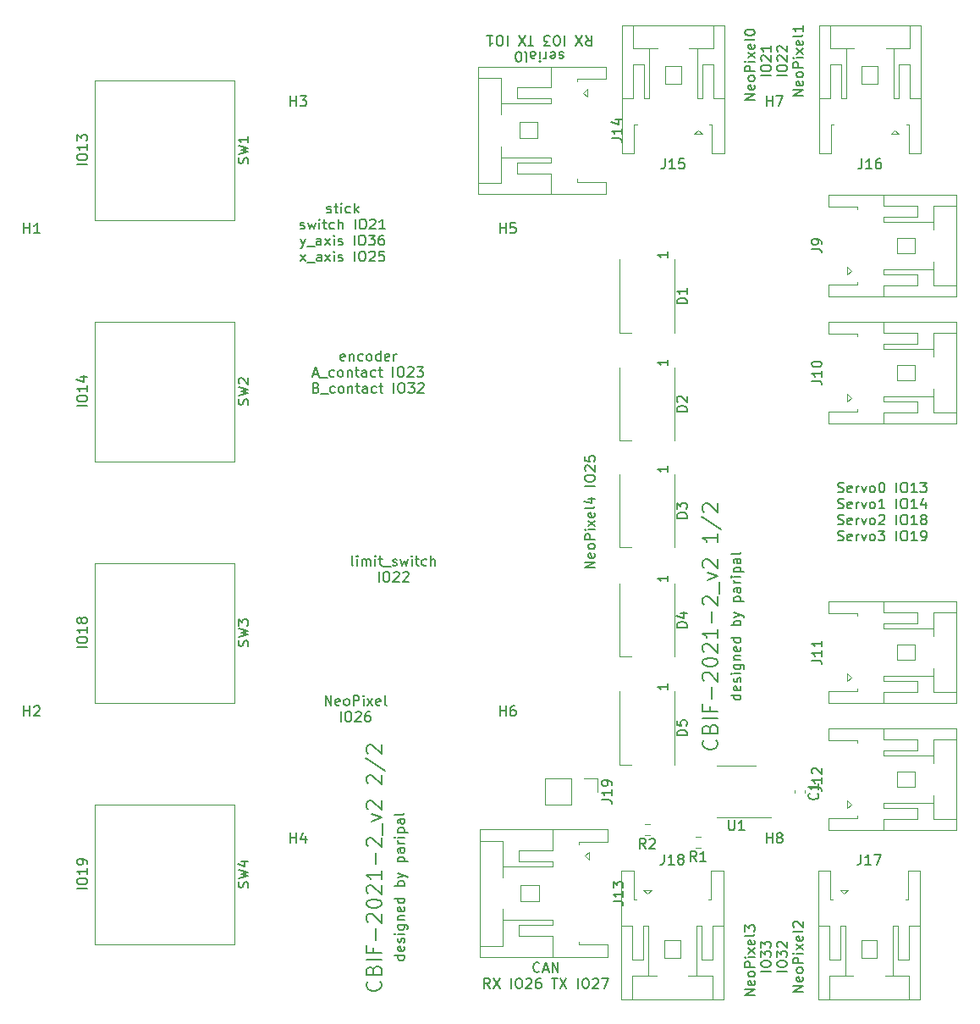
<source format=gbr>
G04 #@! TF.GenerationSoftware,KiCad,Pcbnew,7.0.7*
G04 #@! TF.CreationDate,2023-10-02T17:26:39+09:00*
G04 #@! TF.ProjectId,control_interface_boad_2021-2,636f6e74-726f-46c5-9f69-6e7465726661,rev?*
G04 #@! TF.SameCoordinates,Original*
G04 #@! TF.FileFunction,Legend,Top*
G04 #@! TF.FilePolarity,Positive*
%FSLAX46Y46*%
G04 Gerber Fmt 4.6, Leading zero omitted, Abs format (unit mm)*
G04 Created by KiCad (PCBNEW 7.0.7) date 2023-10-02 17:26:39*
%MOMM*%
%LPD*%
G01*
G04 APERTURE LIST*
%ADD10C,0.150000*%
%ADD11C,0.200000*%
%ADD12C,0.120000*%
G04 APERTURE END LIST*
D10*
X113657142Y-120839580D02*
X113609523Y-120887200D01*
X113609523Y-120887200D02*
X113466666Y-120934819D01*
X113466666Y-120934819D02*
X113371428Y-120934819D01*
X113371428Y-120934819D02*
X113228571Y-120887200D01*
X113228571Y-120887200D02*
X113133333Y-120791961D01*
X113133333Y-120791961D02*
X113085714Y-120696723D01*
X113085714Y-120696723D02*
X113038095Y-120506247D01*
X113038095Y-120506247D02*
X113038095Y-120363390D01*
X113038095Y-120363390D02*
X113085714Y-120172914D01*
X113085714Y-120172914D02*
X113133333Y-120077676D01*
X113133333Y-120077676D02*
X113228571Y-119982438D01*
X113228571Y-119982438D02*
X113371428Y-119934819D01*
X113371428Y-119934819D02*
X113466666Y-119934819D01*
X113466666Y-119934819D02*
X113609523Y-119982438D01*
X113609523Y-119982438D02*
X113657142Y-120030057D01*
X114038095Y-120649104D02*
X114514285Y-120649104D01*
X113942857Y-120934819D02*
X114276190Y-119934819D01*
X114276190Y-119934819D02*
X114609523Y-120934819D01*
X114942857Y-120934819D02*
X114942857Y-119934819D01*
X114942857Y-119934819D02*
X115514285Y-120934819D01*
X115514285Y-120934819D02*
X115514285Y-119934819D01*
X108704761Y-122544819D02*
X108371428Y-122068628D01*
X108133333Y-122544819D02*
X108133333Y-121544819D01*
X108133333Y-121544819D02*
X108514285Y-121544819D01*
X108514285Y-121544819D02*
X108609523Y-121592438D01*
X108609523Y-121592438D02*
X108657142Y-121640057D01*
X108657142Y-121640057D02*
X108704761Y-121735295D01*
X108704761Y-121735295D02*
X108704761Y-121878152D01*
X108704761Y-121878152D02*
X108657142Y-121973390D01*
X108657142Y-121973390D02*
X108609523Y-122021009D01*
X108609523Y-122021009D02*
X108514285Y-122068628D01*
X108514285Y-122068628D02*
X108133333Y-122068628D01*
X109038095Y-121544819D02*
X109704761Y-122544819D01*
X109704761Y-121544819D02*
X109038095Y-122544819D01*
X110847619Y-122544819D02*
X110847619Y-121544819D01*
X111514285Y-121544819D02*
X111704761Y-121544819D01*
X111704761Y-121544819D02*
X111799999Y-121592438D01*
X111799999Y-121592438D02*
X111895237Y-121687676D01*
X111895237Y-121687676D02*
X111942856Y-121878152D01*
X111942856Y-121878152D02*
X111942856Y-122211485D01*
X111942856Y-122211485D02*
X111895237Y-122401961D01*
X111895237Y-122401961D02*
X111799999Y-122497200D01*
X111799999Y-122497200D02*
X111704761Y-122544819D01*
X111704761Y-122544819D02*
X111514285Y-122544819D01*
X111514285Y-122544819D02*
X111419047Y-122497200D01*
X111419047Y-122497200D02*
X111323809Y-122401961D01*
X111323809Y-122401961D02*
X111276190Y-122211485D01*
X111276190Y-122211485D02*
X111276190Y-121878152D01*
X111276190Y-121878152D02*
X111323809Y-121687676D01*
X111323809Y-121687676D02*
X111419047Y-121592438D01*
X111419047Y-121592438D02*
X111514285Y-121544819D01*
X112323809Y-121640057D02*
X112371428Y-121592438D01*
X112371428Y-121592438D02*
X112466666Y-121544819D01*
X112466666Y-121544819D02*
X112704761Y-121544819D01*
X112704761Y-121544819D02*
X112799999Y-121592438D01*
X112799999Y-121592438D02*
X112847618Y-121640057D01*
X112847618Y-121640057D02*
X112895237Y-121735295D01*
X112895237Y-121735295D02*
X112895237Y-121830533D01*
X112895237Y-121830533D02*
X112847618Y-121973390D01*
X112847618Y-121973390D02*
X112276190Y-122544819D01*
X112276190Y-122544819D02*
X112895237Y-122544819D01*
X113752380Y-121544819D02*
X113561904Y-121544819D01*
X113561904Y-121544819D02*
X113466666Y-121592438D01*
X113466666Y-121592438D02*
X113419047Y-121640057D01*
X113419047Y-121640057D02*
X113323809Y-121782914D01*
X113323809Y-121782914D02*
X113276190Y-121973390D01*
X113276190Y-121973390D02*
X113276190Y-122354342D01*
X113276190Y-122354342D02*
X113323809Y-122449580D01*
X113323809Y-122449580D02*
X113371428Y-122497200D01*
X113371428Y-122497200D02*
X113466666Y-122544819D01*
X113466666Y-122544819D02*
X113657142Y-122544819D01*
X113657142Y-122544819D02*
X113752380Y-122497200D01*
X113752380Y-122497200D02*
X113799999Y-122449580D01*
X113799999Y-122449580D02*
X113847618Y-122354342D01*
X113847618Y-122354342D02*
X113847618Y-122116247D01*
X113847618Y-122116247D02*
X113799999Y-122021009D01*
X113799999Y-122021009D02*
X113752380Y-121973390D01*
X113752380Y-121973390D02*
X113657142Y-121925771D01*
X113657142Y-121925771D02*
X113466666Y-121925771D01*
X113466666Y-121925771D02*
X113371428Y-121973390D01*
X113371428Y-121973390D02*
X113323809Y-122021009D01*
X113323809Y-122021009D02*
X113276190Y-122116247D01*
X114895238Y-121544819D02*
X115466666Y-121544819D01*
X115180952Y-122544819D02*
X115180952Y-121544819D01*
X115704762Y-121544819D02*
X116371428Y-122544819D01*
X116371428Y-121544819D02*
X115704762Y-122544819D01*
X117514286Y-122544819D02*
X117514286Y-121544819D01*
X118180952Y-121544819D02*
X118371428Y-121544819D01*
X118371428Y-121544819D02*
X118466666Y-121592438D01*
X118466666Y-121592438D02*
X118561904Y-121687676D01*
X118561904Y-121687676D02*
X118609523Y-121878152D01*
X118609523Y-121878152D02*
X118609523Y-122211485D01*
X118609523Y-122211485D02*
X118561904Y-122401961D01*
X118561904Y-122401961D02*
X118466666Y-122497200D01*
X118466666Y-122497200D02*
X118371428Y-122544819D01*
X118371428Y-122544819D02*
X118180952Y-122544819D01*
X118180952Y-122544819D02*
X118085714Y-122497200D01*
X118085714Y-122497200D02*
X117990476Y-122401961D01*
X117990476Y-122401961D02*
X117942857Y-122211485D01*
X117942857Y-122211485D02*
X117942857Y-121878152D01*
X117942857Y-121878152D02*
X117990476Y-121687676D01*
X117990476Y-121687676D02*
X118085714Y-121592438D01*
X118085714Y-121592438D02*
X118180952Y-121544819D01*
X118990476Y-121640057D02*
X119038095Y-121592438D01*
X119038095Y-121592438D02*
X119133333Y-121544819D01*
X119133333Y-121544819D02*
X119371428Y-121544819D01*
X119371428Y-121544819D02*
X119466666Y-121592438D01*
X119466666Y-121592438D02*
X119514285Y-121640057D01*
X119514285Y-121640057D02*
X119561904Y-121735295D01*
X119561904Y-121735295D02*
X119561904Y-121830533D01*
X119561904Y-121830533D02*
X119514285Y-121973390D01*
X119514285Y-121973390D02*
X118942857Y-122544819D01*
X118942857Y-122544819D02*
X119561904Y-122544819D01*
X119895238Y-121544819D02*
X120561904Y-121544819D01*
X120561904Y-121544819D02*
X120133333Y-122544819D01*
X135199819Y-123237142D02*
X134199819Y-123237142D01*
X134199819Y-123237142D02*
X135199819Y-122665714D01*
X135199819Y-122665714D02*
X134199819Y-122665714D01*
X135152200Y-121808571D02*
X135199819Y-121903809D01*
X135199819Y-121903809D02*
X135199819Y-122094285D01*
X135199819Y-122094285D02*
X135152200Y-122189523D01*
X135152200Y-122189523D02*
X135056961Y-122237142D01*
X135056961Y-122237142D02*
X134676009Y-122237142D01*
X134676009Y-122237142D02*
X134580771Y-122189523D01*
X134580771Y-122189523D02*
X134533152Y-122094285D01*
X134533152Y-122094285D02*
X134533152Y-121903809D01*
X134533152Y-121903809D02*
X134580771Y-121808571D01*
X134580771Y-121808571D02*
X134676009Y-121760952D01*
X134676009Y-121760952D02*
X134771247Y-121760952D01*
X134771247Y-121760952D02*
X134866485Y-122237142D01*
X135199819Y-121189523D02*
X135152200Y-121284761D01*
X135152200Y-121284761D02*
X135104580Y-121332380D01*
X135104580Y-121332380D02*
X135009342Y-121379999D01*
X135009342Y-121379999D02*
X134723628Y-121379999D01*
X134723628Y-121379999D02*
X134628390Y-121332380D01*
X134628390Y-121332380D02*
X134580771Y-121284761D01*
X134580771Y-121284761D02*
X134533152Y-121189523D01*
X134533152Y-121189523D02*
X134533152Y-121046666D01*
X134533152Y-121046666D02*
X134580771Y-120951428D01*
X134580771Y-120951428D02*
X134628390Y-120903809D01*
X134628390Y-120903809D02*
X134723628Y-120856190D01*
X134723628Y-120856190D02*
X135009342Y-120856190D01*
X135009342Y-120856190D02*
X135104580Y-120903809D01*
X135104580Y-120903809D02*
X135152200Y-120951428D01*
X135152200Y-120951428D02*
X135199819Y-121046666D01*
X135199819Y-121046666D02*
X135199819Y-121189523D01*
X135199819Y-120427618D02*
X134199819Y-120427618D01*
X134199819Y-120427618D02*
X134199819Y-120046666D01*
X134199819Y-120046666D02*
X134247438Y-119951428D01*
X134247438Y-119951428D02*
X134295057Y-119903809D01*
X134295057Y-119903809D02*
X134390295Y-119856190D01*
X134390295Y-119856190D02*
X134533152Y-119856190D01*
X134533152Y-119856190D02*
X134628390Y-119903809D01*
X134628390Y-119903809D02*
X134676009Y-119951428D01*
X134676009Y-119951428D02*
X134723628Y-120046666D01*
X134723628Y-120046666D02*
X134723628Y-120427618D01*
X135199819Y-119427618D02*
X134533152Y-119427618D01*
X134199819Y-119427618D02*
X134247438Y-119475237D01*
X134247438Y-119475237D02*
X134295057Y-119427618D01*
X134295057Y-119427618D02*
X134247438Y-119379999D01*
X134247438Y-119379999D02*
X134199819Y-119427618D01*
X134199819Y-119427618D02*
X134295057Y-119427618D01*
X135199819Y-119046666D02*
X134533152Y-118522857D01*
X134533152Y-119046666D02*
X135199819Y-118522857D01*
X135152200Y-117760952D02*
X135199819Y-117856190D01*
X135199819Y-117856190D02*
X135199819Y-118046666D01*
X135199819Y-118046666D02*
X135152200Y-118141904D01*
X135152200Y-118141904D02*
X135056961Y-118189523D01*
X135056961Y-118189523D02*
X134676009Y-118189523D01*
X134676009Y-118189523D02*
X134580771Y-118141904D01*
X134580771Y-118141904D02*
X134533152Y-118046666D01*
X134533152Y-118046666D02*
X134533152Y-117856190D01*
X134533152Y-117856190D02*
X134580771Y-117760952D01*
X134580771Y-117760952D02*
X134676009Y-117713333D01*
X134676009Y-117713333D02*
X134771247Y-117713333D01*
X134771247Y-117713333D02*
X134866485Y-118189523D01*
X135199819Y-117141904D02*
X135152200Y-117237142D01*
X135152200Y-117237142D02*
X135056961Y-117284761D01*
X135056961Y-117284761D02*
X134199819Y-117284761D01*
X134199819Y-116856189D02*
X134199819Y-116237142D01*
X134199819Y-116237142D02*
X134580771Y-116570475D01*
X134580771Y-116570475D02*
X134580771Y-116427618D01*
X134580771Y-116427618D02*
X134628390Y-116332380D01*
X134628390Y-116332380D02*
X134676009Y-116284761D01*
X134676009Y-116284761D02*
X134771247Y-116237142D01*
X134771247Y-116237142D02*
X135009342Y-116237142D01*
X135009342Y-116237142D02*
X135104580Y-116284761D01*
X135104580Y-116284761D02*
X135152200Y-116332380D01*
X135152200Y-116332380D02*
X135199819Y-116427618D01*
X135199819Y-116427618D02*
X135199819Y-116713332D01*
X135199819Y-116713332D02*
X135152200Y-116808570D01*
X135152200Y-116808570D02*
X135104580Y-116856189D01*
X136809819Y-120856189D02*
X135809819Y-120856189D01*
X135809819Y-120189523D02*
X135809819Y-119999047D01*
X135809819Y-119999047D02*
X135857438Y-119903809D01*
X135857438Y-119903809D02*
X135952676Y-119808571D01*
X135952676Y-119808571D02*
X136143152Y-119760952D01*
X136143152Y-119760952D02*
X136476485Y-119760952D01*
X136476485Y-119760952D02*
X136666961Y-119808571D01*
X136666961Y-119808571D02*
X136762200Y-119903809D01*
X136762200Y-119903809D02*
X136809819Y-119999047D01*
X136809819Y-119999047D02*
X136809819Y-120189523D01*
X136809819Y-120189523D02*
X136762200Y-120284761D01*
X136762200Y-120284761D02*
X136666961Y-120379999D01*
X136666961Y-120379999D02*
X136476485Y-120427618D01*
X136476485Y-120427618D02*
X136143152Y-120427618D01*
X136143152Y-120427618D02*
X135952676Y-120379999D01*
X135952676Y-120379999D02*
X135857438Y-120284761D01*
X135857438Y-120284761D02*
X135809819Y-120189523D01*
X135809819Y-119427618D02*
X135809819Y-118808571D01*
X135809819Y-118808571D02*
X136190771Y-119141904D01*
X136190771Y-119141904D02*
X136190771Y-118999047D01*
X136190771Y-118999047D02*
X136238390Y-118903809D01*
X136238390Y-118903809D02*
X136286009Y-118856190D01*
X136286009Y-118856190D02*
X136381247Y-118808571D01*
X136381247Y-118808571D02*
X136619342Y-118808571D01*
X136619342Y-118808571D02*
X136714580Y-118856190D01*
X136714580Y-118856190D02*
X136762200Y-118903809D01*
X136762200Y-118903809D02*
X136809819Y-118999047D01*
X136809819Y-118999047D02*
X136809819Y-119284761D01*
X136809819Y-119284761D02*
X136762200Y-119379999D01*
X136762200Y-119379999D02*
X136714580Y-119427618D01*
X135809819Y-118475237D02*
X135809819Y-117856190D01*
X135809819Y-117856190D02*
X136190771Y-118189523D01*
X136190771Y-118189523D02*
X136190771Y-118046666D01*
X136190771Y-118046666D02*
X136238390Y-117951428D01*
X136238390Y-117951428D02*
X136286009Y-117903809D01*
X136286009Y-117903809D02*
X136381247Y-117856190D01*
X136381247Y-117856190D02*
X136619342Y-117856190D01*
X136619342Y-117856190D02*
X136714580Y-117903809D01*
X136714580Y-117903809D02*
X136762200Y-117951428D01*
X136762200Y-117951428D02*
X136809819Y-118046666D01*
X136809819Y-118046666D02*
X136809819Y-118332380D01*
X136809819Y-118332380D02*
X136762200Y-118427618D01*
X136762200Y-118427618D02*
X136714580Y-118475237D01*
X138419819Y-120856189D02*
X137419819Y-120856189D01*
X137419819Y-120189523D02*
X137419819Y-119999047D01*
X137419819Y-119999047D02*
X137467438Y-119903809D01*
X137467438Y-119903809D02*
X137562676Y-119808571D01*
X137562676Y-119808571D02*
X137753152Y-119760952D01*
X137753152Y-119760952D02*
X138086485Y-119760952D01*
X138086485Y-119760952D02*
X138276961Y-119808571D01*
X138276961Y-119808571D02*
X138372200Y-119903809D01*
X138372200Y-119903809D02*
X138419819Y-119999047D01*
X138419819Y-119999047D02*
X138419819Y-120189523D01*
X138419819Y-120189523D02*
X138372200Y-120284761D01*
X138372200Y-120284761D02*
X138276961Y-120379999D01*
X138276961Y-120379999D02*
X138086485Y-120427618D01*
X138086485Y-120427618D02*
X137753152Y-120427618D01*
X137753152Y-120427618D02*
X137562676Y-120379999D01*
X137562676Y-120379999D02*
X137467438Y-120284761D01*
X137467438Y-120284761D02*
X137419819Y-120189523D01*
X137419819Y-119427618D02*
X137419819Y-118808571D01*
X137419819Y-118808571D02*
X137800771Y-119141904D01*
X137800771Y-119141904D02*
X137800771Y-118999047D01*
X137800771Y-118999047D02*
X137848390Y-118903809D01*
X137848390Y-118903809D02*
X137896009Y-118856190D01*
X137896009Y-118856190D02*
X137991247Y-118808571D01*
X137991247Y-118808571D02*
X138229342Y-118808571D01*
X138229342Y-118808571D02*
X138324580Y-118856190D01*
X138324580Y-118856190D02*
X138372200Y-118903809D01*
X138372200Y-118903809D02*
X138419819Y-118999047D01*
X138419819Y-118999047D02*
X138419819Y-119284761D01*
X138419819Y-119284761D02*
X138372200Y-119379999D01*
X138372200Y-119379999D02*
X138324580Y-119427618D01*
X137515057Y-118427618D02*
X137467438Y-118379999D01*
X137467438Y-118379999D02*
X137419819Y-118284761D01*
X137419819Y-118284761D02*
X137419819Y-118046666D01*
X137419819Y-118046666D02*
X137467438Y-117951428D01*
X137467438Y-117951428D02*
X137515057Y-117903809D01*
X137515057Y-117903809D02*
X137610295Y-117856190D01*
X137610295Y-117856190D02*
X137705533Y-117856190D01*
X137705533Y-117856190D02*
X137848390Y-117903809D01*
X137848390Y-117903809D02*
X138419819Y-118475237D01*
X138419819Y-118475237D02*
X138419819Y-117856190D01*
X140029819Y-122856190D02*
X139029819Y-122856190D01*
X139029819Y-122856190D02*
X140029819Y-122284762D01*
X140029819Y-122284762D02*
X139029819Y-122284762D01*
X139982200Y-121427619D02*
X140029819Y-121522857D01*
X140029819Y-121522857D02*
X140029819Y-121713333D01*
X140029819Y-121713333D02*
X139982200Y-121808571D01*
X139982200Y-121808571D02*
X139886961Y-121856190D01*
X139886961Y-121856190D02*
X139506009Y-121856190D01*
X139506009Y-121856190D02*
X139410771Y-121808571D01*
X139410771Y-121808571D02*
X139363152Y-121713333D01*
X139363152Y-121713333D02*
X139363152Y-121522857D01*
X139363152Y-121522857D02*
X139410771Y-121427619D01*
X139410771Y-121427619D02*
X139506009Y-121380000D01*
X139506009Y-121380000D02*
X139601247Y-121380000D01*
X139601247Y-121380000D02*
X139696485Y-121856190D01*
X140029819Y-120808571D02*
X139982200Y-120903809D01*
X139982200Y-120903809D02*
X139934580Y-120951428D01*
X139934580Y-120951428D02*
X139839342Y-120999047D01*
X139839342Y-120999047D02*
X139553628Y-120999047D01*
X139553628Y-120999047D02*
X139458390Y-120951428D01*
X139458390Y-120951428D02*
X139410771Y-120903809D01*
X139410771Y-120903809D02*
X139363152Y-120808571D01*
X139363152Y-120808571D02*
X139363152Y-120665714D01*
X139363152Y-120665714D02*
X139410771Y-120570476D01*
X139410771Y-120570476D02*
X139458390Y-120522857D01*
X139458390Y-120522857D02*
X139553628Y-120475238D01*
X139553628Y-120475238D02*
X139839342Y-120475238D01*
X139839342Y-120475238D02*
X139934580Y-120522857D01*
X139934580Y-120522857D02*
X139982200Y-120570476D01*
X139982200Y-120570476D02*
X140029819Y-120665714D01*
X140029819Y-120665714D02*
X140029819Y-120808571D01*
X140029819Y-120046666D02*
X139029819Y-120046666D01*
X139029819Y-120046666D02*
X139029819Y-119665714D01*
X139029819Y-119665714D02*
X139077438Y-119570476D01*
X139077438Y-119570476D02*
X139125057Y-119522857D01*
X139125057Y-119522857D02*
X139220295Y-119475238D01*
X139220295Y-119475238D02*
X139363152Y-119475238D01*
X139363152Y-119475238D02*
X139458390Y-119522857D01*
X139458390Y-119522857D02*
X139506009Y-119570476D01*
X139506009Y-119570476D02*
X139553628Y-119665714D01*
X139553628Y-119665714D02*
X139553628Y-120046666D01*
X140029819Y-119046666D02*
X139363152Y-119046666D01*
X139029819Y-119046666D02*
X139077438Y-119094285D01*
X139077438Y-119094285D02*
X139125057Y-119046666D01*
X139125057Y-119046666D02*
X139077438Y-118999047D01*
X139077438Y-118999047D02*
X139029819Y-119046666D01*
X139029819Y-119046666D02*
X139125057Y-119046666D01*
X140029819Y-118665714D02*
X139363152Y-118141905D01*
X139363152Y-118665714D02*
X140029819Y-118141905D01*
X139982200Y-117380000D02*
X140029819Y-117475238D01*
X140029819Y-117475238D02*
X140029819Y-117665714D01*
X140029819Y-117665714D02*
X139982200Y-117760952D01*
X139982200Y-117760952D02*
X139886961Y-117808571D01*
X139886961Y-117808571D02*
X139506009Y-117808571D01*
X139506009Y-117808571D02*
X139410771Y-117760952D01*
X139410771Y-117760952D02*
X139363152Y-117665714D01*
X139363152Y-117665714D02*
X139363152Y-117475238D01*
X139363152Y-117475238D02*
X139410771Y-117380000D01*
X139410771Y-117380000D02*
X139506009Y-117332381D01*
X139506009Y-117332381D02*
X139601247Y-117332381D01*
X139601247Y-117332381D02*
X139696485Y-117808571D01*
X140029819Y-116760952D02*
X139982200Y-116856190D01*
X139982200Y-116856190D02*
X139886961Y-116903809D01*
X139886961Y-116903809D02*
X139029819Y-116903809D01*
X139125057Y-116427618D02*
X139077438Y-116379999D01*
X139077438Y-116379999D02*
X139029819Y-116284761D01*
X139029819Y-116284761D02*
X139029819Y-116046666D01*
X139029819Y-116046666D02*
X139077438Y-115951428D01*
X139077438Y-115951428D02*
X139125057Y-115903809D01*
X139125057Y-115903809D02*
X139220295Y-115856190D01*
X139220295Y-115856190D02*
X139315533Y-115856190D01*
X139315533Y-115856190D02*
X139458390Y-115903809D01*
X139458390Y-115903809D02*
X140029819Y-116475237D01*
X140029819Y-116475237D02*
X140029819Y-115856190D01*
D11*
X97695671Y-121847141D02*
X97767100Y-121918569D01*
X97767100Y-121918569D02*
X97838528Y-122132855D01*
X97838528Y-122132855D02*
X97838528Y-122275712D01*
X97838528Y-122275712D02*
X97767100Y-122489998D01*
X97767100Y-122489998D02*
X97624242Y-122632855D01*
X97624242Y-122632855D02*
X97481385Y-122704284D01*
X97481385Y-122704284D02*
X97195671Y-122775712D01*
X97195671Y-122775712D02*
X96981385Y-122775712D01*
X96981385Y-122775712D02*
X96695671Y-122704284D01*
X96695671Y-122704284D02*
X96552814Y-122632855D01*
X96552814Y-122632855D02*
X96409957Y-122489998D01*
X96409957Y-122489998D02*
X96338528Y-122275712D01*
X96338528Y-122275712D02*
X96338528Y-122132855D01*
X96338528Y-122132855D02*
X96409957Y-121918569D01*
X96409957Y-121918569D02*
X96481385Y-121847141D01*
X97052814Y-120704284D02*
X97124242Y-120489998D01*
X97124242Y-120489998D02*
X97195671Y-120418569D01*
X97195671Y-120418569D02*
X97338528Y-120347141D01*
X97338528Y-120347141D02*
X97552814Y-120347141D01*
X97552814Y-120347141D02*
X97695671Y-120418569D01*
X97695671Y-120418569D02*
X97767100Y-120489998D01*
X97767100Y-120489998D02*
X97838528Y-120632855D01*
X97838528Y-120632855D02*
X97838528Y-121204284D01*
X97838528Y-121204284D02*
X96338528Y-121204284D01*
X96338528Y-121204284D02*
X96338528Y-120704284D01*
X96338528Y-120704284D02*
X96409957Y-120561427D01*
X96409957Y-120561427D02*
X96481385Y-120489998D01*
X96481385Y-120489998D02*
X96624242Y-120418569D01*
X96624242Y-120418569D02*
X96767100Y-120418569D01*
X96767100Y-120418569D02*
X96909957Y-120489998D01*
X96909957Y-120489998D02*
X96981385Y-120561427D01*
X96981385Y-120561427D02*
X97052814Y-120704284D01*
X97052814Y-120704284D02*
X97052814Y-121204284D01*
X97838528Y-119704284D02*
X96338528Y-119704284D01*
X97052814Y-118489998D02*
X97052814Y-118989998D01*
X97838528Y-118989998D02*
X96338528Y-118989998D01*
X96338528Y-118989998D02*
X96338528Y-118275712D01*
X97267100Y-117704284D02*
X97267100Y-116561427D01*
X96481385Y-115918569D02*
X96409957Y-115847141D01*
X96409957Y-115847141D02*
X96338528Y-115704284D01*
X96338528Y-115704284D02*
X96338528Y-115347141D01*
X96338528Y-115347141D02*
X96409957Y-115204284D01*
X96409957Y-115204284D02*
X96481385Y-115132855D01*
X96481385Y-115132855D02*
X96624242Y-115061426D01*
X96624242Y-115061426D02*
X96767100Y-115061426D01*
X96767100Y-115061426D02*
X96981385Y-115132855D01*
X96981385Y-115132855D02*
X97838528Y-115989998D01*
X97838528Y-115989998D02*
X97838528Y-115061426D01*
X96338528Y-114132855D02*
X96338528Y-113989998D01*
X96338528Y-113989998D02*
X96409957Y-113847141D01*
X96409957Y-113847141D02*
X96481385Y-113775713D01*
X96481385Y-113775713D02*
X96624242Y-113704284D01*
X96624242Y-113704284D02*
X96909957Y-113632855D01*
X96909957Y-113632855D02*
X97267100Y-113632855D01*
X97267100Y-113632855D02*
X97552814Y-113704284D01*
X97552814Y-113704284D02*
X97695671Y-113775713D01*
X97695671Y-113775713D02*
X97767100Y-113847141D01*
X97767100Y-113847141D02*
X97838528Y-113989998D01*
X97838528Y-113989998D02*
X97838528Y-114132855D01*
X97838528Y-114132855D02*
X97767100Y-114275713D01*
X97767100Y-114275713D02*
X97695671Y-114347141D01*
X97695671Y-114347141D02*
X97552814Y-114418570D01*
X97552814Y-114418570D02*
X97267100Y-114489998D01*
X97267100Y-114489998D02*
X96909957Y-114489998D01*
X96909957Y-114489998D02*
X96624242Y-114418570D01*
X96624242Y-114418570D02*
X96481385Y-114347141D01*
X96481385Y-114347141D02*
X96409957Y-114275713D01*
X96409957Y-114275713D02*
X96338528Y-114132855D01*
X96481385Y-113061427D02*
X96409957Y-112989999D01*
X96409957Y-112989999D02*
X96338528Y-112847142D01*
X96338528Y-112847142D02*
X96338528Y-112489999D01*
X96338528Y-112489999D02*
X96409957Y-112347142D01*
X96409957Y-112347142D02*
X96481385Y-112275713D01*
X96481385Y-112275713D02*
X96624242Y-112204284D01*
X96624242Y-112204284D02*
X96767100Y-112204284D01*
X96767100Y-112204284D02*
X96981385Y-112275713D01*
X96981385Y-112275713D02*
X97838528Y-113132856D01*
X97838528Y-113132856D02*
X97838528Y-112204284D01*
X97838528Y-110775713D02*
X97838528Y-111632856D01*
X97838528Y-111204285D02*
X96338528Y-111204285D01*
X96338528Y-111204285D02*
X96552814Y-111347142D01*
X96552814Y-111347142D02*
X96695671Y-111489999D01*
X96695671Y-111489999D02*
X96767100Y-111632856D01*
X97267100Y-110132857D02*
X97267100Y-108990000D01*
X96481385Y-108347142D02*
X96409957Y-108275714D01*
X96409957Y-108275714D02*
X96338528Y-108132857D01*
X96338528Y-108132857D02*
X96338528Y-107775714D01*
X96338528Y-107775714D02*
X96409957Y-107632857D01*
X96409957Y-107632857D02*
X96481385Y-107561428D01*
X96481385Y-107561428D02*
X96624242Y-107489999D01*
X96624242Y-107489999D02*
X96767100Y-107489999D01*
X96767100Y-107489999D02*
X96981385Y-107561428D01*
X96981385Y-107561428D02*
X97838528Y-108418571D01*
X97838528Y-108418571D02*
X97838528Y-107489999D01*
X97981385Y-107204286D02*
X97981385Y-106061428D01*
X96838528Y-105847143D02*
X97838528Y-105490000D01*
X97838528Y-105490000D02*
X96838528Y-105132857D01*
X96481385Y-104632857D02*
X96409957Y-104561429D01*
X96409957Y-104561429D02*
X96338528Y-104418572D01*
X96338528Y-104418572D02*
X96338528Y-104061429D01*
X96338528Y-104061429D02*
X96409957Y-103918572D01*
X96409957Y-103918572D02*
X96481385Y-103847143D01*
X96481385Y-103847143D02*
X96624242Y-103775714D01*
X96624242Y-103775714D02*
X96767100Y-103775714D01*
X96767100Y-103775714D02*
X96981385Y-103847143D01*
X96981385Y-103847143D02*
X97838528Y-104704286D01*
X97838528Y-104704286D02*
X97838528Y-103775714D01*
X96481385Y-102061429D02*
X96409957Y-101990001D01*
X96409957Y-101990001D02*
X96338528Y-101847144D01*
X96338528Y-101847144D02*
X96338528Y-101490001D01*
X96338528Y-101490001D02*
X96409957Y-101347144D01*
X96409957Y-101347144D02*
X96481385Y-101275715D01*
X96481385Y-101275715D02*
X96624242Y-101204286D01*
X96624242Y-101204286D02*
X96767100Y-101204286D01*
X96767100Y-101204286D02*
X96981385Y-101275715D01*
X96981385Y-101275715D02*
X97838528Y-102132858D01*
X97838528Y-102132858D02*
X97838528Y-101204286D01*
X96267100Y-99490001D02*
X98195671Y-100775715D01*
X96481385Y-99061429D02*
X96409957Y-98990001D01*
X96409957Y-98990001D02*
X96338528Y-98847144D01*
X96338528Y-98847144D02*
X96338528Y-98490001D01*
X96338528Y-98490001D02*
X96409957Y-98347144D01*
X96409957Y-98347144D02*
X96481385Y-98275715D01*
X96481385Y-98275715D02*
X96624242Y-98204286D01*
X96624242Y-98204286D02*
X96767100Y-98204286D01*
X96767100Y-98204286D02*
X96981385Y-98275715D01*
X96981385Y-98275715D02*
X97838528Y-99132858D01*
X97838528Y-99132858D02*
X97838528Y-98204286D01*
D10*
X100149819Y-119252143D02*
X99149819Y-119252143D01*
X100102200Y-119252143D02*
X100149819Y-119347381D01*
X100149819Y-119347381D02*
X100149819Y-119537857D01*
X100149819Y-119537857D02*
X100102200Y-119633095D01*
X100102200Y-119633095D02*
X100054580Y-119680714D01*
X100054580Y-119680714D02*
X99959342Y-119728333D01*
X99959342Y-119728333D02*
X99673628Y-119728333D01*
X99673628Y-119728333D02*
X99578390Y-119680714D01*
X99578390Y-119680714D02*
X99530771Y-119633095D01*
X99530771Y-119633095D02*
X99483152Y-119537857D01*
X99483152Y-119537857D02*
X99483152Y-119347381D01*
X99483152Y-119347381D02*
X99530771Y-119252143D01*
X100102200Y-118395000D02*
X100149819Y-118490238D01*
X100149819Y-118490238D02*
X100149819Y-118680714D01*
X100149819Y-118680714D02*
X100102200Y-118775952D01*
X100102200Y-118775952D02*
X100006961Y-118823571D01*
X100006961Y-118823571D02*
X99626009Y-118823571D01*
X99626009Y-118823571D02*
X99530771Y-118775952D01*
X99530771Y-118775952D02*
X99483152Y-118680714D01*
X99483152Y-118680714D02*
X99483152Y-118490238D01*
X99483152Y-118490238D02*
X99530771Y-118395000D01*
X99530771Y-118395000D02*
X99626009Y-118347381D01*
X99626009Y-118347381D02*
X99721247Y-118347381D01*
X99721247Y-118347381D02*
X99816485Y-118823571D01*
X100102200Y-117966428D02*
X100149819Y-117871190D01*
X100149819Y-117871190D02*
X100149819Y-117680714D01*
X100149819Y-117680714D02*
X100102200Y-117585476D01*
X100102200Y-117585476D02*
X100006961Y-117537857D01*
X100006961Y-117537857D02*
X99959342Y-117537857D01*
X99959342Y-117537857D02*
X99864104Y-117585476D01*
X99864104Y-117585476D02*
X99816485Y-117680714D01*
X99816485Y-117680714D02*
X99816485Y-117823571D01*
X99816485Y-117823571D02*
X99768866Y-117918809D01*
X99768866Y-117918809D02*
X99673628Y-117966428D01*
X99673628Y-117966428D02*
X99626009Y-117966428D01*
X99626009Y-117966428D02*
X99530771Y-117918809D01*
X99530771Y-117918809D02*
X99483152Y-117823571D01*
X99483152Y-117823571D02*
X99483152Y-117680714D01*
X99483152Y-117680714D02*
X99530771Y-117585476D01*
X100149819Y-117109285D02*
X99483152Y-117109285D01*
X99149819Y-117109285D02*
X99197438Y-117156904D01*
X99197438Y-117156904D02*
X99245057Y-117109285D01*
X99245057Y-117109285D02*
X99197438Y-117061666D01*
X99197438Y-117061666D02*
X99149819Y-117109285D01*
X99149819Y-117109285D02*
X99245057Y-117109285D01*
X99483152Y-116204524D02*
X100292676Y-116204524D01*
X100292676Y-116204524D02*
X100387914Y-116252143D01*
X100387914Y-116252143D02*
X100435533Y-116299762D01*
X100435533Y-116299762D02*
X100483152Y-116395000D01*
X100483152Y-116395000D02*
X100483152Y-116537857D01*
X100483152Y-116537857D02*
X100435533Y-116633095D01*
X100102200Y-116204524D02*
X100149819Y-116299762D01*
X100149819Y-116299762D02*
X100149819Y-116490238D01*
X100149819Y-116490238D02*
X100102200Y-116585476D01*
X100102200Y-116585476D02*
X100054580Y-116633095D01*
X100054580Y-116633095D02*
X99959342Y-116680714D01*
X99959342Y-116680714D02*
X99673628Y-116680714D01*
X99673628Y-116680714D02*
X99578390Y-116633095D01*
X99578390Y-116633095D02*
X99530771Y-116585476D01*
X99530771Y-116585476D02*
X99483152Y-116490238D01*
X99483152Y-116490238D02*
X99483152Y-116299762D01*
X99483152Y-116299762D02*
X99530771Y-116204524D01*
X99483152Y-115728333D02*
X100149819Y-115728333D01*
X99578390Y-115728333D02*
X99530771Y-115680714D01*
X99530771Y-115680714D02*
X99483152Y-115585476D01*
X99483152Y-115585476D02*
X99483152Y-115442619D01*
X99483152Y-115442619D02*
X99530771Y-115347381D01*
X99530771Y-115347381D02*
X99626009Y-115299762D01*
X99626009Y-115299762D02*
X100149819Y-115299762D01*
X100102200Y-114442619D02*
X100149819Y-114537857D01*
X100149819Y-114537857D02*
X100149819Y-114728333D01*
X100149819Y-114728333D02*
X100102200Y-114823571D01*
X100102200Y-114823571D02*
X100006961Y-114871190D01*
X100006961Y-114871190D02*
X99626009Y-114871190D01*
X99626009Y-114871190D02*
X99530771Y-114823571D01*
X99530771Y-114823571D02*
X99483152Y-114728333D01*
X99483152Y-114728333D02*
X99483152Y-114537857D01*
X99483152Y-114537857D02*
X99530771Y-114442619D01*
X99530771Y-114442619D02*
X99626009Y-114395000D01*
X99626009Y-114395000D02*
X99721247Y-114395000D01*
X99721247Y-114395000D02*
X99816485Y-114871190D01*
X100149819Y-113537857D02*
X99149819Y-113537857D01*
X100102200Y-113537857D02*
X100149819Y-113633095D01*
X100149819Y-113633095D02*
X100149819Y-113823571D01*
X100149819Y-113823571D02*
X100102200Y-113918809D01*
X100102200Y-113918809D02*
X100054580Y-113966428D01*
X100054580Y-113966428D02*
X99959342Y-114014047D01*
X99959342Y-114014047D02*
X99673628Y-114014047D01*
X99673628Y-114014047D02*
X99578390Y-113966428D01*
X99578390Y-113966428D02*
X99530771Y-113918809D01*
X99530771Y-113918809D02*
X99483152Y-113823571D01*
X99483152Y-113823571D02*
X99483152Y-113633095D01*
X99483152Y-113633095D02*
X99530771Y-113537857D01*
X100149819Y-112299761D02*
X99149819Y-112299761D01*
X99530771Y-112299761D02*
X99483152Y-112204523D01*
X99483152Y-112204523D02*
X99483152Y-112014047D01*
X99483152Y-112014047D02*
X99530771Y-111918809D01*
X99530771Y-111918809D02*
X99578390Y-111871190D01*
X99578390Y-111871190D02*
X99673628Y-111823571D01*
X99673628Y-111823571D02*
X99959342Y-111823571D01*
X99959342Y-111823571D02*
X100054580Y-111871190D01*
X100054580Y-111871190D02*
X100102200Y-111918809D01*
X100102200Y-111918809D02*
X100149819Y-112014047D01*
X100149819Y-112014047D02*
X100149819Y-112204523D01*
X100149819Y-112204523D02*
X100102200Y-112299761D01*
X99483152Y-111490237D02*
X100149819Y-111252142D01*
X99483152Y-111014047D02*
X100149819Y-111252142D01*
X100149819Y-111252142D02*
X100387914Y-111347380D01*
X100387914Y-111347380D02*
X100435533Y-111394999D01*
X100435533Y-111394999D02*
X100483152Y-111490237D01*
X99483152Y-109871189D02*
X100483152Y-109871189D01*
X99530771Y-109871189D02*
X99483152Y-109775951D01*
X99483152Y-109775951D02*
X99483152Y-109585475D01*
X99483152Y-109585475D02*
X99530771Y-109490237D01*
X99530771Y-109490237D02*
X99578390Y-109442618D01*
X99578390Y-109442618D02*
X99673628Y-109394999D01*
X99673628Y-109394999D02*
X99959342Y-109394999D01*
X99959342Y-109394999D02*
X100054580Y-109442618D01*
X100054580Y-109442618D02*
X100102200Y-109490237D01*
X100102200Y-109490237D02*
X100149819Y-109585475D01*
X100149819Y-109585475D02*
X100149819Y-109775951D01*
X100149819Y-109775951D02*
X100102200Y-109871189D01*
X100149819Y-108537856D02*
X99626009Y-108537856D01*
X99626009Y-108537856D02*
X99530771Y-108585475D01*
X99530771Y-108585475D02*
X99483152Y-108680713D01*
X99483152Y-108680713D02*
X99483152Y-108871189D01*
X99483152Y-108871189D02*
X99530771Y-108966427D01*
X100102200Y-108537856D02*
X100149819Y-108633094D01*
X100149819Y-108633094D02*
X100149819Y-108871189D01*
X100149819Y-108871189D02*
X100102200Y-108966427D01*
X100102200Y-108966427D02*
X100006961Y-109014046D01*
X100006961Y-109014046D02*
X99911723Y-109014046D01*
X99911723Y-109014046D02*
X99816485Y-108966427D01*
X99816485Y-108966427D02*
X99768866Y-108871189D01*
X99768866Y-108871189D02*
X99768866Y-108633094D01*
X99768866Y-108633094D02*
X99721247Y-108537856D01*
X100149819Y-108061665D02*
X99483152Y-108061665D01*
X99673628Y-108061665D02*
X99578390Y-108014046D01*
X99578390Y-108014046D02*
X99530771Y-107966427D01*
X99530771Y-107966427D02*
X99483152Y-107871189D01*
X99483152Y-107871189D02*
X99483152Y-107775951D01*
X100149819Y-107442617D02*
X99483152Y-107442617D01*
X99149819Y-107442617D02*
X99197438Y-107490236D01*
X99197438Y-107490236D02*
X99245057Y-107442617D01*
X99245057Y-107442617D02*
X99197438Y-107394998D01*
X99197438Y-107394998D02*
X99149819Y-107442617D01*
X99149819Y-107442617D02*
X99245057Y-107442617D01*
X99483152Y-106966427D02*
X100483152Y-106966427D01*
X99530771Y-106966427D02*
X99483152Y-106871189D01*
X99483152Y-106871189D02*
X99483152Y-106680713D01*
X99483152Y-106680713D02*
X99530771Y-106585475D01*
X99530771Y-106585475D02*
X99578390Y-106537856D01*
X99578390Y-106537856D02*
X99673628Y-106490237D01*
X99673628Y-106490237D02*
X99959342Y-106490237D01*
X99959342Y-106490237D02*
X100054580Y-106537856D01*
X100054580Y-106537856D02*
X100102200Y-106585475D01*
X100102200Y-106585475D02*
X100149819Y-106680713D01*
X100149819Y-106680713D02*
X100149819Y-106871189D01*
X100149819Y-106871189D02*
X100102200Y-106966427D01*
X100149819Y-105633094D02*
X99626009Y-105633094D01*
X99626009Y-105633094D02*
X99530771Y-105680713D01*
X99530771Y-105680713D02*
X99483152Y-105775951D01*
X99483152Y-105775951D02*
X99483152Y-105966427D01*
X99483152Y-105966427D02*
X99530771Y-106061665D01*
X100102200Y-105633094D02*
X100149819Y-105728332D01*
X100149819Y-105728332D02*
X100149819Y-105966427D01*
X100149819Y-105966427D02*
X100102200Y-106061665D01*
X100102200Y-106061665D02*
X100006961Y-106109284D01*
X100006961Y-106109284D02*
X99911723Y-106109284D01*
X99911723Y-106109284D02*
X99816485Y-106061665D01*
X99816485Y-106061665D02*
X99768866Y-105966427D01*
X99768866Y-105966427D02*
X99768866Y-105728332D01*
X99768866Y-105728332D02*
X99721247Y-105633094D01*
X100149819Y-105014046D02*
X100102200Y-105109284D01*
X100102200Y-105109284D02*
X100006961Y-105156903D01*
X100006961Y-105156903D02*
X99149819Y-105156903D01*
X135199819Y-33702142D02*
X134199819Y-33702142D01*
X134199819Y-33702142D02*
X135199819Y-33130714D01*
X135199819Y-33130714D02*
X134199819Y-33130714D01*
X135152200Y-32273571D02*
X135199819Y-32368809D01*
X135199819Y-32368809D02*
X135199819Y-32559285D01*
X135199819Y-32559285D02*
X135152200Y-32654523D01*
X135152200Y-32654523D02*
X135056961Y-32702142D01*
X135056961Y-32702142D02*
X134676009Y-32702142D01*
X134676009Y-32702142D02*
X134580771Y-32654523D01*
X134580771Y-32654523D02*
X134533152Y-32559285D01*
X134533152Y-32559285D02*
X134533152Y-32368809D01*
X134533152Y-32368809D02*
X134580771Y-32273571D01*
X134580771Y-32273571D02*
X134676009Y-32225952D01*
X134676009Y-32225952D02*
X134771247Y-32225952D01*
X134771247Y-32225952D02*
X134866485Y-32702142D01*
X135199819Y-31654523D02*
X135152200Y-31749761D01*
X135152200Y-31749761D02*
X135104580Y-31797380D01*
X135104580Y-31797380D02*
X135009342Y-31844999D01*
X135009342Y-31844999D02*
X134723628Y-31844999D01*
X134723628Y-31844999D02*
X134628390Y-31797380D01*
X134628390Y-31797380D02*
X134580771Y-31749761D01*
X134580771Y-31749761D02*
X134533152Y-31654523D01*
X134533152Y-31654523D02*
X134533152Y-31511666D01*
X134533152Y-31511666D02*
X134580771Y-31416428D01*
X134580771Y-31416428D02*
X134628390Y-31368809D01*
X134628390Y-31368809D02*
X134723628Y-31321190D01*
X134723628Y-31321190D02*
X135009342Y-31321190D01*
X135009342Y-31321190D02*
X135104580Y-31368809D01*
X135104580Y-31368809D02*
X135152200Y-31416428D01*
X135152200Y-31416428D02*
X135199819Y-31511666D01*
X135199819Y-31511666D02*
X135199819Y-31654523D01*
X135199819Y-30892618D02*
X134199819Y-30892618D01*
X134199819Y-30892618D02*
X134199819Y-30511666D01*
X134199819Y-30511666D02*
X134247438Y-30416428D01*
X134247438Y-30416428D02*
X134295057Y-30368809D01*
X134295057Y-30368809D02*
X134390295Y-30321190D01*
X134390295Y-30321190D02*
X134533152Y-30321190D01*
X134533152Y-30321190D02*
X134628390Y-30368809D01*
X134628390Y-30368809D02*
X134676009Y-30416428D01*
X134676009Y-30416428D02*
X134723628Y-30511666D01*
X134723628Y-30511666D02*
X134723628Y-30892618D01*
X135199819Y-29892618D02*
X134533152Y-29892618D01*
X134199819Y-29892618D02*
X134247438Y-29940237D01*
X134247438Y-29940237D02*
X134295057Y-29892618D01*
X134295057Y-29892618D02*
X134247438Y-29844999D01*
X134247438Y-29844999D02*
X134199819Y-29892618D01*
X134199819Y-29892618D02*
X134295057Y-29892618D01*
X135199819Y-29511666D02*
X134533152Y-28987857D01*
X134533152Y-29511666D02*
X135199819Y-28987857D01*
X135152200Y-28225952D02*
X135199819Y-28321190D01*
X135199819Y-28321190D02*
X135199819Y-28511666D01*
X135199819Y-28511666D02*
X135152200Y-28606904D01*
X135152200Y-28606904D02*
X135056961Y-28654523D01*
X135056961Y-28654523D02*
X134676009Y-28654523D01*
X134676009Y-28654523D02*
X134580771Y-28606904D01*
X134580771Y-28606904D02*
X134533152Y-28511666D01*
X134533152Y-28511666D02*
X134533152Y-28321190D01*
X134533152Y-28321190D02*
X134580771Y-28225952D01*
X134580771Y-28225952D02*
X134676009Y-28178333D01*
X134676009Y-28178333D02*
X134771247Y-28178333D01*
X134771247Y-28178333D02*
X134866485Y-28654523D01*
X135199819Y-27606904D02*
X135152200Y-27702142D01*
X135152200Y-27702142D02*
X135056961Y-27749761D01*
X135056961Y-27749761D02*
X134199819Y-27749761D01*
X134199819Y-27035475D02*
X134199819Y-26940237D01*
X134199819Y-26940237D02*
X134247438Y-26844999D01*
X134247438Y-26844999D02*
X134295057Y-26797380D01*
X134295057Y-26797380D02*
X134390295Y-26749761D01*
X134390295Y-26749761D02*
X134580771Y-26702142D01*
X134580771Y-26702142D02*
X134818866Y-26702142D01*
X134818866Y-26702142D02*
X135009342Y-26749761D01*
X135009342Y-26749761D02*
X135104580Y-26797380D01*
X135104580Y-26797380D02*
X135152200Y-26844999D01*
X135152200Y-26844999D02*
X135199819Y-26940237D01*
X135199819Y-26940237D02*
X135199819Y-27035475D01*
X135199819Y-27035475D02*
X135152200Y-27130713D01*
X135152200Y-27130713D02*
X135104580Y-27178332D01*
X135104580Y-27178332D02*
X135009342Y-27225951D01*
X135009342Y-27225951D02*
X134818866Y-27273570D01*
X134818866Y-27273570D02*
X134580771Y-27273570D01*
X134580771Y-27273570D02*
X134390295Y-27225951D01*
X134390295Y-27225951D02*
X134295057Y-27178332D01*
X134295057Y-27178332D02*
X134247438Y-27130713D01*
X134247438Y-27130713D02*
X134199819Y-27035475D01*
X136809819Y-31321189D02*
X135809819Y-31321189D01*
X135809819Y-30654523D02*
X135809819Y-30464047D01*
X135809819Y-30464047D02*
X135857438Y-30368809D01*
X135857438Y-30368809D02*
X135952676Y-30273571D01*
X135952676Y-30273571D02*
X136143152Y-30225952D01*
X136143152Y-30225952D02*
X136476485Y-30225952D01*
X136476485Y-30225952D02*
X136666961Y-30273571D01*
X136666961Y-30273571D02*
X136762200Y-30368809D01*
X136762200Y-30368809D02*
X136809819Y-30464047D01*
X136809819Y-30464047D02*
X136809819Y-30654523D01*
X136809819Y-30654523D02*
X136762200Y-30749761D01*
X136762200Y-30749761D02*
X136666961Y-30844999D01*
X136666961Y-30844999D02*
X136476485Y-30892618D01*
X136476485Y-30892618D02*
X136143152Y-30892618D01*
X136143152Y-30892618D02*
X135952676Y-30844999D01*
X135952676Y-30844999D02*
X135857438Y-30749761D01*
X135857438Y-30749761D02*
X135809819Y-30654523D01*
X135905057Y-29844999D02*
X135857438Y-29797380D01*
X135857438Y-29797380D02*
X135809819Y-29702142D01*
X135809819Y-29702142D02*
X135809819Y-29464047D01*
X135809819Y-29464047D02*
X135857438Y-29368809D01*
X135857438Y-29368809D02*
X135905057Y-29321190D01*
X135905057Y-29321190D02*
X136000295Y-29273571D01*
X136000295Y-29273571D02*
X136095533Y-29273571D01*
X136095533Y-29273571D02*
X136238390Y-29321190D01*
X136238390Y-29321190D02*
X136809819Y-29892618D01*
X136809819Y-29892618D02*
X136809819Y-29273571D01*
X136809819Y-28321190D02*
X136809819Y-28892618D01*
X136809819Y-28606904D02*
X135809819Y-28606904D01*
X135809819Y-28606904D02*
X135952676Y-28702142D01*
X135952676Y-28702142D02*
X136047914Y-28797380D01*
X136047914Y-28797380D02*
X136095533Y-28892618D01*
X138419819Y-31321189D02*
X137419819Y-31321189D01*
X137419819Y-30654523D02*
X137419819Y-30464047D01*
X137419819Y-30464047D02*
X137467438Y-30368809D01*
X137467438Y-30368809D02*
X137562676Y-30273571D01*
X137562676Y-30273571D02*
X137753152Y-30225952D01*
X137753152Y-30225952D02*
X138086485Y-30225952D01*
X138086485Y-30225952D02*
X138276961Y-30273571D01*
X138276961Y-30273571D02*
X138372200Y-30368809D01*
X138372200Y-30368809D02*
X138419819Y-30464047D01*
X138419819Y-30464047D02*
X138419819Y-30654523D01*
X138419819Y-30654523D02*
X138372200Y-30749761D01*
X138372200Y-30749761D02*
X138276961Y-30844999D01*
X138276961Y-30844999D02*
X138086485Y-30892618D01*
X138086485Y-30892618D02*
X137753152Y-30892618D01*
X137753152Y-30892618D02*
X137562676Y-30844999D01*
X137562676Y-30844999D02*
X137467438Y-30749761D01*
X137467438Y-30749761D02*
X137419819Y-30654523D01*
X137515057Y-29844999D02*
X137467438Y-29797380D01*
X137467438Y-29797380D02*
X137419819Y-29702142D01*
X137419819Y-29702142D02*
X137419819Y-29464047D01*
X137419819Y-29464047D02*
X137467438Y-29368809D01*
X137467438Y-29368809D02*
X137515057Y-29321190D01*
X137515057Y-29321190D02*
X137610295Y-29273571D01*
X137610295Y-29273571D02*
X137705533Y-29273571D01*
X137705533Y-29273571D02*
X137848390Y-29321190D01*
X137848390Y-29321190D02*
X138419819Y-29892618D01*
X138419819Y-29892618D02*
X138419819Y-29273571D01*
X137515057Y-28892618D02*
X137467438Y-28844999D01*
X137467438Y-28844999D02*
X137419819Y-28749761D01*
X137419819Y-28749761D02*
X137419819Y-28511666D01*
X137419819Y-28511666D02*
X137467438Y-28416428D01*
X137467438Y-28416428D02*
X137515057Y-28368809D01*
X137515057Y-28368809D02*
X137610295Y-28321190D01*
X137610295Y-28321190D02*
X137705533Y-28321190D01*
X137705533Y-28321190D02*
X137848390Y-28368809D01*
X137848390Y-28368809D02*
X138419819Y-28940237D01*
X138419819Y-28940237D02*
X138419819Y-28321190D01*
X140029819Y-33321190D02*
X139029819Y-33321190D01*
X139029819Y-33321190D02*
X140029819Y-32749762D01*
X140029819Y-32749762D02*
X139029819Y-32749762D01*
X139982200Y-31892619D02*
X140029819Y-31987857D01*
X140029819Y-31987857D02*
X140029819Y-32178333D01*
X140029819Y-32178333D02*
X139982200Y-32273571D01*
X139982200Y-32273571D02*
X139886961Y-32321190D01*
X139886961Y-32321190D02*
X139506009Y-32321190D01*
X139506009Y-32321190D02*
X139410771Y-32273571D01*
X139410771Y-32273571D02*
X139363152Y-32178333D01*
X139363152Y-32178333D02*
X139363152Y-31987857D01*
X139363152Y-31987857D02*
X139410771Y-31892619D01*
X139410771Y-31892619D02*
X139506009Y-31845000D01*
X139506009Y-31845000D02*
X139601247Y-31845000D01*
X139601247Y-31845000D02*
X139696485Y-32321190D01*
X140029819Y-31273571D02*
X139982200Y-31368809D01*
X139982200Y-31368809D02*
X139934580Y-31416428D01*
X139934580Y-31416428D02*
X139839342Y-31464047D01*
X139839342Y-31464047D02*
X139553628Y-31464047D01*
X139553628Y-31464047D02*
X139458390Y-31416428D01*
X139458390Y-31416428D02*
X139410771Y-31368809D01*
X139410771Y-31368809D02*
X139363152Y-31273571D01*
X139363152Y-31273571D02*
X139363152Y-31130714D01*
X139363152Y-31130714D02*
X139410771Y-31035476D01*
X139410771Y-31035476D02*
X139458390Y-30987857D01*
X139458390Y-30987857D02*
X139553628Y-30940238D01*
X139553628Y-30940238D02*
X139839342Y-30940238D01*
X139839342Y-30940238D02*
X139934580Y-30987857D01*
X139934580Y-30987857D02*
X139982200Y-31035476D01*
X139982200Y-31035476D02*
X140029819Y-31130714D01*
X140029819Y-31130714D02*
X140029819Y-31273571D01*
X140029819Y-30511666D02*
X139029819Y-30511666D01*
X139029819Y-30511666D02*
X139029819Y-30130714D01*
X139029819Y-30130714D02*
X139077438Y-30035476D01*
X139077438Y-30035476D02*
X139125057Y-29987857D01*
X139125057Y-29987857D02*
X139220295Y-29940238D01*
X139220295Y-29940238D02*
X139363152Y-29940238D01*
X139363152Y-29940238D02*
X139458390Y-29987857D01*
X139458390Y-29987857D02*
X139506009Y-30035476D01*
X139506009Y-30035476D02*
X139553628Y-30130714D01*
X139553628Y-30130714D02*
X139553628Y-30511666D01*
X140029819Y-29511666D02*
X139363152Y-29511666D01*
X139029819Y-29511666D02*
X139077438Y-29559285D01*
X139077438Y-29559285D02*
X139125057Y-29511666D01*
X139125057Y-29511666D02*
X139077438Y-29464047D01*
X139077438Y-29464047D02*
X139029819Y-29511666D01*
X139029819Y-29511666D02*
X139125057Y-29511666D01*
X140029819Y-29130714D02*
X139363152Y-28606905D01*
X139363152Y-29130714D02*
X140029819Y-28606905D01*
X139982200Y-27845000D02*
X140029819Y-27940238D01*
X140029819Y-27940238D02*
X140029819Y-28130714D01*
X140029819Y-28130714D02*
X139982200Y-28225952D01*
X139982200Y-28225952D02*
X139886961Y-28273571D01*
X139886961Y-28273571D02*
X139506009Y-28273571D01*
X139506009Y-28273571D02*
X139410771Y-28225952D01*
X139410771Y-28225952D02*
X139363152Y-28130714D01*
X139363152Y-28130714D02*
X139363152Y-27940238D01*
X139363152Y-27940238D02*
X139410771Y-27845000D01*
X139410771Y-27845000D02*
X139506009Y-27797381D01*
X139506009Y-27797381D02*
X139601247Y-27797381D01*
X139601247Y-27797381D02*
X139696485Y-28273571D01*
X140029819Y-27225952D02*
X139982200Y-27321190D01*
X139982200Y-27321190D02*
X139886961Y-27368809D01*
X139886961Y-27368809D02*
X139029819Y-27368809D01*
X140029819Y-26321190D02*
X140029819Y-26892618D01*
X140029819Y-26606904D02*
X139029819Y-26606904D01*
X139029819Y-26606904D02*
X139172676Y-26702142D01*
X139172676Y-26702142D02*
X139267914Y-26797380D01*
X139267914Y-26797380D02*
X139315533Y-26892618D01*
X119199819Y-80501428D02*
X118199819Y-80501428D01*
X118199819Y-80501428D02*
X119199819Y-79930000D01*
X119199819Y-79930000D02*
X118199819Y-79930000D01*
X119152200Y-79072857D02*
X119199819Y-79168095D01*
X119199819Y-79168095D02*
X119199819Y-79358571D01*
X119199819Y-79358571D02*
X119152200Y-79453809D01*
X119152200Y-79453809D02*
X119056961Y-79501428D01*
X119056961Y-79501428D02*
X118676009Y-79501428D01*
X118676009Y-79501428D02*
X118580771Y-79453809D01*
X118580771Y-79453809D02*
X118533152Y-79358571D01*
X118533152Y-79358571D02*
X118533152Y-79168095D01*
X118533152Y-79168095D02*
X118580771Y-79072857D01*
X118580771Y-79072857D02*
X118676009Y-79025238D01*
X118676009Y-79025238D02*
X118771247Y-79025238D01*
X118771247Y-79025238D02*
X118866485Y-79501428D01*
X119199819Y-78453809D02*
X119152200Y-78549047D01*
X119152200Y-78549047D02*
X119104580Y-78596666D01*
X119104580Y-78596666D02*
X119009342Y-78644285D01*
X119009342Y-78644285D02*
X118723628Y-78644285D01*
X118723628Y-78644285D02*
X118628390Y-78596666D01*
X118628390Y-78596666D02*
X118580771Y-78549047D01*
X118580771Y-78549047D02*
X118533152Y-78453809D01*
X118533152Y-78453809D02*
X118533152Y-78310952D01*
X118533152Y-78310952D02*
X118580771Y-78215714D01*
X118580771Y-78215714D02*
X118628390Y-78168095D01*
X118628390Y-78168095D02*
X118723628Y-78120476D01*
X118723628Y-78120476D02*
X119009342Y-78120476D01*
X119009342Y-78120476D02*
X119104580Y-78168095D01*
X119104580Y-78168095D02*
X119152200Y-78215714D01*
X119152200Y-78215714D02*
X119199819Y-78310952D01*
X119199819Y-78310952D02*
X119199819Y-78453809D01*
X119199819Y-77691904D02*
X118199819Y-77691904D01*
X118199819Y-77691904D02*
X118199819Y-77310952D01*
X118199819Y-77310952D02*
X118247438Y-77215714D01*
X118247438Y-77215714D02*
X118295057Y-77168095D01*
X118295057Y-77168095D02*
X118390295Y-77120476D01*
X118390295Y-77120476D02*
X118533152Y-77120476D01*
X118533152Y-77120476D02*
X118628390Y-77168095D01*
X118628390Y-77168095D02*
X118676009Y-77215714D01*
X118676009Y-77215714D02*
X118723628Y-77310952D01*
X118723628Y-77310952D02*
X118723628Y-77691904D01*
X119199819Y-76691904D02*
X118533152Y-76691904D01*
X118199819Y-76691904D02*
X118247438Y-76739523D01*
X118247438Y-76739523D02*
X118295057Y-76691904D01*
X118295057Y-76691904D02*
X118247438Y-76644285D01*
X118247438Y-76644285D02*
X118199819Y-76691904D01*
X118199819Y-76691904D02*
X118295057Y-76691904D01*
X119199819Y-76310952D02*
X118533152Y-75787143D01*
X118533152Y-76310952D02*
X119199819Y-75787143D01*
X119152200Y-75025238D02*
X119199819Y-75120476D01*
X119199819Y-75120476D02*
X119199819Y-75310952D01*
X119199819Y-75310952D02*
X119152200Y-75406190D01*
X119152200Y-75406190D02*
X119056961Y-75453809D01*
X119056961Y-75453809D02*
X118676009Y-75453809D01*
X118676009Y-75453809D02*
X118580771Y-75406190D01*
X118580771Y-75406190D02*
X118533152Y-75310952D01*
X118533152Y-75310952D02*
X118533152Y-75120476D01*
X118533152Y-75120476D02*
X118580771Y-75025238D01*
X118580771Y-75025238D02*
X118676009Y-74977619D01*
X118676009Y-74977619D02*
X118771247Y-74977619D01*
X118771247Y-74977619D02*
X118866485Y-75453809D01*
X119199819Y-74406190D02*
X119152200Y-74501428D01*
X119152200Y-74501428D02*
X119056961Y-74549047D01*
X119056961Y-74549047D02*
X118199819Y-74549047D01*
X118533152Y-73596666D02*
X119199819Y-73596666D01*
X118152200Y-73834761D02*
X118866485Y-74072856D01*
X118866485Y-74072856D02*
X118866485Y-73453809D01*
X119199819Y-72310951D02*
X118199819Y-72310951D01*
X118199819Y-71644285D02*
X118199819Y-71453809D01*
X118199819Y-71453809D02*
X118247438Y-71358571D01*
X118247438Y-71358571D02*
X118342676Y-71263333D01*
X118342676Y-71263333D02*
X118533152Y-71215714D01*
X118533152Y-71215714D02*
X118866485Y-71215714D01*
X118866485Y-71215714D02*
X119056961Y-71263333D01*
X119056961Y-71263333D02*
X119152200Y-71358571D01*
X119152200Y-71358571D02*
X119199819Y-71453809D01*
X119199819Y-71453809D02*
X119199819Y-71644285D01*
X119199819Y-71644285D02*
X119152200Y-71739523D01*
X119152200Y-71739523D02*
X119056961Y-71834761D01*
X119056961Y-71834761D02*
X118866485Y-71882380D01*
X118866485Y-71882380D02*
X118533152Y-71882380D01*
X118533152Y-71882380D02*
X118342676Y-71834761D01*
X118342676Y-71834761D02*
X118247438Y-71739523D01*
X118247438Y-71739523D02*
X118199819Y-71644285D01*
X118295057Y-70834761D02*
X118247438Y-70787142D01*
X118247438Y-70787142D02*
X118199819Y-70691904D01*
X118199819Y-70691904D02*
X118199819Y-70453809D01*
X118199819Y-70453809D02*
X118247438Y-70358571D01*
X118247438Y-70358571D02*
X118295057Y-70310952D01*
X118295057Y-70310952D02*
X118390295Y-70263333D01*
X118390295Y-70263333D02*
X118485533Y-70263333D01*
X118485533Y-70263333D02*
X118628390Y-70310952D01*
X118628390Y-70310952D02*
X119199819Y-70882380D01*
X119199819Y-70882380D02*
X119199819Y-70263333D01*
X118199819Y-69358571D02*
X118199819Y-69834761D01*
X118199819Y-69834761D02*
X118676009Y-69882380D01*
X118676009Y-69882380D02*
X118628390Y-69834761D01*
X118628390Y-69834761D02*
X118580771Y-69739523D01*
X118580771Y-69739523D02*
X118580771Y-69501428D01*
X118580771Y-69501428D02*
X118628390Y-69406190D01*
X118628390Y-69406190D02*
X118676009Y-69358571D01*
X118676009Y-69358571D02*
X118771247Y-69310952D01*
X118771247Y-69310952D02*
X119009342Y-69310952D01*
X119009342Y-69310952D02*
X119104580Y-69358571D01*
X119104580Y-69358571D02*
X119152200Y-69406190D01*
X119152200Y-69406190D02*
X119199819Y-69501428D01*
X119199819Y-69501428D02*
X119199819Y-69739523D01*
X119199819Y-69739523D02*
X119152200Y-69834761D01*
X119152200Y-69834761D02*
X119104580Y-69882380D01*
X133804819Y-93217143D02*
X132804819Y-93217143D01*
X133757200Y-93217143D02*
X133804819Y-93312381D01*
X133804819Y-93312381D02*
X133804819Y-93502857D01*
X133804819Y-93502857D02*
X133757200Y-93598095D01*
X133757200Y-93598095D02*
X133709580Y-93645714D01*
X133709580Y-93645714D02*
X133614342Y-93693333D01*
X133614342Y-93693333D02*
X133328628Y-93693333D01*
X133328628Y-93693333D02*
X133233390Y-93645714D01*
X133233390Y-93645714D02*
X133185771Y-93598095D01*
X133185771Y-93598095D02*
X133138152Y-93502857D01*
X133138152Y-93502857D02*
X133138152Y-93312381D01*
X133138152Y-93312381D02*
X133185771Y-93217143D01*
X133757200Y-92360000D02*
X133804819Y-92455238D01*
X133804819Y-92455238D02*
X133804819Y-92645714D01*
X133804819Y-92645714D02*
X133757200Y-92740952D01*
X133757200Y-92740952D02*
X133661961Y-92788571D01*
X133661961Y-92788571D02*
X133281009Y-92788571D01*
X133281009Y-92788571D02*
X133185771Y-92740952D01*
X133185771Y-92740952D02*
X133138152Y-92645714D01*
X133138152Y-92645714D02*
X133138152Y-92455238D01*
X133138152Y-92455238D02*
X133185771Y-92360000D01*
X133185771Y-92360000D02*
X133281009Y-92312381D01*
X133281009Y-92312381D02*
X133376247Y-92312381D01*
X133376247Y-92312381D02*
X133471485Y-92788571D01*
X133757200Y-91931428D02*
X133804819Y-91836190D01*
X133804819Y-91836190D02*
X133804819Y-91645714D01*
X133804819Y-91645714D02*
X133757200Y-91550476D01*
X133757200Y-91550476D02*
X133661961Y-91502857D01*
X133661961Y-91502857D02*
X133614342Y-91502857D01*
X133614342Y-91502857D02*
X133519104Y-91550476D01*
X133519104Y-91550476D02*
X133471485Y-91645714D01*
X133471485Y-91645714D02*
X133471485Y-91788571D01*
X133471485Y-91788571D02*
X133423866Y-91883809D01*
X133423866Y-91883809D02*
X133328628Y-91931428D01*
X133328628Y-91931428D02*
X133281009Y-91931428D01*
X133281009Y-91931428D02*
X133185771Y-91883809D01*
X133185771Y-91883809D02*
X133138152Y-91788571D01*
X133138152Y-91788571D02*
X133138152Y-91645714D01*
X133138152Y-91645714D02*
X133185771Y-91550476D01*
X133804819Y-91074285D02*
X133138152Y-91074285D01*
X132804819Y-91074285D02*
X132852438Y-91121904D01*
X132852438Y-91121904D02*
X132900057Y-91074285D01*
X132900057Y-91074285D02*
X132852438Y-91026666D01*
X132852438Y-91026666D02*
X132804819Y-91074285D01*
X132804819Y-91074285D02*
X132900057Y-91074285D01*
X133138152Y-90169524D02*
X133947676Y-90169524D01*
X133947676Y-90169524D02*
X134042914Y-90217143D01*
X134042914Y-90217143D02*
X134090533Y-90264762D01*
X134090533Y-90264762D02*
X134138152Y-90360000D01*
X134138152Y-90360000D02*
X134138152Y-90502857D01*
X134138152Y-90502857D02*
X134090533Y-90598095D01*
X133757200Y-90169524D02*
X133804819Y-90264762D01*
X133804819Y-90264762D02*
X133804819Y-90455238D01*
X133804819Y-90455238D02*
X133757200Y-90550476D01*
X133757200Y-90550476D02*
X133709580Y-90598095D01*
X133709580Y-90598095D02*
X133614342Y-90645714D01*
X133614342Y-90645714D02*
X133328628Y-90645714D01*
X133328628Y-90645714D02*
X133233390Y-90598095D01*
X133233390Y-90598095D02*
X133185771Y-90550476D01*
X133185771Y-90550476D02*
X133138152Y-90455238D01*
X133138152Y-90455238D02*
X133138152Y-90264762D01*
X133138152Y-90264762D02*
X133185771Y-90169524D01*
X133138152Y-89693333D02*
X133804819Y-89693333D01*
X133233390Y-89693333D02*
X133185771Y-89645714D01*
X133185771Y-89645714D02*
X133138152Y-89550476D01*
X133138152Y-89550476D02*
X133138152Y-89407619D01*
X133138152Y-89407619D02*
X133185771Y-89312381D01*
X133185771Y-89312381D02*
X133281009Y-89264762D01*
X133281009Y-89264762D02*
X133804819Y-89264762D01*
X133757200Y-88407619D02*
X133804819Y-88502857D01*
X133804819Y-88502857D02*
X133804819Y-88693333D01*
X133804819Y-88693333D02*
X133757200Y-88788571D01*
X133757200Y-88788571D02*
X133661961Y-88836190D01*
X133661961Y-88836190D02*
X133281009Y-88836190D01*
X133281009Y-88836190D02*
X133185771Y-88788571D01*
X133185771Y-88788571D02*
X133138152Y-88693333D01*
X133138152Y-88693333D02*
X133138152Y-88502857D01*
X133138152Y-88502857D02*
X133185771Y-88407619D01*
X133185771Y-88407619D02*
X133281009Y-88360000D01*
X133281009Y-88360000D02*
X133376247Y-88360000D01*
X133376247Y-88360000D02*
X133471485Y-88836190D01*
X133804819Y-87502857D02*
X132804819Y-87502857D01*
X133757200Y-87502857D02*
X133804819Y-87598095D01*
X133804819Y-87598095D02*
X133804819Y-87788571D01*
X133804819Y-87788571D02*
X133757200Y-87883809D01*
X133757200Y-87883809D02*
X133709580Y-87931428D01*
X133709580Y-87931428D02*
X133614342Y-87979047D01*
X133614342Y-87979047D02*
X133328628Y-87979047D01*
X133328628Y-87979047D02*
X133233390Y-87931428D01*
X133233390Y-87931428D02*
X133185771Y-87883809D01*
X133185771Y-87883809D02*
X133138152Y-87788571D01*
X133138152Y-87788571D02*
X133138152Y-87598095D01*
X133138152Y-87598095D02*
X133185771Y-87502857D01*
X133804819Y-86264761D02*
X132804819Y-86264761D01*
X133185771Y-86264761D02*
X133138152Y-86169523D01*
X133138152Y-86169523D02*
X133138152Y-85979047D01*
X133138152Y-85979047D02*
X133185771Y-85883809D01*
X133185771Y-85883809D02*
X133233390Y-85836190D01*
X133233390Y-85836190D02*
X133328628Y-85788571D01*
X133328628Y-85788571D02*
X133614342Y-85788571D01*
X133614342Y-85788571D02*
X133709580Y-85836190D01*
X133709580Y-85836190D02*
X133757200Y-85883809D01*
X133757200Y-85883809D02*
X133804819Y-85979047D01*
X133804819Y-85979047D02*
X133804819Y-86169523D01*
X133804819Y-86169523D02*
X133757200Y-86264761D01*
X133138152Y-85455237D02*
X133804819Y-85217142D01*
X133138152Y-84979047D02*
X133804819Y-85217142D01*
X133804819Y-85217142D02*
X134042914Y-85312380D01*
X134042914Y-85312380D02*
X134090533Y-85359999D01*
X134090533Y-85359999D02*
X134138152Y-85455237D01*
X133138152Y-83836189D02*
X134138152Y-83836189D01*
X133185771Y-83836189D02*
X133138152Y-83740951D01*
X133138152Y-83740951D02*
X133138152Y-83550475D01*
X133138152Y-83550475D02*
X133185771Y-83455237D01*
X133185771Y-83455237D02*
X133233390Y-83407618D01*
X133233390Y-83407618D02*
X133328628Y-83359999D01*
X133328628Y-83359999D02*
X133614342Y-83359999D01*
X133614342Y-83359999D02*
X133709580Y-83407618D01*
X133709580Y-83407618D02*
X133757200Y-83455237D01*
X133757200Y-83455237D02*
X133804819Y-83550475D01*
X133804819Y-83550475D02*
X133804819Y-83740951D01*
X133804819Y-83740951D02*
X133757200Y-83836189D01*
X133804819Y-82502856D02*
X133281009Y-82502856D01*
X133281009Y-82502856D02*
X133185771Y-82550475D01*
X133185771Y-82550475D02*
X133138152Y-82645713D01*
X133138152Y-82645713D02*
X133138152Y-82836189D01*
X133138152Y-82836189D02*
X133185771Y-82931427D01*
X133757200Y-82502856D02*
X133804819Y-82598094D01*
X133804819Y-82598094D02*
X133804819Y-82836189D01*
X133804819Y-82836189D02*
X133757200Y-82931427D01*
X133757200Y-82931427D02*
X133661961Y-82979046D01*
X133661961Y-82979046D02*
X133566723Y-82979046D01*
X133566723Y-82979046D02*
X133471485Y-82931427D01*
X133471485Y-82931427D02*
X133423866Y-82836189D01*
X133423866Y-82836189D02*
X133423866Y-82598094D01*
X133423866Y-82598094D02*
X133376247Y-82502856D01*
X133804819Y-82026665D02*
X133138152Y-82026665D01*
X133328628Y-82026665D02*
X133233390Y-81979046D01*
X133233390Y-81979046D02*
X133185771Y-81931427D01*
X133185771Y-81931427D02*
X133138152Y-81836189D01*
X133138152Y-81836189D02*
X133138152Y-81740951D01*
X133804819Y-81407617D02*
X133138152Y-81407617D01*
X132804819Y-81407617D02*
X132852438Y-81455236D01*
X132852438Y-81455236D02*
X132900057Y-81407617D01*
X132900057Y-81407617D02*
X132852438Y-81359998D01*
X132852438Y-81359998D02*
X132804819Y-81407617D01*
X132804819Y-81407617D02*
X132900057Y-81407617D01*
X133138152Y-80931427D02*
X134138152Y-80931427D01*
X133185771Y-80931427D02*
X133138152Y-80836189D01*
X133138152Y-80836189D02*
X133138152Y-80645713D01*
X133138152Y-80645713D02*
X133185771Y-80550475D01*
X133185771Y-80550475D02*
X133233390Y-80502856D01*
X133233390Y-80502856D02*
X133328628Y-80455237D01*
X133328628Y-80455237D02*
X133614342Y-80455237D01*
X133614342Y-80455237D02*
X133709580Y-80502856D01*
X133709580Y-80502856D02*
X133757200Y-80550475D01*
X133757200Y-80550475D02*
X133804819Y-80645713D01*
X133804819Y-80645713D02*
X133804819Y-80836189D01*
X133804819Y-80836189D02*
X133757200Y-80931427D01*
X133804819Y-79598094D02*
X133281009Y-79598094D01*
X133281009Y-79598094D02*
X133185771Y-79645713D01*
X133185771Y-79645713D02*
X133138152Y-79740951D01*
X133138152Y-79740951D02*
X133138152Y-79931427D01*
X133138152Y-79931427D02*
X133185771Y-80026665D01*
X133757200Y-79598094D02*
X133804819Y-79693332D01*
X133804819Y-79693332D02*
X133804819Y-79931427D01*
X133804819Y-79931427D02*
X133757200Y-80026665D01*
X133757200Y-80026665D02*
X133661961Y-80074284D01*
X133661961Y-80074284D02*
X133566723Y-80074284D01*
X133566723Y-80074284D02*
X133471485Y-80026665D01*
X133471485Y-80026665D02*
X133423866Y-79931427D01*
X133423866Y-79931427D02*
X133423866Y-79693332D01*
X133423866Y-79693332D02*
X133376247Y-79598094D01*
X133804819Y-78979046D02*
X133757200Y-79074284D01*
X133757200Y-79074284D02*
X133661961Y-79121903D01*
X133661961Y-79121903D02*
X132804819Y-79121903D01*
X68399819Y-112601189D02*
X67399819Y-112601189D01*
X67399819Y-111934523D02*
X67399819Y-111744047D01*
X67399819Y-111744047D02*
X67447438Y-111648809D01*
X67447438Y-111648809D02*
X67542676Y-111553571D01*
X67542676Y-111553571D02*
X67733152Y-111505952D01*
X67733152Y-111505952D02*
X68066485Y-111505952D01*
X68066485Y-111505952D02*
X68256961Y-111553571D01*
X68256961Y-111553571D02*
X68352200Y-111648809D01*
X68352200Y-111648809D02*
X68399819Y-111744047D01*
X68399819Y-111744047D02*
X68399819Y-111934523D01*
X68399819Y-111934523D02*
X68352200Y-112029761D01*
X68352200Y-112029761D02*
X68256961Y-112124999D01*
X68256961Y-112124999D02*
X68066485Y-112172618D01*
X68066485Y-112172618D02*
X67733152Y-112172618D01*
X67733152Y-112172618D02*
X67542676Y-112124999D01*
X67542676Y-112124999D02*
X67447438Y-112029761D01*
X67447438Y-112029761D02*
X67399819Y-111934523D01*
X68399819Y-110553571D02*
X68399819Y-111124999D01*
X68399819Y-110839285D02*
X67399819Y-110839285D01*
X67399819Y-110839285D02*
X67542676Y-110934523D01*
X67542676Y-110934523D02*
X67637914Y-111029761D01*
X67637914Y-111029761D02*
X67685533Y-111124999D01*
X68399819Y-110077380D02*
X68399819Y-109886904D01*
X68399819Y-109886904D02*
X68352200Y-109791666D01*
X68352200Y-109791666D02*
X68304580Y-109744047D01*
X68304580Y-109744047D02*
X68161723Y-109648809D01*
X68161723Y-109648809D02*
X67971247Y-109601190D01*
X67971247Y-109601190D02*
X67590295Y-109601190D01*
X67590295Y-109601190D02*
X67495057Y-109648809D01*
X67495057Y-109648809D02*
X67447438Y-109696428D01*
X67447438Y-109696428D02*
X67399819Y-109791666D01*
X67399819Y-109791666D02*
X67399819Y-109982142D01*
X67399819Y-109982142D02*
X67447438Y-110077380D01*
X67447438Y-110077380D02*
X67495057Y-110124999D01*
X67495057Y-110124999D02*
X67590295Y-110172618D01*
X67590295Y-110172618D02*
X67828390Y-110172618D01*
X67828390Y-110172618D02*
X67923628Y-110124999D01*
X67923628Y-110124999D02*
X67971247Y-110077380D01*
X67971247Y-110077380D02*
X68018866Y-109982142D01*
X68018866Y-109982142D02*
X68018866Y-109791666D01*
X68018866Y-109791666D02*
X67971247Y-109696428D01*
X67971247Y-109696428D02*
X67923628Y-109648809D01*
X67923628Y-109648809D02*
X67828390Y-109601190D01*
X92408571Y-44982200D02*
X92503809Y-45029819D01*
X92503809Y-45029819D02*
X92694285Y-45029819D01*
X92694285Y-45029819D02*
X92789523Y-44982200D01*
X92789523Y-44982200D02*
X92837142Y-44886961D01*
X92837142Y-44886961D02*
X92837142Y-44839342D01*
X92837142Y-44839342D02*
X92789523Y-44744104D01*
X92789523Y-44744104D02*
X92694285Y-44696485D01*
X92694285Y-44696485D02*
X92551428Y-44696485D01*
X92551428Y-44696485D02*
X92456190Y-44648866D01*
X92456190Y-44648866D02*
X92408571Y-44553628D01*
X92408571Y-44553628D02*
X92408571Y-44506009D01*
X92408571Y-44506009D02*
X92456190Y-44410771D01*
X92456190Y-44410771D02*
X92551428Y-44363152D01*
X92551428Y-44363152D02*
X92694285Y-44363152D01*
X92694285Y-44363152D02*
X92789523Y-44410771D01*
X93122857Y-44363152D02*
X93503809Y-44363152D01*
X93265714Y-44029819D02*
X93265714Y-44886961D01*
X93265714Y-44886961D02*
X93313333Y-44982200D01*
X93313333Y-44982200D02*
X93408571Y-45029819D01*
X93408571Y-45029819D02*
X93503809Y-45029819D01*
X93837143Y-45029819D02*
X93837143Y-44363152D01*
X93837143Y-44029819D02*
X93789524Y-44077438D01*
X93789524Y-44077438D02*
X93837143Y-44125057D01*
X93837143Y-44125057D02*
X93884762Y-44077438D01*
X93884762Y-44077438D02*
X93837143Y-44029819D01*
X93837143Y-44029819D02*
X93837143Y-44125057D01*
X94741904Y-44982200D02*
X94646666Y-45029819D01*
X94646666Y-45029819D02*
X94456190Y-45029819D01*
X94456190Y-45029819D02*
X94360952Y-44982200D01*
X94360952Y-44982200D02*
X94313333Y-44934580D01*
X94313333Y-44934580D02*
X94265714Y-44839342D01*
X94265714Y-44839342D02*
X94265714Y-44553628D01*
X94265714Y-44553628D02*
X94313333Y-44458390D01*
X94313333Y-44458390D02*
X94360952Y-44410771D01*
X94360952Y-44410771D02*
X94456190Y-44363152D01*
X94456190Y-44363152D02*
X94646666Y-44363152D01*
X94646666Y-44363152D02*
X94741904Y-44410771D01*
X95170476Y-45029819D02*
X95170476Y-44029819D01*
X95265714Y-44648866D02*
X95551428Y-45029819D01*
X95551428Y-44363152D02*
X95170476Y-44744104D01*
X89741905Y-46592200D02*
X89837143Y-46639819D01*
X89837143Y-46639819D02*
X90027619Y-46639819D01*
X90027619Y-46639819D02*
X90122857Y-46592200D01*
X90122857Y-46592200D02*
X90170476Y-46496961D01*
X90170476Y-46496961D02*
X90170476Y-46449342D01*
X90170476Y-46449342D02*
X90122857Y-46354104D01*
X90122857Y-46354104D02*
X90027619Y-46306485D01*
X90027619Y-46306485D02*
X89884762Y-46306485D01*
X89884762Y-46306485D02*
X89789524Y-46258866D01*
X89789524Y-46258866D02*
X89741905Y-46163628D01*
X89741905Y-46163628D02*
X89741905Y-46116009D01*
X89741905Y-46116009D02*
X89789524Y-46020771D01*
X89789524Y-46020771D02*
X89884762Y-45973152D01*
X89884762Y-45973152D02*
X90027619Y-45973152D01*
X90027619Y-45973152D02*
X90122857Y-46020771D01*
X90503810Y-45973152D02*
X90694286Y-46639819D01*
X90694286Y-46639819D02*
X90884762Y-46163628D01*
X90884762Y-46163628D02*
X91075238Y-46639819D01*
X91075238Y-46639819D02*
X91265714Y-45973152D01*
X91646667Y-46639819D02*
X91646667Y-45973152D01*
X91646667Y-45639819D02*
X91599048Y-45687438D01*
X91599048Y-45687438D02*
X91646667Y-45735057D01*
X91646667Y-45735057D02*
X91694286Y-45687438D01*
X91694286Y-45687438D02*
X91646667Y-45639819D01*
X91646667Y-45639819D02*
X91646667Y-45735057D01*
X91980000Y-45973152D02*
X92360952Y-45973152D01*
X92122857Y-45639819D02*
X92122857Y-46496961D01*
X92122857Y-46496961D02*
X92170476Y-46592200D01*
X92170476Y-46592200D02*
X92265714Y-46639819D01*
X92265714Y-46639819D02*
X92360952Y-46639819D01*
X93122857Y-46592200D02*
X93027619Y-46639819D01*
X93027619Y-46639819D02*
X92837143Y-46639819D01*
X92837143Y-46639819D02*
X92741905Y-46592200D01*
X92741905Y-46592200D02*
X92694286Y-46544580D01*
X92694286Y-46544580D02*
X92646667Y-46449342D01*
X92646667Y-46449342D02*
X92646667Y-46163628D01*
X92646667Y-46163628D02*
X92694286Y-46068390D01*
X92694286Y-46068390D02*
X92741905Y-46020771D01*
X92741905Y-46020771D02*
X92837143Y-45973152D01*
X92837143Y-45973152D02*
X93027619Y-45973152D01*
X93027619Y-45973152D02*
X93122857Y-46020771D01*
X93551429Y-46639819D02*
X93551429Y-45639819D01*
X93980000Y-46639819D02*
X93980000Y-46116009D01*
X93980000Y-46116009D02*
X93932381Y-46020771D01*
X93932381Y-46020771D02*
X93837143Y-45973152D01*
X93837143Y-45973152D02*
X93694286Y-45973152D01*
X93694286Y-45973152D02*
X93599048Y-46020771D01*
X93599048Y-46020771D02*
X93551429Y-46068390D01*
X95218096Y-46639819D02*
X95218096Y-45639819D01*
X95884762Y-45639819D02*
X96075238Y-45639819D01*
X96075238Y-45639819D02*
X96170476Y-45687438D01*
X96170476Y-45687438D02*
X96265714Y-45782676D01*
X96265714Y-45782676D02*
X96313333Y-45973152D01*
X96313333Y-45973152D02*
X96313333Y-46306485D01*
X96313333Y-46306485D02*
X96265714Y-46496961D01*
X96265714Y-46496961D02*
X96170476Y-46592200D01*
X96170476Y-46592200D02*
X96075238Y-46639819D01*
X96075238Y-46639819D02*
X95884762Y-46639819D01*
X95884762Y-46639819D02*
X95789524Y-46592200D01*
X95789524Y-46592200D02*
X95694286Y-46496961D01*
X95694286Y-46496961D02*
X95646667Y-46306485D01*
X95646667Y-46306485D02*
X95646667Y-45973152D01*
X95646667Y-45973152D02*
X95694286Y-45782676D01*
X95694286Y-45782676D02*
X95789524Y-45687438D01*
X95789524Y-45687438D02*
X95884762Y-45639819D01*
X96694286Y-45735057D02*
X96741905Y-45687438D01*
X96741905Y-45687438D02*
X96837143Y-45639819D01*
X96837143Y-45639819D02*
X97075238Y-45639819D01*
X97075238Y-45639819D02*
X97170476Y-45687438D01*
X97170476Y-45687438D02*
X97218095Y-45735057D01*
X97218095Y-45735057D02*
X97265714Y-45830295D01*
X97265714Y-45830295D02*
X97265714Y-45925533D01*
X97265714Y-45925533D02*
X97218095Y-46068390D01*
X97218095Y-46068390D02*
X96646667Y-46639819D01*
X96646667Y-46639819D02*
X97265714Y-46639819D01*
X98218095Y-46639819D02*
X97646667Y-46639819D01*
X97932381Y-46639819D02*
X97932381Y-45639819D01*
X97932381Y-45639819D02*
X97837143Y-45782676D01*
X97837143Y-45782676D02*
X97741905Y-45877914D01*
X97741905Y-45877914D02*
X97646667Y-45925533D01*
X89765714Y-47583152D02*
X90003809Y-48249819D01*
X90241904Y-47583152D02*
X90003809Y-48249819D01*
X90003809Y-48249819D02*
X89908571Y-48487914D01*
X89908571Y-48487914D02*
X89860952Y-48535533D01*
X89860952Y-48535533D02*
X89765714Y-48583152D01*
X90384762Y-48345057D02*
X91146666Y-48345057D01*
X91813333Y-48249819D02*
X91813333Y-47726009D01*
X91813333Y-47726009D02*
X91765714Y-47630771D01*
X91765714Y-47630771D02*
X91670476Y-47583152D01*
X91670476Y-47583152D02*
X91480000Y-47583152D01*
X91480000Y-47583152D02*
X91384762Y-47630771D01*
X91813333Y-48202200D02*
X91718095Y-48249819D01*
X91718095Y-48249819D02*
X91480000Y-48249819D01*
X91480000Y-48249819D02*
X91384762Y-48202200D01*
X91384762Y-48202200D02*
X91337143Y-48106961D01*
X91337143Y-48106961D02*
X91337143Y-48011723D01*
X91337143Y-48011723D02*
X91384762Y-47916485D01*
X91384762Y-47916485D02*
X91480000Y-47868866D01*
X91480000Y-47868866D02*
X91718095Y-47868866D01*
X91718095Y-47868866D02*
X91813333Y-47821247D01*
X92194286Y-48249819D02*
X92718095Y-47583152D01*
X92194286Y-47583152D02*
X92718095Y-48249819D01*
X93099048Y-48249819D02*
X93099048Y-47583152D01*
X93099048Y-47249819D02*
X93051429Y-47297438D01*
X93051429Y-47297438D02*
X93099048Y-47345057D01*
X93099048Y-47345057D02*
X93146667Y-47297438D01*
X93146667Y-47297438D02*
X93099048Y-47249819D01*
X93099048Y-47249819D02*
X93099048Y-47345057D01*
X93527619Y-48202200D02*
X93622857Y-48249819D01*
X93622857Y-48249819D02*
X93813333Y-48249819D01*
X93813333Y-48249819D02*
X93908571Y-48202200D01*
X93908571Y-48202200D02*
X93956190Y-48106961D01*
X93956190Y-48106961D02*
X93956190Y-48059342D01*
X93956190Y-48059342D02*
X93908571Y-47964104D01*
X93908571Y-47964104D02*
X93813333Y-47916485D01*
X93813333Y-47916485D02*
X93670476Y-47916485D01*
X93670476Y-47916485D02*
X93575238Y-47868866D01*
X93575238Y-47868866D02*
X93527619Y-47773628D01*
X93527619Y-47773628D02*
X93527619Y-47726009D01*
X93527619Y-47726009D02*
X93575238Y-47630771D01*
X93575238Y-47630771D02*
X93670476Y-47583152D01*
X93670476Y-47583152D02*
X93813333Y-47583152D01*
X93813333Y-47583152D02*
X93908571Y-47630771D01*
X95146667Y-48249819D02*
X95146667Y-47249819D01*
X95813333Y-47249819D02*
X96003809Y-47249819D01*
X96003809Y-47249819D02*
X96099047Y-47297438D01*
X96099047Y-47297438D02*
X96194285Y-47392676D01*
X96194285Y-47392676D02*
X96241904Y-47583152D01*
X96241904Y-47583152D02*
X96241904Y-47916485D01*
X96241904Y-47916485D02*
X96194285Y-48106961D01*
X96194285Y-48106961D02*
X96099047Y-48202200D01*
X96099047Y-48202200D02*
X96003809Y-48249819D01*
X96003809Y-48249819D02*
X95813333Y-48249819D01*
X95813333Y-48249819D02*
X95718095Y-48202200D01*
X95718095Y-48202200D02*
X95622857Y-48106961D01*
X95622857Y-48106961D02*
X95575238Y-47916485D01*
X95575238Y-47916485D02*
X95575238Y-47583152D01*
X95575238Y-47583152D02*
X95622857Y-47392676D01*
X95622857Y-47392676D02*
X95718095Y-47297438D01*
X95718095Y-47297438D02*
X95813333Y-47249819D01*
X96575238Y-47249819D02*
X97194285Y-47249819D01*
X97194285Y-47249819D02*
X96860952Y-47630771D01*
X96860952Y-47630771D02*
X97003809Y-47630771D01*
X97003809Y-47630771D02*
X97099047Y-47678390D01*
X97099047Y-47678390D02*
X97146666Y-47726009D01*
X97146666Y-47726009D02*
X97194285Y-47821247D01*
X97194285Y-47821247D02*
X97194285Y-48059342D01*
X97194285Y-48059342D02*
X97146666Y-48154580D01*
X97146666Y-48154580D02*
X97099047Y-48202200D01*
X97099047Y-48202200D02*
X97003809Y-48249819D01*
X97003809Y-48249819D02*
X96718095Y-48249819D01*
X96718095Y-48249819D02*
X96622857Y-48202200D01*
X96622857Y-48202200D02*
X96575238Y-48154580D01*
X98051428Y-47249819D02*
X97860952Y-47249819D01*
X97860952Y-47249819D02*
X97765714Y-47297438D01*
X97765714Y-47297438D02*
X97718095Y-47345057D01*
X97718095Y-47345057D02*
X97622857Y-47487914D01*
X97622857Y-47487914D02*
X97575238Y-47678390D01*
X97575238Y-47678390D02*
X97575238Y-48059342D01*
X97575238Y-48059342D02*
X97622857Y-48154580D01*
X97622857Y-48154580D02*
X97670476Y-48202200D01*
X97670476Y-48202200D02*
X97765714Y-48249819D01*
X97765714Y-48249819D02*
X97956190Y-48249819D01*
X97956190Y-48249819D02*
X98051428Y-48202200D01*
X98051428Y-48202200D02*
X98099047Y-48154580D01*
X98099047Y-48154580D02*
X98146666Y-48059342D01*
X98146666Y-48059342D02*
X98146666Y-47821247D01*
X98146666Y-47821247D02*
X98099047Y-47726009D01*
X98099047Y-47726009D02*
X98051428Y-47678390D01*
X98051428Y-47678390D02*
X97956190Y-47630771D01*
X97956190Y-47630771D02*
X97765714Y-47630771D01*
X97765714Y-47630771D02*
X97670476Y-47678390D01*
X97670476Y-47678390D02*
X97622857Y-47726009D01*
X97622857Y-47726009D02*
X97575238Y-47821247D01*
X89741905Y-49859819D02*
X90265714Y-49193152D01*
X89741905Y-49193152D02*
X90265714Y-49859819D01*
X90408572Y-49955057D02*
X91170476Y-49955057D01*
X91837143Y-49859819D02*
X91837143Y-49336009D01*
X91837143Y-49336009D02*
X91789524Y-49240771D01*
X91789524Y-49240771D02*
X91694286Y-49193152D01*
X91694286Y-49193152D02*
X91503810Y-49193152D01*
X91503810Y-49193152D02*
X91408572Y-49240771D01*
X91837143Y-49812200D02*
X91741905Y-49859819D01*
X91741905Y-49859819D02*
X91503810Y-49859819D01*
X91503810Y-49859819D02*
X91408572Y-49812200D01*
X91408572Y-49812200D02*
X91360953Y-49716961D01*
X91360953Y-49716961D02*
X91360953Y-49621723D01*
X91360953Y-49621723D02*
X91408572Y-49526485D01*
X91408572Y-49526485D02*
X91503810Y-49478866D01*
X91503810Y-49478866D02*
X91741905Y-49478866D01*
X91741905Y-49478866D02*
X91837143Y-49431247D01*
X92218096Y-49859819D02*
X92741905Y-49193152D01*
X92218096Y-49193152D02*
X92741905Y-49859819D01*
X93122858Y-49859819D02*
X93122858Y-49193152D01*
X93122858Y-48859819D02*
X93075239Y-48907438D01*
X93075239Y-48907438D02*
X93122858Y-48955057D01*
X93122858Y-48955057D02*
X93170477Y-48907438D01*
X93170477Y-48907438D02*
X93122858Y-48859819D01*
X93122858Y-48859819D02*
X93122858Y-48955057D01*
X93551429Y-49812200D02*
X93646667Y-49859819D01*
X93646667Y-49859819D02*
X93837143Y-49859819D01*
X93837143Y-49859819D02*
X93932381Y-49812200D01*
X93932381Y-49812200D02*
X93980000Y-49716961D01*
X93980000Y-49716961D02*
X93980000Y-49669342D01*
X93980000Y-49669342D02*
X93932381Y-49574104D01*
X93932381Y-49574104D02*
X93837143Y-49526485D01*
X93837143Y-49526485D02*
X93694286Y-49526485D01*
X93694286Y-49526485D02*
X93599048Y-49478866D01*
X93599048Y-49478866D02*
X93551429Y-49383628D01*
X93551429Y-49383628D02*
X93551429Y-49336009D01*
X93551429Y-49336009D02*
X93599048Y-49240771D01*
X93599048Y-49240771D02*
X93694286Y-49193152D01*
X93694286Y-49193152D02*
X93837143Y-49193152D01*
X93837143Y-49193152D02*
X93932381Y-49240771D01*
X95170477Y-49859819D02*
X95170477Y-48859819D01*
X95837143Y-48859819D02*
X96027619Y-48859819D01*
X96027619Y-48859819D02*
X96122857Y-48907438D01*
X96122857Y-48907438D02*
X96218095Y-49002676D01*
X96218095Y-49002676D02*
X96265714Y-49193152D01*
X96265714Y-49193152D02*
X96265714Y-49526485D01*
X96265714Y-49526485D02*
X96218095Y-49716961D01*
X96218095Y-49716961D02*
X96122857Y-49812200D01*
X96122857Y-49812200D02*
X96027619Y-49859819D01*
X96027619Y-49859819D02*
X95837143Y-49859819D01*
X95837143Y-49859819D02*
X95741905Y-49812200D01*
X95741905Y-49812200D02*
X95646667Y-49716961D01*
X95646667Y-49716961D02*
X95599048Y-49526485D01*
X95599048Y-49526485D02*
X95599048Y-49193152D01*
X95599048Y-49193152D02*
X95646667Y-49002676D01*
X95646667Y-49002676D02*
X95741905Y-48907438D01*
X95741905Y-48907438D02*
X95837143Y-48859819D01*
X96646667Y-48955057D02*
X96694286Y-48907438D01*
X96694286Y-48907438D02*
X96789524Y-48859819D01*
X96789524Y-48859819D02*
X97027619Y-48859819D01*
X97027619Y-48859819D02*
X97122857Y-48907438D01*
X97122857Y-48907438D02*
X97170476Y-48955057D01*
X97170476Y-48955057D02*
X97218095Y-49050295D01*
X97218095Y-49050295D02*
X97218095Y-49145533D01*
X97218095Y-49145533D02*
X97170476Y-49288390D01*
X97170476Y-49288390D02*
X96599048Y-49859819D01*
X96599048Y-49859819D02*
X97218095Y-49859819D01*
X98122857Y-48859819D02*
X97646667Y-48859819D01*
X97646667Y-48859819D02*
X97599048Y-49336009D01*
X97599048Y-49336009D02*
X97646667Y-49288390D01*
X97646667Y-49288390D02*
X97741905Y-49240771D01*
X97741905Y-49240771D02*
X97980000Y-49240771D01*
X97980000Y-49240771D02*
X98075238Y-49288390D01*
X98075238Y-49288390D02*
X98122857Y-49336009D01*
X98122857Y-49336009D02*
X98170476Y-49431247D01*
X98170476Y-49431247D02*
X98170476Y-49669342D01*
X98170476Y-49669342D02*
X98122857Y-49764580D01*
X98122857Y-49764580D02*
X98075238Y-49812200D01*
X98075238Y-49812200D02*
X97980000Y-49859819D01*
X97980000Y-49859819D02*
X97741905Y-49859819D01*
X97741905Y-49859819D02*
X97646667Y-49812200D01*
X97646667Y-49812200D02*
X97599048Y-49764580D01*
X68399819Y-88471189D02*
X67399819Y-88471189D01*
X67399819Y-87804523D02*
X67399819Y-87614047D01*
X67399819Y-87614047D02*
X67447438Y-87518809D01*
X67447438Y-87518809D02*
X67542676Y-87423571D01*
X67542676Y-87423571D02*
X67733152Y-87375952D01*
X67733152Y-87375952D02*
X68066485Y-87375952D01*
X68066485Y-87375952D02*
X68256961Y-87423571D01*
X68256961Y-87423571D02*
X68352200Y-87518809D01*
X68352200Y-87518809D02*
X68399819Y-87614047D01*
X68399819Y-87614047D02*
X68399819Y-87804523D01*
X68399819Y-87804523D02*
X68352200Y-87899761D01*
X68352200Y-87899761D02*
X68256961Y-87994999D01*
X68256961Y-87994999D02*
X68066485Y-88042618D01*
X68066485Y-88042618D02*
X67733152Y-88042618D01*
X67733152Y-88042618D02*
X67542676Y-87994999D01*
X67542676Y-87994999D02*
X67447438Y-87899761D01*
X67447438Y-87899761D02*
X67399819Y-87804523D01*
X68399819Y-86423571D02*
X68399819Y-86994999D01*
X68399819Y-86709285D02*
X67399819Y-86709285D01*
X67399819Y-86709285D02*
X67542676Y-86804523D01*
X67542676Y-86804523D02*
X67637914Y-86899761D01*
X67637914Y-86899761D02*
X67685533Y-86994999D01*
X67828390Y-85852142D02*
X67780771Y-85947380D01*
X67780771Y-85947380D02*
X67733152Y-85994999D01*
X67733152Y-85994999D02*
X67637914Y-86042618D01*
X67637914Y-86042618D02*
X67590295Y-86042618D01*
X67590295Y-86042618D02*
X67495057Y-85994999D01*
X67495057Y-85994999D02*
X67447438Y-85947380D01*
X67447438Y-85947380D02*
X67399819Y-85852142D01*
X67399819Y-85852142D02*
X67399819Y-85661666D01*
X67399819Y-85661666D02*
X67447438Y-85566428D01*
X67447438Y-85566428D02*
X67495057Y-85518809D01*
X67495057Y-85518809D02*
X67590295Y-85471190D01*
X67590295Y-85471190D02*
X67637914Y-85471190D01*
X67637914Y-85471190D02*
X67733152Y-85518809D01*
X67733152Y-85518809D02*
X67780771Y-85566428D01*
X67780771Y-85566428D02*
X67828390Y-85661666D01*
X67828390Y-85661666D02*
X67828390Y-85852142D01*
X67828390Y-85852142D02*
X67876009Y-85947380D01*
X67876009Y-85947380D02*
X67923628Y-85994999D01*
X67923628Y-85994999D02*
X68018866Y-86042618D01*
X68018866Y-86042618D02*
X68209342Y-86042618D01*
X68209342Y-86042618D02*
X68304580Y-85994999D01*
X68304580Y-85994999D02*
X68352200Y-85947380D01*
X68352200Y-85947380D02*
X68399819Y-85852142D01*
X68399819Y-85852142D02*
X68399819Y-85661666D01*
X68399819Y-85661666D02*
X68352200Y-85566428D01*
X68352200Y-85566428D02*
X68304580Y-85518809D01*
X68304580Y-85518809D02*
X68209342Y-85471190D01*
X68209342Y-85471190D02*
X68018866Y-85471190D01*
X68018866Y-85471190D02*
X67923628Y-85518809D01*
X67923628Y-85518809D02*
X67876009Y-85566428D01*
X67876009Y-85566428D02*
X67828390Y-85661666D01*
X68399819Y-40211189D02*
X67399819Y-40211189D01*
X67399819Y-39544523D02*
X67399819Y-39354047D01*
X67399819Y-39354047D02*
X67447438Y-39258809D01*
X67447438Y-39258809D02*
X67542676Y-39163571D01*
X67542676Y-39163571D02*
X67733152Y-39115952D01*
X67733152Y-39115952D02*
X68066485Y-39115952D01*
X68066485Y-39115952D02*
X68256961Y-39163571D01*
X68256961Y-39163571D02*
X68352200Y-39258809D01*
X68352200Y-39258809D02*
X68399819Y-39354047D01*
X68399819Y-39354047D02*
X68399819Y-39544523D01*
X68399819Y-39544523D02*
X68352200Y-39639761D01*
X68352200Y-39639761D02*
X68256961Y-39734999D01*
X68256961Y-39734999D02*
X68066485Y-39782618D01*
X68066485Y-39782618D02*
X67733152Y-39782618D01*
X67733152Y-39782618D02*
X67542676Y-39734999D01*
X67542676Y-39734999D02*
X67447438Y-39639761D01*
X67447438Y-39639761D02*
X67399819Y-39544523D01*
X68399819Y-38163571D02*
X68399819Y-38734999D01*
X68399819Y-38449285D02*
X67399819Y-38449285D01*
X67399819Y-38449285D02*
X67542676Y-38544523D01*
X67542676Y-38544523D02*
X67637914Y-38639761D01*
X67637914Y-38639761D02*
X67685533Y-38734999D01*
X67399819Y-37830237D02*
X67399819Y-37211190D01*
X67399819Y-37211190D02*
X67780771Y-37544523D01*
X67780771Y-37544523D02*
X67780771Y-37401666D01*
X67780771Y-37401666D02*
X67828390Y-37306428D01*
X67828390Y-37306428D02*
X67876009Y-37258809D01*
X67876009Y-37258809D02*
X67971247Y-37211190D01*
X67971247Y-37211190D02*
X68209342Y-37211190D01*
X68209342Y-37211190D02*
X68304580Y-37258809D01*
X68304580Y-37258809D02*
X68352200Y-37306428D01*
X68352200Y-37306428D02*
X68399819Y-37401666D01*
X68399819Y-37401666D02*
X68399819Y-37687380D01*
X68399819Y-37687380D02*
X68352200Y-37782618D01*
X68352200Y-37782618D02*
X68304580Y-37830237D01*
X95036190Y-80294819D02*
X94940952Y-80247200D01*
X94940952Y-80247200D02*
X94893333Y-80151961D01*
X94893333Y-80151961D02*
X94893333Y-79294819D01*
X95417143Y-80294819D02*
X95417143Y-79628152D01*
X95417143Y-79294819D02*
X95369524Y-79342438D01*
X95369524Y-79342438D02*
X95417143Y-79390057D01*
X95417143Y-79390057D02*
X95464762Y-79342438D01*
X95464762Y-79342438D02*
X95417143Y-79294819D01*
X95417143Y-79294819D02*
X95417143Y-79390057D01*
X95893333Y-80294819D02*
X95893333Y-79628152D01*
X95893333Y-79723390D02*
X95940952Y-79675771D01*
X95940952Y-79675771D02*
X96036190Y-79628152D01*
X96036190Y-79628152D02*
X96179047Y-79628152D01*
X96179047Y-79628152D02*
X96274285Y-79675771D01*
X96274285Y-79675771D02*
X96321904Y-79771009D01*
X96321904Y-79771009D02*
X96321904Y-80294819D01*
X96321904Y-79771009D02*
X96369523Y-79675771D01*
X96369523Y-79675771D02*
X96464761Y-79628152D01*
X96464761Y-79628152D02*
X96607618Y-79628152D01*
X96607618Y-79628152D02*
X96702857Y-79675771D01*
X96702857Y-79675771D02*
X96750476Y-79771009D01*
X96750476Y-79771009D02*
X96750476Y-80294819D01*
X97226666Y-80294819D02*
X97226666Y-79628152D01*
X97226666Y-79294819D02*
X97179047Y-79342438D01*
X97179047Y-79342438D02*
X97226666Y-79390057D01*
X97226666Y-79390057D02*
X97274285Y-79342438D01*
X97274285Y-79342438D02*
X97226666Y-79294819D01*
X97226666Y-79294819D02*
X97226666Y-79390057D01*
X97559999Y-79628152D02*
X97940951Y-79628152D01*
X97702856Y-79294819D02*
X97702856Y-80151961D01*
X97702856Y-80151961D02*
X97750475Y-80247200D01*
X97750475Y-80247200D02*
X97845713Y-80294819D01*
X97845713Y-80294819D02*
X97940951Y-80294819D01*
X98036190Y-80390057D02*
X98798094Y-80390057D01*
X98988571Y-80247200D02*
X99083809Y-80294819D01*
X99083809Y-80294819D02*
X99274285Y-80294819D01*
X99274285Y-80294819D02*
X99369523Y-80247200D01*
X99369523Y-80247200D02*
X99417142Y-80151961D01*
X99417142Y-80151961D02*
X99417142Y-80104342D01*
X99417142Y-80104342D02*
X99369523Y-80009104D01*
X99369523Y-80009104D02*
X99274285Y-79961485D01*
X99274285Y-79961485D02*
X99131428Y-79961485D01*
X99131428Y-79961485D02*
X99036190Y-79913866D01*
X99036190Y-79913866D02*
X98988571Y-79818628D01*
X98988571Y-79818628D02*
X98988571Y-79771009D01*
X98988571Y-79771009D02*
X99036190Y-79675771D01*
X99036190Y-79675771D02*
X99131428Y-79628152D01*
X99131428Y-79628152D02*
X99274285Y-79628152D01*
X99274285Y-79628152D02*
X99369523Y-79675771D01*
X99750476Y-79628152D02*
X99940952Y-80294819D01*
X99940952Y-80294819D02*
X100131428Y-79818628D01*
X100131428Y-79818628D02*
X100321904Y-80294819D01*
X100321904Y-80294819D02*
X100512380Y-79628152D01*
X100893333Y-80294819D02*
X100893333Y-79628152D01*
X100893333Y-79294819D02*
X100845714Y-79342438D01*
X100845714Y-79342438D02*
X100893333Y-79390057D01*
X100893333Y-79390057D02*
X100940952Y-79342438D01*
X100940952Y-79342438D02*
X100893333Y-79294819D01*
X100893333Y-79294819D02*
X100893333Y-79390057D01*
X101226666Y-79628152D02*
X101607618Y-79628152D01*
X101369523Y-79294819D02*
X101369523Y-80151961D01*
X101369523Y-80151961D02*
X101417142Y-80247200D01*
X101417142Y-80247200D02*
X101512380Y-80294819D01*
X101512380Y-80294819D02*
X101607618Y-80294819D01*
X102369523Y-80247200D02*
X102274285Y-80294819D01*
X102274285Y-80294819D02*
X102083809Y-80294819D01*
X102083809Y-80294819D02*
X101988571Y-80247200D01*
X101988571Y-80247200D02*
X101940952Y-80199580D01*
X101940952Y-80199580D02*
X101893333Y-80104342D01*
X101893333Y-80104342D02*
X101893333Y-79818628D01*
X101893333Y-79818628D02*
X101940952Y-79723390D01*
X101940952Y-79723390D02*
X101988571Y-79675771D01*
X101988571Y-79675771D02*
X102083809Y-79628152D01*
X102083809Y-79628152D02*
X102274285Y-79628152D01*
X102274285Y-79628152D02*
X102369523Y-79675771D01*
X102798095Y-80294819D02*
X102798095Y-79294819D01*
X103226666Y-80294819D02*
X103226666Y-79771009D01*
X103226666Y-79771009D02*
X103179047Y-79675771D01*
X103179047Y-79675771D02*
X103083809Y-79628152D01*
X103083809Y-79628152D02*
X102940952Y-79628152D01*
X102940952Y-79628152D02*
X102845714Y-79675771D01*
X102845714Y-79675771D02*
X102798095Y-79723390D01*
X97583810Y-81904819D02*
X97583810Y-80904819D01*
X98250476Y-80904819D02*
X98440952Y-80904819D01*
X98440952Y-80904819D02*
X98536190Y-80952438D01*
X98536190Y-80952438D02*
X98631428Y-81047676D01*
X98631428Y-81047676D02*
X98679047Y-81238152D01*
X98679047Y-81238152D02*
X98679047Y-81571485D01*
X98679047Y-81571485D02*
X98631428Y-81761961D01*
X98631428Y-81761961D02*
X98536190Y-81857200D01*
X98536190Y-81857200D02*
X98440952Y-81904819D01*
X98440952Y-81904819D02*
X98250476Y-81904819D01*
X98250476Y-81904819D02*
X98155238Y-81857200D01*
X98155238Y-81857200D02*
X98060000Y-81761961D01*
X98060000Y-81761961D02*
X98012381Y-81571485D01*
X98012381Y-81571485D02*
X98012381Y-81238152D01*
X98012381Y-81238152D02*
X98060000Y-81047676D01*
X98060000Y-81047676D02*
X98155238Y-80952438D01*
X98155238Y-80952438D02*
X98250476Y-80904819D01*
X99060000Y-81000057D02*
X99107619Y-80952438D01*
X99107619Y-80952438D02*
X99202857Y-80904819D01*
X99202857Y-80904819D02*
X99440952Y-80904819D01*
X99440952Y-80904819D02*
X99536190Y-80952438D01*
X99536190Y-80952438D02*
X99583809Y-81000057D01*
X99583809Y-81000057D02*
X99631428Y-81095295D01*
X99631428Y-81095295D02*
X99631428Y-81190533D01*
X99631428Y-81190533D02*
X99583809Y-81333390D01*
X99583809Y-81333390D02*
X99012381Y-81904819D01*
X99012381Y-81904819D02*
X99631428Y-81904819D01*
X100012381Y-81000057D02*
X100060000Y-80952438D01*
X100060000Y-80952438D02*
X100155238Y-80904819D01*
X100155238Y-80904819D02*
X100393333Y-80904819D01*
X100393333Y-80904819D02*
X100488571Y-80952438D01*
X100488571Y-80952438D02*
X100536190Y-81000057D01*
X100536190Y-81000057D02*
X100583809Y-81095295D01*
X100583809Y-81095295D02*
X100583809Y-81190533D01*
X100583809Y-81190533D02*
X100536190Y-81333390D01*
X100536190Y-81333390D02*
X99964762Y-81904819D01*
X99964762Y-81904819D02*
X100583809Y-81904819D01*
X94186666Y-59757200D02*
X94091428Y-59804819D01*
X94091428Y-59804819D02*
X93900952Y-59804819D01*
X93900952Y-59804819D02*
X93805714Y-59757200D01*
X93805714Y-59757200D02*
X93758095Y-59661961D01*
X93758095Y-59661961D02*
X93758095Y-59281009D01*
X93758095Y-59281009D02*
X93805714Y-59185771D01*
X93805714Y-59185771D02*
X93900952Y-59138152D01*
X93900952Y-59138152D02*
X94091428Y-59138152D01*
X94091428Y-59138152D02*
X94186666Y-59185771D01*
X94186666Y-59185771D02*
X94234285Y-59281009D01*
X94234285Y-59281009D02*
X94234285Y-59376247D01*
X94234285Y-59376247D02*
X93758095Y-59471485D01*
X94662857Y-59138152D02*
X94662857Y-59804819D01*
X94662857Y-59233390D02*
X94710476Y-59185771D01*
X94710476Y-59185771D02*
X94805714Y-59138152D01*
X94805714Y-59138152D02*
X94948571Y-59138152D01*
X94948571Y-59138152D02*
X95043809Y-59185771D01*
X95043809Y-59185771D02*
X95091428Y-59281009D01*
X95091428Y-59281009D02*
X95091428Y-59804819D01*
X95996190Y-59757200D02*
X95900952Y-59804819D01*
X95900952Y-59804819D02*
X95710476Y-59804819D01*
X95710476Y-59804819D02*
X95615238Y-59757200D01*
X95615238Y-59757200D02*
X95567619Y-59709580D01*
X95567619Y-59709580D02*
X95520000Y-59614342D01*
X95520000Y-59614342D02*
X95520000Y-59328628D01*
X95520000Y-59328628D02*
X95567619Y-59233390D01*
X95567619Y-59233390D02*
X95615238Y-59185771D01*
X95615238Y-59185771D02*
X95710476Y-59138152D01*
X95710476Y-59138152D02*
X95900952Y-59138152D01*
X95900952Y-59138152D02*
X95996190Y-59185771D01*
X96567619Y-59804819D02*
X96472381Y-59757200D01*
X96472381Y-59757200D02*
X96424762Y-59709580D01*
X96424762Y-59709580D02*
X96377143Y-59614342D01*
X96377143Y-59614342D02*
X96377143Y-59328628D01*
X96377143Y-59328628D02*
X96424762Y-59233390D01*
X96424762Y-59233390D02*
X96472381Y-59185771D01*
X96472381Y-59185771D02*
X96567619Y-59138152D01*
X96567619Y-59138152D02*
X96710476Y-59138152D01*
X96710476Y-59138152D02*
X96805714Y-59185771D01*
X96805714Y-59185771D02*
X96853333Y-59233390D01*
X96853333Y-59233390D02*
X96900952Y-59328628D01*
X96900952Y-59328628D02*
X96900952Y-59614342D01*
X96900952Y-59614342D02*
X96853333Y-59709580D01*
X96853333Y-59709580D02*
X96805714Y-59757200D01*
X96805714Y-59757200D02*
X96710476Y-59804819D01*
X96710476Y-59804819D02*
X96567619Y-59804819D01*
X97758095Y-59804819D02*
X97758095Y-58804819D01*
X97758095Y-59757200D02*
X97662857Y-59804819D01*
X97662857Y-59804819D02*
X97472381Y-59804819D01*
X97472381Y-59804819D02*
X97377143Y-59757200D01*
X97377143Y-59757200D02*
X97329524Y-59709580D01*
X97329524Y-59709580D02*
X97281905Y-59614342D01*
X97281905Y-59614342D02*
X97281905Y-59328628D01*
X97281905Y-59328628D02*
X97329524Y-59233390D01*
X97329524Y-59233390D02*
X97377143Y-59185771D01*
X97377143Y-59185771D02*
X97472381Y-59138152D01*
X97472381Y-59138152D02*
X97662857Y-59138152D01*
X97662857Y-59138152D02*
X97758095Y-59185771D01*
X98615238Y-59757200D02*
X98520000Y-59804819D01*
X98520000Y-59804819D02*
X98329524Y-59804819D01*
X98329524Y-59804819D02*
X98234286Y-59757200D01*
X98234286Y-59757200D02*
X98186667Y-59661961D01*
X98186667Y-59661961D02*
X98186667Y-59281009D01*
X98186667Y-59281009D02*
X98234286Y-59185771D01*
X98234286Y-59185771D02*
X98329524Y-59138152D01*
X98329524Y-59138152D02*
X98520000Y-59138152D01*
X98520000Y-59138152D02*
X98615238Y-59185771D01*
X98615238Y-59185771D02*
X98662857Y-59281009D01*
X98662857Y-59281009D02*
X98662857Y-59376247D01*
X98662857Y-59376247D02*
X98186667Y-59471485D01*
X99091429Y-59804819D02*
X99091429Y-59138152D01*
X99091429Y-59328628D02*
X99139048Y-59233390D01*
X99139048Y-59233390D02*
X99186667Y-59185771D01*
X99186667Y-59185771D02*
X99281905Y-59138152D01*
X99281905Y-59138152D02*
X99377143Y-59138152D01*
X91019999Y-61129104D02*
X91496189Y-61129104D01*
X90924761Y-61414819D02*
X91258094Y-60414819D01*
X91258094Y-60414819D02*
X91591427Y-61414819D01*
X91686666Y-61510057D02*
X92448570Y-61510057D01*
X93115237Y-61367200D02*
X93019999Y-61414819D01*
X93019999Y-61414819D02*
X92829523Y-61414819D01*
X92829523Y-61414819D02*
X92734285Y-61367200D01*
X92734285Y-61367200D02*
X92686666Y-61319580D01*
X92686666Y-61319580D02*
X92639047Y-61224342D01*
X92639047Y-61224342D02*
X92639047Y-60938628D01*
X92639047Y-60938628D02*
X92686666Y-60843390D01*
X92686666Y-60843390D02*
X92734285Y-60795771D01*
X92734285Y-60795771D02*
X92829523Y-60748152D01*
X92829523Y-60748152D02*
X93019999Y-60748152D01*
X93019999Y-60748152D02*
X93115237Y-60795771D01*
X93686666Y-61414819D02*
X93591428Y-61367200D01*
X93591428Y-61367200D02*
X93543809Y-61319580D01*
X93543809Y-61319580D02*
X93496190Y-61224342D01*
X93496190Y-61224342D02*
X93496190Y-60938628D01*
X93496190Y-60938628D02*
X93543809Y-60843390D01*
X93543809Y-60843390D02*
X93591428Y-60795771D01*
X93591428Y-60795771D02*
X93686666Y-60748152D01*
X93686666Y-60748152D02*
X93829523Y-60748152D01*
X93829523Y-60748152D02*
X93924761Y-60795771D01*
X93924761Y-60795771D02*
X93972380Y-60843390D01*
X93972380Y-60843390D02*
X94019999Y-60938628D01*
X94019999Y-60938628D02*
X94019999Y-61224342D01*
X94019999Y-61224342D02*
X93972380Y-61319580D01*
X93972380Y-61319580D02*
X93924761Y-61367200D01*
X93924761Y-61367200D02*
X93829523Y-61414819D01*
X93829523Y-61414819D02*
X93686666Y-61414819D01*
X94448571Y-60748152D02*
X94448571Y-61414819D01*
X94448571Y-60843390D02*
X94496190Y-60795771D01*
X94496190Y-60795771D02*
X94591428Y-60748152D01*
X94591428Y-60748152D02*
X94734285Y-60748152D01*
X94734285Y-60748152D02*
X94829523Y-60795771D01*
X94829523Y-60795771D02*
X94877142Y-60891009D01*
X94877142Y-60891009D02*
X94877142Y-61414819D01*
X95210476Y-60748152D02*
X95591428Y-60748152D01*
X95353333Y-60414819D02*
X95353333Y-61271961D01*
X95353333Y-61271961D02*
X95400952Y-61367200D01*
X95400952Y-61367200D02*
X95496190Y-61414819D01*
X95496190Y-61414819D02*
X95591428Y-61414819D01*
X96353333Y-61414819D02*
X96353333Y-60891009D01*
X96353333Y-60891009D02*
X96305714Y-60795771D01*
X96305714Y-60795771D02*
X96210476Y-60748152D01*
X96210476Y-60748152D02*
X96020000Y-60748152D01*
X96020000Y-60748152D02*
X95924762Y-60795771D01*
X96353333Y-61367200D02*
X96258095Y-61414819D01*
X96258095Y-61414819D02*
X96020000Y-61414819D01*
X96020000Y-61414819D02*
X95924762Y-61367200D01*
X95924762Y-61367200D02*
X95877143Y-61271961D01*
X95877143Y-61271961D02*
X95877143Y-61176723D01*
X95877143Y-61176723D02*
X95924762Y-61081485D01*
X95924762Y-61081485D02*
X96020000Y-61033866D01*
X96020000Y-61033866D02*
X96258095Y-61033866D01*
X96258095Y-61033866D02*
X96353333Y-60986247D01*
X97258095Y-61367200D02*
X97162857Y-61414819D01*
X97162857Y-61414819D02*
X96972381Y-61414819D01*
X96972381Y-61414819D02*
X96877143Y-61367200D01*
X96877143Y-61367200D02*
X96829524Y-61319580D01*
X96829524Y-61319580D02*
X96781905Y-61224342D01*
X96781905Y-61224342D02*
X96781905Y-60938628D01*
X96781905Y-60938628D02*
X96829524Y-60843390D01*
X96829524Y-60843390D02*
X96877143Y-60795771D01*
X96877143Y-60795771D02*
X96972381Y-60748152D01*
X96972381Y-60748152D02*
X97162857Y-60748152D01*
X97162857Y-60748152D02*
X97258095Y-60795771D01*
X97543810Y-60748152D02*
X97924762Y-60748152D01*
X97686667Y-60414819D02*
X97686667Y-61271961D01*
X97686667Y-61271961D02*
X97734286Y-61367200D01*
X97734286Y-61367200D02*
X97829524Y-61414819D01*
X97829524Y-61414819D02*
X97924762Y-61414819D01*
X99020001Y-61414819D02*
X99020001Y-60414819D01*
X99686667Y-60414819D02*
X99877143Y-60414819D01*
X99877143Y-60414819D02*
X99972381Y-60462438D01*
X99972381Y-60462438D02*
X100067619Y-60557676D01*
X100067619Y-60557676D02*
X100115238Y-60748152D01*
X100115238Y-60748152D02*
X100115238Y-61081485D01*
X100115238Y-61081485D02*
X100067619Y-61271961D01*
X100067619Y-61271961D02*
X99972381Y-61367200D01*
X99972381Y-61367200D02*
X99877143Y-61414819D01*
X99877143Y-61414819D02*
X99686667Y-61414819D01*
X99686667Y-61414819D02*
X99591429Y-61367200D01*
X99591429Y-61367200D02*
X99496191Y-61271961D01*
X99496191Y-61271961D02*
X99448572Y-61081485D01*
X99448572Y-61081485D02*
X99448572Y-60748152D01*
X99448572Y-60748152D02*
X99496191Y-60557676D01*
X99496191Y-60557676D02*
X99591429Y-60462438D01*
X99591429Y-60462438D02*
X99686667Y-60414819D01*
X100496191Y-60510057D02*
X100543810Y-60462438D01*
X100543810Y-60462438D02*
X100639048Y-60414819D01*
X100639048Y-60414819D02*
X100877143Y-60414819D01*
X100877143Y-60414819D02*
X100972381Y-60462438D01*
X100972381Y-60462438D02*
X101020000Y-60510057D01*
X101020000Y-60510057D02*
X101067619Y-60605295D01*
X101067619Y-60605295D02*
X101067619Y-60700533D01*
X101067619Y-60700533D02*
X101020000Y-60843390D01*
X101020000Y-60843390D02*
X100448572Y-61414819D01*
X100448572Y-61414819D02*
X101067619Y-61414819D01*
X101400953Y-60414819D02*
X102020000Y-60414819D01*
X102020000Y-60414819D02*
X101686667Y-60795771D01*
X101686667Y-60795771D02*
X101829524Y-60795771D01*
X101829524Y-60795771D02*
X101924762Y-60843390D01*
X101924762Y-60843390D02*
X101972381Y-60891009D01*
X101972381Y-60891009D02*
X102020000Y-60986247D01*
X102020000Y-60986247D02*
X102020000Y-61224342D01*
X102020000Y-61224342D02*
X101972381Y-61319580D01*
X101972381Y-61319580D02*
X101924762Y-61367200D01*
X101924762Y-61367200D02*
X101829524Y-61414819D01*
X101829524Y-61414819D02*
X101543810Y-61414819D01*
X101543810Y-61414819D02*
X101448572Y-61367200D01*
X101448572Y-61367200D02*
X101400953Y-61319580D01*
X91329523Y-62501009D02*
X91472380Y-62548628D01*
X91472380Y-62548628D02*
X91519999Y-62596247D01*
X91519999Y-62596247D02*
X91567618Y-62691485D01*
X91567618Y-62691485D02*
X91567618Y-62834342D01*
X91567618Y-62834342D02*
X91519999Y-62929580D01*
X91519999Y-62929580D02*
X91472380Y-62977200D01*
X91472380Y-62977200D02*
X91377142Y-63024819D01*
X91377142Y-63024819D02*
X90996190Y-63024819D01*
X90996190Y-63024819D02*
X90996190Y-62024819D01*
X90996190Y-62024819D02*
X91329523Y-62024819D01*
X91329523Y-62024819D02*
X91424761Y-62072438D01*
X91424761Y-62072438D02*
X91472380Y-62120057D01*
X91472380Y-62120057D02*
X91519999Y-62215295D01*
X91519999Y-62215295D02*
X91519999Y-62310533D01*
X91519999Y-62310533D02*
X91472380Y-62405771D01*
X91472380Y-62405771D02*
X91424761Y-62453390D01*
X91424761Y-62453390D02*
X91329523Y-62501009D01*
X91329523Y-62501009D02*
X90996190Y-62501009D01*
X91758095Y-63120057D02*
X92519999Y-63120057D01*
X93186666Y-62977200D02*
X93091428Y-63024819D01*
X93091428Y-63024819D02*
X92900952Y-63024819D01*
X92900952Y-63024819D02*
X92805714Y-62977200D01*
X92805714Y-62977200D02*
X92758095Y-62929580D01*
X92758095Y-62929580D02*
X92710476Y-62834342D01*
X92710476Y-62834342D02*
X92710476Y-62548628D01*
X92710476Y-62548628D02*
X92758095Y-62453390D01*
X92758095Y-62453390D02*
X92805714Y-62405771D01*
X92805714Y-62405771D02*
X92900952Y-62358152D01*
X92900952Y-62358152D02*
X93091428Y-62358152D01*
X93091428Y-62358152D02*
X93186666Y-62405771D01*
X93758095Y-63024819D02*
X93662857Y-62977200D01*
X93662857Y-62977200D02*
X93615238Y-62929580D01*
X93615238Y-62929580D02*
X93567619Y-62834342D01*
X93567619Y-62834342D02*
X93567619Y-62548628D01*
X93567619Y-62548628D02*
X93615238Y-62453390D01*
X93615238Y-62453390D02*
X93662857Y-62405771D01*
X93662857Y-62405771D02*
X93758095Y-62358152D01*
X93758095Y-62358152D02*
X93900952Y-62358152D01*
X93900952Y-62358152D02*
X93996190Y-62405771D01*
X93996190Y-62405771D02*
X94043809Y-62453390D01*
X94043809Y-62453390D02*
X94091428Y-62548628D01*
X94091428Y-62548628D02*
X94091428Y-62834342D01*
X94091428Y-62834342D02*
X94043809Y-62929580D01*
X94043809Y-62929580D02*
X93996190Y-62977200D01*
X93996190Y-62977200D02*
X93900952Y-63024819D01*
X93900952Y-63024819D02*
X93758095Y-63024819D01*
X94520000Y-62358152D02*
X94520000Y-63024819D01*
X94520000Y-62453390D02*
X94567619Y-62405771D01*
X94567619Y-62405771D02*
X94662857Y-62358152D01*
X94662857Y-62358152D02*
X94805714Y-62358152D01*
X94805714Y-62358152D02*
X94900952Y-62405771D01*
X94900952Y-62405771D02*
X94948571Y-62501009D01*
X94948571Y-62501009D02*
X94948571Y-63024819D01*
X95281905Y-62358152D02*
X95662857Y-62358152D01*
X95424762Y-62024819D02*
X95424762Y-62881961D01*
X95424762Y-62881961D02*
X95472381Y-62977200D01*
X95472381Y-62977200D02*
X95567619Y-63024819D01*
X95567619Y-63024819D02*
X95662857Y-63024819D01*
X96424762Y-63024819D02*
X96424762Y-62501009D01*
X96424762Y-62501009D02*
X96377143Y-62405771D01*
X96377143Y-62405771D02*
X96281905Y-62358152D01*
X96281905Y-62358152D02*
X96091429Y-62358152D01*
X96091429Y-62358152D02*
X95996191Y-62405771D01*
X96424762Y-62977200D02*
X96329524Y-63024819D01*
X96329524Y-63024819D02*
X96091429Y-63024819D01*
X96091429Y-63024819D02*
X95996191Y-62977200D01*
X95996191Y-62977200D02*
X95948572Y-62881961D01*
X95948572Y-62881961D02*
X95948572Y-62786723D01*
X95948572Y-62786723D02*
X95996191Y-62691485D01*
X95996191Y-62691485D02*
X96091429Y-62643866D01*
X96091429Y-62643866D02*
X96329524Y-62643866D01*
X96329524Y-62643866D02*
X96424762Y-62596247D01*
X97329524Y-62977200D02*
X97234286Y-63024819D01*
X97234286Y-63024819D02*
X97043810Y-63024819D01*
X97043810Y-63024819D02*
X96948572Y-62977200D01*
X96948572Y-62977200D02*
X96900953Y-62929580D01*
X96900953Y-62929580D02*
X96853334Y-62834342D01*
X96853334Y-62834342D02*
X96853334Y-62548628D01*
X96853334Y-62548628D02*
X96900953Y-62453390D01*
X96900953Y-62453390D02*
X96948572Y-62405771D01*
X96948572Y-62405771D02*
X97043810Y-62358152D01*
X97043810Y-62358152D02*
X97234286Y-62358152D01*
X97234286Y-62358152D02*
X97329524Y-62405771D01*
X97615239Y-62358152D02*
X97996191Y-62358152D01*
X97758096Y-62024819D02*
X97758096Y-62881961D01*
X97758096Y-62881961D02*
X97805715Y-62977200D01*
X97805715Y-62977200D02*
X97900953Y-63024819D01*
X97900953Y-63024819D02*
X97996191Y-63024819D01*
X99091430Y-63024819D02*
X99091430Y-62024819D01*
X99758096Y-62024819D02*
X99948572Y-62024819D01*
X99948572Y-62024819D02*
X100043810Y-62072438D01*
X100043810Y-62072438D02*
X100139048Y-62167676D01*
X100139048Y-62167676D02*
X100186667Y-62358152D01*
X100186667Y-62358152D02*
X100186667Y-62691485D01*
X100186667Y-62691485D02*
X100139048Y-62881961D01*
X100139048Y-62881961D02*
X100043810Y-62977200D01*
X100043810Y-62977200D02*
X99948572Y-63024819D01*
X99948572Y-63024819D02*
X99758096Y-63024819D01*
X99758096Y-63024819D02*
X99662858Y-62977200D01*
X99662858Y-62977200D02*
X99567620Y-62881961D01*
X99567620Y-62881961D02*
X99520001Y-62691485D01*
X99520001Y-62691485D02*
X99520001Y-62358152D01*
X99520001Y-62358152D02*
X99567620Y-62167676D01*
X99567620Y-62167676D02*
X99662858Y-62072438D01*
X99662858Y-62072438D02*
X99758096Y-62024819D01*
X100520001Y-62024819D02*
X101139048Y-62024819D01*
X101139048Y-62024819D02*
X100805715Y-62405771D01*
X100805715Y-62405771D02*
X100948572Y-62405771D01*
X100948572Y-62405771D02*
X101043810Y-62453390D01*
X101043810Y-62453390D02*
X101091429Y-62501009D01*
X101091429Y-62501009D02*
X101139048Y-62596247D01*
X101139048Y-62596247D02*
X101139048Y-62834342D01*
X101139048Y-62834342D02*
X101091429Y-62929580D01*
X101091429Y-62929580D02*
X101043810Y-62977200D01*
X101043810Y-62977200D02*
X100948572Y-63024819D01*
X100948572Y-63024819D02*
X100662858Y-63024819D01*
X100662858Y-63024819D02*
X100567620Y-62977200D01*
X100567620Y-62977200D02*
X100520001Y-62929580D01*
X101520001Y-62120057D02*
X101567620Y-62072438D01*
X101567620Y-62072438D02*
X101662858Y-62024819D01*
X101662858Y-62024819D02*
X101900953Y-62024819D01*
X101900953Y-62024819D02*
X101996191Y-62072438D01*
X101996191Y-62072438D02*
X102043810Y-62120057D01*
X102043810Y-62120057D02*
X102091429Y-62215295D01*
X102091429Y-62215295D02*
X102091429Y-62310533D01*
X102091429Y-62310533D02*
X102043810Y-62453390D01*
X102043810Y-62453390D02*
X101472382Y-63024819D01*
X101472382Y-63024819D02*
X102091429Y-63024819D01*
X92250000Y-94264819D02*
X92250000Y-93264819D01*
X92250000Y-93264819D02*
X92821428Y-94264819D01*
X92821428Y-94264819D02*
X92821428Y-93264819D01*
X93678571Y-94217200D02*
X93583333Y-94264819D01*
X93583333Y-94264819D02*
X93392857Y-94264819D01*
X93392857Y-94264819D02*
X93297619Y-94217200D01*
X93297619Y-94217200D02*
X93250000Y-94121961D01*
X93250000Y-94121961D02*
X93250000Y-93741009D01*
X93250000Y-93741009D02*
X93297619Y-93645771D01*
X93297619Y-93645771D02*
X93392857Y-93598152D01*
X93392857Y-93598152D02*
X93583333Y-93598152D01*
X93583333Y-93598152D02*
X93678571Y-93645771D01*
X93678571Y-93645771D02*
X93726190Y-93741009D01*
X93726190Y-93741009D02*
X93726190Y-93836247D01*
X93726190Y-93836247D02*
X93250000Y-93931485D01*
X94297619Y-94264819D02*
X94202381Y-94217200D01*
X94202381Y-94217200D02*
X94154762Y-94169580D01*
X94154762Y-94169580D02*
X94107143Y-94074342D01*
X94107143Y-94074342D02*
X94107143Y-93788628D01*
X94107143Y-93788628D02*
X94154762Y-93693390D01*
X94154762Y-93693390D02*
X94202381Y-93645771D01*
X94202381Y-93645771D02*
X94297619Y-93598152D01*
X94297619Y-93598152D02*
X94440476Y-93598152D01*
X94440476Y-93598152D02*
X94535714Y-93645771D01*
X94535714Y-93645771D02*
X94583333Y-93693390D01*
X94583333Y-93693390D02*
X94630952Y-93788628D01*
X94630952Y-93788628D02*
X94630952Y-94074342D01*
X94630952Y-94074342D02*
X94583333Y-94169580D01*
X94583333Y-94169580D02*
X94535714Y-94217200D01*
X94535714Y-94217200D02*
X94440476Y-94264819D01*
X94440476Y-94264819D02*
X94297619Y-94264819D01*
X95059524Y-94264819D02*
X95059524Y-93264819D01*
X95059524Y-93264819D02*
X95440476Y-93264819D01*
X95440476Y-93264819D02*
X95535714Y-93312438D01*
X95535714Y-93312438D02*
X95583333Y-93360057D01*
X95583333Y-93360057D02*
X95630952Y-93455295D01*
X95630952Y-93455295D02*
X95630952Y-93598152D01*
X95630952Y-93598152D02*
X95583333Y-93693390D01*
X95583333Y-93693390D02*
X95535714Y-93741009D01*
X95535714Y-93741009D02*
X95440476Y-93788628D01*
X95440476Y-93788628D02*
X95059524Y-93788628D01*
X96059524Y-94264819D02*
X96059524Y-93598152D01*
X96059524Y-93264819D02*
X96011905Y-93312438D01*
X96011905Y-93312438D02*
X96059524Y-93360057D01*
X96059524Y-93360057D02*
X96107143Y-93312438D01*
X96107143Y-93312438D02*
X96059524Y-93264819D01*
X96059524Y-93264819D02*
X96059524Y-93360057D01*
X96440476Y-94264819D02*
X96964285Y-93598152D01*
X96440476Y-93598152D02*
X96964285Y-94264819D01*
X97726190Y-94217200D02*
X97630952Y-94264819D01*
X97630952Y-94264819D02*
X97440476Y-94264819D01*
X97440476Y-94264819D02*
X97345238Y-94217200D01*
X97345238Y-94217200D02*
X97297619Y-94121961D01*
X97297619Y-94121961D02*
X97297619Y-93741009D01*
X97297619Y-93741009D02*
X97345238Y-93645771D01*
X97345238Y-93645771D02*
X97440476Y-93598152D01*
X97440476Y-93598152D02*
X97630952Y-93598152D01*
X97630952Y-93598152D02*
X97726190Y-93645771D01*
X97726190Y-93645771D02*
X97773809Y-93741009D01*
X97773809Y-93741009D02*
X97773809Y-93836247D01*
X97773809Y-93836247D02*
X97297619Y-93931485D01*
X98345238Y-94264819D02*
X98250000Y-94217200D01*
X98250000Y-94217200D02*
X98202381Y-94121961D01*
X98202381Y-94121961D02*
X98202381Y-93264819D01*
X93773810Y-95874819D02*
X93773810Y-94874819D01*
X94440476Y-94874819D02*
X94630952Y-94874819D01*
X94630952Y-94874819D02*
X94726190Y-94922438D01*
X94726190Y-94922438D02*
X94821428Y-95017676D01*
X94821428Y-95017676D02*
X94869047Y-95208152D01*
X94869047Y-95208152D02*
X94869047Y-95541485D01*
X94869047Y-95541485D02*
X94821428Y-95731961D01*
X94821428Y-95731961D02*
X94726190Y-95827200D01*
X94726190Y-95827200D02*
X94630952Y-95874819D01*
X94630952Y-95874819D02*
X94440476Y-95874819D01*
X94440476Y-95874819D02*
X94345238Y-95827200D01*
X94345238Y-95827200D02*
X94250000Y-95731961D01*
X94250000Y-95731961D02*
X94202381Y-95541485D01*
X94202381Y-95541485D02*
X94202381Y-95208152D01*
X94202381Y-95208152D02*
X94250000Y-95017676D01*
X94250000Y-95017676D02*
X94345238Y-94922438D01*
X94345238Y-94922438D02*
X94440476Y-94874819D01*
X95250000Y-94970057D02*
X95297619Y-94922438D01*
X95297619Y-94922438D02*
X95392857Y-94874819D01*
X95392857Y-94874819D02*
X95630952Y-94874819D01*
X95630952Y-94874819D02*
X95726190Y-94922438D01*
X95726190Y-94922438D02*
X95773809Y-94970057D01*
X95773809Y-94970057D02*
X95821428Y-95065295D01*
X95821428Y-95065295D02*
X95821428Y-95160533D01*
X95821428Y-95160533D02*
X95773809Y-95303390D01*
X95773809Y-95303390D02*
X95202381Y-95874819D01*
X95202381Y-95874819D02*
X95821428Y-95874819D01*
X96678571Y-94874819D02*
X96488095Y-94874819D01*
X96488095Y-94874819D02*
X96392857Y-94922438D01*
X96392857Y-94922438D02*
X96345238Y-94970057D01*
X96345238Y-94970057D02*
X96250000Y-95112914D01*
X96250000Y-95112914D02*
X96202381Y-95303390D01*
X96202381Y-95303390D02*
X96202381Y-95684342D01*
X96202381Y-95684342D02*
X96250000Y-95779580D01*
X96250000Y-95779580D02*
X96297619Y-95827200D01*
X96297619Y-95827200D02*
X96392857Y-95874819D01*
X96392857Y-95874819D02*
X96583333Y-95874819D01*
X96583333Y-95874819D02*
X96678571Y-95827200D01*
X96678571Y-95827200D02*
X96726190Y-95779580D01*
X96726190Y-95779580D02*
X96773809Y-95684342D01*
X96773809Y-95684342D02*
X96773809Y-95446247D01*
X96773809Y-95446247D02*
X96726190Y-95351009D01*
X96726190Y-95351009D02*
X96678571Y-95303390D01*
X96678571Y-95303390D02*
X96583333Y-95255771D01*
X96583333Y-95255771D02*
X96392857Y-95255771D01*
X96392857Y-95255771D02*
X96297619Y-95303390D01*
X96297619Y-95303390D02*
X96250000Y-95351009D01*
X96250000Y-95351009D02*
X96202381Y-95446247D01*
D11*
X131350671Y-97717141D02*
X131422100Y-97788569D01*
X131422100Y-97788569D02*
X131493528Y-98002855D01*
X131493528Y-98002855D02*
X131493528Y-98145712D01*
X131493528Y-98145712D02*
X131422100Y-98359998D01*
X131422100Y-98359998D02*
X131279242Y-98502855D01*
X131279242Y-98502855D02*
X131136385Y-98574284D01*
X131136385Y-98574284D02*
X130850671Y-98645712D01*
X130850671Y-98645712D02*
X130636385Y-98645712D01*
X130636385Y-98645712D02*
X130350671Y-98574284D01*
X130350671Y-98574284D02*
X130207814Y-98502855D01*
X130207814Y-98502855D02*
X130064957Y-98359998D01*
X130064957Y-98359998D02*
X129993528Y-98145712D01*
X129993528Y-98145712D02*
X129993528Y-98002855D01*
X129993528Y-98002855D02*
X130064957Y-97788569D01*
X130064957Y-97788569D02*
X130136385Y-97717141D01*
X130707814Y-96574284D02*
X130779242Y-96359998D01*
X130779242Y-96359998D02*
X130850671Y-96288569D01*
X130850671Y-96288569D02*
X130993528Y-96217141D01*
X130993528Y-96217141D02*
X131207814Y-96217141D01*
X131207814Y-96217141D02*
X131350671Y-96288569D01*
X131350671Y-96288569D02*
X131422100Y-96359998D01*
X131422100Y-96359998D02*
X131493528Y-96502855D01*
X131493528Y-96502855D02*
X131493528Y-97074284D01*
X131493528Y-97074284D02*
X129993528Y-97074284D01*
X129993528Y-97074284D02*
X129993528Y-96574284D01*
X129993528Y-96574284D02*
X130064957Y-96431427D01*
X130064957Y-96431427D02*
X130136385Y-96359998D01*
X130136385Y-96359998D02*
X130279242Y-96288569D01*
X130279242Y-96288569D02*
X130422100Y-96288569D01*
X130422100Y-96288569D02*
X130564957Y-96359998D01*
X130564957Y-96359998D02*
X130636385Y-96431427D01*
X130636385Y-96431427D02*
X130707814Y-96574284D01*
X130707814Y-96574284D02*
X130707814Y-97074284D01*
X131493528Y-95574284D02*
X129993528Y-95574284D01*
X130707814Y-94359998D02*
X130707814Y-94859998D01*
X131493528Y-94859998D02*
X129993528Y-94859998D01*
X129993528Y-94859998D02*
X129993528Y-94145712D01*
X130922100Y-93574284D02*
X130922100Y-92431427D01*
X130136385Y-91788569D02*
X130064957Y-91717141D01*
X130064957Y-91717141D02*
X129993528Y-91574284D01*
X129993528Y-91574284D02*
X129993528Y-91217141D01*
X129993528Y-91217141D02*
X130064957Y-91074284D01*
X130064957Y-91074284D02*
X130136385Y-91002855D01*
X130136385Y-91002855D02*
X130279242Y-90931426D01*
X130279242Y-90931426D02*
X130422100Y-90931426D01*
X130422100Y-90931426D02*
X130636385Y-91002855D01*
X130636385Y-91002855D02*
X131493528Y-91859998D01*
X131493528Y-91859998D02*
X131493528Y-90931426D01*
X129993528Y-90002855D02*
X129993528Y-89859998D01*
X129993528Y-89859998D02*
X130064957Y-89717141D01*
X130064957Y-89717141D02*
X130136385Y-89645713D01*
X130136385Y-89645713D02*
X130279242Y-89574284D01*
X130279242Y-89574284D02*
X130564957Y-89502855D01*
X130564957Y-89502855D02*
X130922100Y-89502855D01*
X130922100Y-89502855D02*
X131207814Y-89574284D01*
X131207814Y-89574284D02*
X131350671Y-89645713D01*
X131350671Y-89645713D02*
X131422100Y-89717141D01*
X131422100Y-89717141D02*
X131493528Y-89859998D01*
X131493528Y-89859998D02*
X131493528Y-90002855D01*
X131493528Y-90002855D02*
X131422100Y-90145713D01*
X131422100Y-90145713D02*
X131350671Y-90217141D01*
X131350671Y-90217141D02*
X131207814Y-90288570D01*
X131207814Y-90288570D02*
X130922100Y-90359998D01*
X130922100Y-90359998D02*
X130564957Y-90359998D01*
X130564957Y-90359998D02*
X130279242Y-90288570D01*
X130279242Y-90288570D02*
X130136385Y-90217141D01*
X130136385Y-90217141D02*
X130064957Y-90145713D01*
X130064957Y-90145713D02*
X129993528Y-90002855D01*
X130136385Y-88931427D02*
X130064957Y-88859999D01*
X130064957Y-88859999D02*
X129993528Y-88717142D01*
X129993528Y-88717142D02*
X129993528Y-88359999D01*
X129993528Y-88359999D02*
X130064957Y-88217142D01*
X130064957Y-88217142D02*
X130136385Y-88145713D01*
X130136385Y-88145713D02*
X130279242Y-88074284D01*
X130279242Y-88074284D02*
X130422100Y-88074284D01*
X130422100Y-88074284D02*
X130636385Y-88145713D01*
X130636385Y-88145713D02*
X131493528Y-89002856D01*
X131493528Y-89002856D02*
X131493528Y-88074284D01*
X131493528Y-86645713D02*
X131493528Y-87502856D01*
X131493528Y-87074285D02*
X129993528Y-87074285D01*
X129993528Y-87074285D02*
X130207814Y-87217142D01*
X130207814Y-87217142D02*
X130350671Y-87359999D01*
X130350671Y-87359999D02*
X130422100Y-87502856D01*
X130922100Y-86002857D02*
X130922100Y-84860000D01*
X130136385Y-84217142D02*
X130064957Y-84145714D01*
X130064957Y-84145714D02*
X129993528Y-84002857D01*
X129993528Y-84002857D02*
X129993528Y-83645714D01*
X129993528Y-83645714D02*
X130064957Y-83502857D01*
X130064957Y-83502857D02*
X130136385Y-83431428D01*
X130136385Y-83431428D02*
X130279242Y-83359999D01*
X130279242Y-83359999D02*
X130422100Y-83359999D01*
X130422100Y-83359999D02*
X130636385Y-83431428D01*
X130636385Y-83431428D02*
X131493528Y-84288571D01*
X131493528Y-84288571D02*
X131493528Y-83359999D01*
X131636385Y-83074286D02*
X131636385Y-81931428D01*
X130493528Y-81717143D02*
X131493528Y-81360000D01*
X131493528Y-81360000D02*
X130493528Y-81002857D01*
X130136385Y-80502857D02*
X130064957Y-80431429D01*
X130064957Y-80431429D02*
X129993528Y-80288572D01*
X129993528Y-80288572D02*
X129993528Y-79931429D01*
X129993528Y-79931429D02*
X130064957Y-79788572D01*
X130064957Y-79788572D02*
X130136385Y-79717143D01*
X130136385Y-79717143D02*
X130279242Y-79645714D01*
X130279242Y-79645714D02*
X130422100Y-79645714D01*
X130422100Y-79645714D02*
X130636385Y-79717143D01*
X130636385Y-79717143D02*
X131493528Y-80574286D01*
X131493528Y-80574286D02*
X131493528Y-79645714D01*
X131493528Y-77074286D02*
X131493528Y-77931429D01*
X131493528Y-77502858D02*
X129993528Y-77502858D01*
X129993528Y-77502858D02*
X130207814Y-77645715D01*
X130207814Y-77645715D02*
X130350671Y-77788572D01*
X130350671Y-77788572D02*
X130422100Y-77931429D01*
X129922100Y-75360001D02*
X131850671Y-76645715D01*
X130136385Y-74931429D02*
X130064957Y-74860001D01*
X130064957Y-74860001D02*
X129993528Y-74717144D01*
X129993528Y-74717144D02*
X129993528Y-74360001D01*
X129993528Y-74360001D02*
X130064957Y-74217144D01*
X130064957Y-74217144D02*
X130136385Y-74145715D01*
X130136385Y-74145715D02*
X130279242Y-74074286D01*
X130279242Y-74074286D02*
X130422100Y-74074286D01*
X130422100Y-74074286D02*
X130636385Y-74145715D01*
X130636385Y-74145715D02*
X131493528Y-75002858D01*
X131493528Y-75002858D02*
X131493528Y-74074286D01*
D10*
X116045952Y-28972800D02*
X115950714Y-28925180D01*
X115950714Y-28925180D02*
X115760238Y-28925180D01*
X115760238Y-28925180D02*
X115665000Y-28972800D01*
X115665000Y-28972800D02*
X115617381Y-29068038D01*
X115617381Y-29068038D02*
X115617381Y-29115657D01*
X115617381Y-29115657D02*
X115665000Y-29210895D01*
X115665000Y-29210895D02*
X115760238Y-29258514D01*
X115760238Y-29258514D02*
X115903095Y-29258514D01*
X115903095Y-29258514D02*
X115998333Y-29306133D01*
X115998333Y-29306133D02*
X116045952Y-29401371D01*
X116045952Y-29401371D02*
X116045952Y-29448990D01*
X116045952Y-29448990D02*
X115998333Y-29544228D01*
X115998333Y-29544228D02*
X115903095Y-29591847D01*
X115903095Y-29591847D02*
X115760238Y-29591847D01*
X115760238Y-29591847D02*
X115665000Y-29544228D01*
X114807857Y-28972800D02*
X114903095Y-28925180D01*
X114903095Y-28925180D02*
X115093571Y-28925180D01*
X115093571Y-28925180D02*
X115188809Y-28972800D01*
X115188809Y-28972800D02*
X115236428Y-29068038D01*
X115236428Y-29068038D02*
X115236428Y-29448990D01*
X115236428Y-29448990D02*
X115188809Y-29544228D01*
X115188809Y-29544228D02*
X115093571Y-29591847D01*
X115093571Y-29591847D02*
X114903095Y-29591847D01*
X114903095Y-29591847D02*
X114807857Y-29544228D01*
X114807857Y-29544228D02*
X114760238Y-29448990D01*
X114760238Y-29448990D02*
X114760238Y-29353752D01*
X114760238Y-29353752D02*
X115236428Y-29258514D01*
X114331666Y-28925180D02*
X114331666Y-29591847D01*
X114331666Y-29401371D02*
X114284047Y-29496609D01*
X114284047Y-29496609D02*
X114236428Y-29544228D01*
X114236428Y-29544228D02*
X114141190Y-29591847D01*
X114141190Y-29591847D02*
X114045952Y-29591847D01*
X113712618Y-28925180D02*
X113712618Y-29591847D01*
X113712618Y-29925180D02*
X113760237Y-29877561D01*
X113760237Y-29877561D02*
X113712618Y-29829942D01*
X113712618Y-29829942D02*
X113664999Y-29877561D01*
X113664999Y-29877561D02*
X113712618Y-29925180D01*
X113712618Y-29925180D02*
X113712618Y-29829942D01*
X112807857Y-28925180D02*
X112807857Y-29448990D01*
X112807857Y-29448990D02*
X112855476Y-29544228D01*
X112855476Y-29544228D02*
X112950714Y-29591847D01*
X112950714Y-29591847D02*
X113141190Y-29591847D01*
X113141190Y-29591847D02*
X113236428Y-29544228D01*
X112807857Y-28972800D02*
X112903095Y-28925180D01*
X112903095Y-28925180D02*
X113141190Y-28925180D01*
X113141190Y-28925180D02*
X113236428Y-28972800D01*
X113236428Y-28972800D02*
X113284047Y-29068038D01*
X113284047Y-29068038D02*
X113284047Y-29163276D01*
X113284047Y-29163276D02*
X113236428Y-29258514D01*
X113236428Y-29258514D02*
X113141190Y-29306133D01*
X113141190Y-29306133D02*
X112903095Y-29306133D01*
X112903095Y-29306133D02*
X112807857Y-29353752D01*
X112188809Y-28925180D02*
X112284047Y-28972800D01*
X112284047Y-28972800D02*
X112331666Y-29068038D01*
X112331666Y-29068038D02*
X112331666Y-29925180D01*
X111617380Y-29925180D02*
X111522142Y-29925180D01*
X111522142Y-29925180D02*
X111426904Y-29877561D01*
X111426904Y-29877561D02*
X111379285Y-29829942D01*
X111379285Y-29829942D02*
X111331666Y-29734704D01*
X111331666Y-29734704D02*
X111284047Y-29544228D01*
X111284047Y-29544228D02*
X111284047Y-29306133D01*
X111284047Y-29306133D02*
X111331666Y-29115657D01*
X111331666Y-29115657D02*
X111379285Y-29020419D01*
X111379285Y-29020419D02*
X111426904Y-28972800D01*
X111426904Y-28972800D02*
X111522142Y-28925180D01*
X111522142Y-28925180D02*
X111617380Y-28925180D01*
X111617380Y-28925180D02*
X111712618Y-28972800D01*
X111712618Y-28972800D02*
X111760237Y-29020419D01*
X111760237Y-29020419D02*
X111807856Y-29115657D01*
X111807856Y-29115657D02*
X111855475Y-29306133D01*
X111855475Y-29306133D02*
X111855475Y-29544228D01*
X111855475Y-29544228D02*
X111807856Y-29734704D01*
X111807856Y-29734704D02*
X111760237Y-29829942D01*
X111760237Y-29829942D02*
X111712618Y-29877561D01*
X111712618Y-29877561D02*
X111617380Y-29925180D01*
X118307857Y-27315180D02*
X118641190Y-27791371D01*
X118879285Y-27315180D02*
X118879285Y-28315180D01*
X118879285Y-28315180D02*
X118498333Y-28315180D01*
X118498333Y-28315180D02*
X118403095Y-28267561D01*
X118403095Y-28267561D02*
X118355476Y-28219942D01*
X118355476Y-28219942D02*
X118307857Y-28124704D01*
X118307857Y-28124704D02*
X118307857Y-27981847D01*
X118307857Y-27981847D02*
X118355476Y-27886609D01*
X118355476Y-27886609D02*
X118403095Y-27838990D01*
X118403095Y-27838990D02*
X118498333Y-27791371D01*
X118498333Y-27791371D02*
X118879285Y-27791371D01*
X117974523Y-28315180D02*
X117307857Y-27315180D01*
X117307857Y-28315180D02*
X117974523Y-27315180D01*
X116164999Y-27315180D02*
X116164999Y-28315180D01*
X115498333Y-28315180D02*
X115307857Y-28315180D01*
X115307857Y-28315180D02*
X115212619Y-28267561D01*
X115212619Y-28267561D02*
X115117381Y-28172323D01*
X115117381Y-28172323D02*
X115069762Y-27981847D01*
X115069762Y-27981847D02*
X115069762Y-27648514D01*
X115069762Y-27648514D02*
X115117381Y-27458038D01*
X115117381Y-27458038D02*
X115212619Y-27362800D01*
X115212619Y-27362800D02*
X115307857Y-27315180D01*
X115307857Y-27315180D02*
X115498333Y-27315180D01*
X115498333Y-27315180D02*
X115593571Y-27362800D01*
X115593571Y-27362800D02*
X115688809Y-27458038D01*
X115688809Y-27458038D02*
X115736428Y-27648514D01*
X115736428Y-27648514D02*
X115736428Y-27981847D01*
X115736428Y-27981847D02*
X115688809Y-28172323D01*
X115688809Y-28172323D02*
X115593571Y-28267561D01*
X115593571Y-28267561D02*
X115498333Y-28315180D01*
X114736428Y-28315180D02*
X114117381Y-28315180D01*
X114117381Y-28315180D02*
X114450714Y-27934228D01*
X114450714Y-27934228D02*
X114307857Y-27934228D01*
X114307857Y-27934228D02*
X114212619Y-27886609D01*
X114212619Y-27886609D02*
X114165000Y-27838990D01*
X114165000Y-27838990D02*
X114117381Y-27743752D01*
X114117381Y-27743752D02*
X114117381Y-27505657D01*
X114117381Y-27505657D02*
X114165000Y-27410419D01*
X114165000Y-27410419D02*
X114212619Y-27362800D01*
X114212619Y-27362800D02*
X114307857Y-27315180D01*
X114307857Y-27315180D02*
X114593571Y-27315180D01*
X114593571Y-27315180D02*
X114688809Y-27362800D01*
X114688809Y-27362800D02*
X114736428Y-27410419D01*
X113069761Y-28315180D02*
X112498333Y-28315180D01*
X112784047Y-27315180D02*
X112784047Y-28315180D01*
X112260237Y-28315180D02*
X111593571Y-27315180D01*
X111593571Y-28315180D02*
X112260237Y-27315180D01*
X110450713Y-27315180D02*
X110450713Y-28315180D01*
X109784047Y-28315180D02*
X109593571Y-28315180D01*
X109593571Y-28315180D02*
X109498333Y-28267561D01*
X109498333Y-28267561D02*
X109403095Y-28172323D01*
X109403095Y-28172323D02*
X109355476Y-27981847D01*
X109355476Y-27981847D02*
X109355476Y-27648514D01*
X109355476Y-27648514D02*
X109403095Y-27458038D01*
X109403095Y-27458038D02*
X109498333Y-27362800D01*
X109498333Y-27362800D02*
X109593571Y-27315180D01*
X109593571Y-27315180D02*
X109784047Y-27315180D01*
X109784047Y-27315180D02*
X109879285Y-27362800D01*
X109879285Y-27362800D02*
X109974523Y-27458038D01*
X109974523Y-27458038D02*
X110022142Y-27648514D01*
X110022142Y-27648514D02*
X110022142Y-27981847D01*
X110022142Y-27981847D02*
X109974523Y-28172323D01*
X109974523Y-28172323D02*
X109879285Y-28267561D01*
X109879285Y-28267561D02*
X109784047Y-28315180D01*
X108403095Y-27315180D02*
X108974523Y-27315180D01*
X108688809Y-27315180D02*
X108688809Y-28315180D01*
X108688809Y-28315180D02*
X108784047Y-28172323D01*
X108784047Y-28172323D02*
X108879285Y-28077085D01*
X108879285Y-28077085D02*
X108974523Y-28029466D01*
X143526428Y-72922200D02*
X143669285Y-72969819D01*
X143669285Y-72969819D02*
X143907380Y-72969819D01*
X143907380Y-72969819D02*
X144002618Y-72922200D01*
X144002618Y-72922200D02*
X144050237Y-72874580D01*
X144050237Y-72874580D02*
X144097856Y-72779342D01*
X144097856Y-72779342D02*
X144097856Y-72684104D01*
X144097856Y-72684104D02*
X144050237Y-72588866D01*
X144050237Y-72588866D02*
X144002618Y-72541247D01*
X144002618Y-72541247D02*
X143907380Y-72493628D01*
X143907380Y-72493628D02*
X143716904Y-72446009D01*
X143716904Y-72446009D02*
X143621666Y-72398390D01*
X143621666Y-72398390D02*
X143574047Y-72350771D01*
X143574047Y-72350771D02*
X143526428Y-72255533D01*
X143526428Y-72255533D02*
X143526428Y-72160295D01*
X143526428Y-72160295D02*
X143574047Y-72065057D01*
X143574047Y-72065057D02*
X143621666Y-72017438D01*
X143621666Y-72017438D02*
X143716904Y-71969819D01*
X143716904Y-71969819D02*
X143954999Y-71969819D01*
X143954999Y-71969819D02*
X144097856Y-72017438D01*
X144907380Y-72922200D02*
X144812142Y-72969819D01*
X144812142Y-72969819D02*
X144621666Y-72969819D01*
X144621666Y-72969819D02*
X144526428Y-72922200D01*
X144526428Y-72922200D02*
X144478809Y-72826961D01*
X144478809Y-72826961D02*
X144478809Y-72446009D01*
X144478809Y-72446009D02*
X144526428Y-72350771D01*
X144526428Y-72350771D02*
X144621666Y-72303152D01*
X144621666Y-72303152D02*
X144812142Y-72303152D01*
X144812142Y-72303152D02*
X144907380Y-72350771D01*
X144907380Y-72350771D02*
X144954999Y-72446009D01*
X144954999Y-72446009D02*
X144954999Y-72541247D01*
X144954999Y-72541247D02*
X144478809Y-72636485D01*
X145383571Y-72969819D02*
X145383571Y-72303152D01*
X145383571Y-72493628D02*
X145431190Y-72398390D01*
X145431190Y-72398390D02*
X145478809Y-72350771D01*
X145478809Y-72350771D02*
X145574047Y-72303152D01*
X145574047Y-72303152D02*
X145669285Y-72303152D01*
X145907381Y-72303152D02*
X146145476Y-72969819D01*
X146145476Y-72969819D02*
X146383571Y-72303152D01*
X146907381Y-72969819D02*
X146812143Y-72922200D01*
X146812143Y-72922200D02*
X146764524Y-72874580D01*
X146764524Y-72874580D02*
X146716905Y-72779342D01*
X146716905Y-72779342D02*
X146716905Y-72493628D01*
X146716905Y-72493628D02*
X146764524Y-72398390D01*
X146764524Y-72398390D02*
X146812143Y-72350771D01*
X146812143Y-72350771D02*
X146907381Y-72303152D01*
X146907381Y-72303152D02*
X147050238Y-72303152D01*
X147050238Y-72303152D02*
X147145476Y-72350771D01*
X147145476Y-72350771D02*
X147193095Y-72398390D01*
X147193095Y-72398390D02*
X147240714Y-72493628D01*
X147240714Y-72493628D02*
X147240714Y-72779342D01*
X147240714Y-72779342D02*
X147193095Y-72874580D01*
X147193095Y-72874580D02*
X147145476Y-72922200D01*
X147145476Y-72922200D02*
X147050238Y-72969819D01*
X147050238Y-72969819D02*
X146907381Y-72969819D01*
X147859762Y-71969819D02*
X147955000Y-71969819D01*
X147955000Y-71969819D02*
X148050238Y-72017438D01*
X148050238Y-72017438D02*
X148097857Y-72065057D01*
X148097857Y-72065057D02*
X148145476Y-72160295D01*
X148145476Y-72160295D02*
X148193095Y-72350771D01*
X148193095Y-72350771D02*
X148193095Y-72588866D01*
X148193095Y-72588866D02*
X148145476Y-72779342D01*
X148145476Y-72779342D02*
X148097857Y-72874580D01*
X148097857Y-72874580D02*
X148050238Y-72922200D01*
X148050238Y-72922200D02*
X147955000Y-72969819D01*
X147955000Y-72969819D02*
X147859762Y-72969819D01*
X147859762Y-72969819D02*
X147764524Y-72922200D01*
X147764524Y-72922200D02*
X147716905Y-72874580D01*
X147716905Y-72874580D02*
X147669286Y-72779342D01*
X147669286Y-72779342D02*
X147621667Y-72588866D01*
X147621667Y-72588866D02*
X147621667Y-72350771D01*
X147621667Y-72350771D02*
X147669286Y-72160295D01*
X147669286Y-72160295D02*
X147716905Y-72065057D01*
X147716905Y-72065057D02*
X147764524Y-72017438D01*
X147764524Y-72017438D02*
X147859762Y-71969819D01*
X149383572Y-72969819D02*
X149383572Y-71969819D01*
X150050238Y-71969819D02*
X150240714Y-71969819D01*
X150240714Y-71969819D02*
X150335952Y-72017438D01*
X150335952Y-72017438D02*
X150431190Y-72112676D01*
X150431190Y-72112676D02*
X150478809Y-72303152D01*
X150478809Y-72303152D02*
X150478809Y-72636485D01*
X150478809Y-72636485D02*
X150431190Y-72826961D01*
X150431190Y-72826961D02*
X150335952Y-72922200D01*
X150335952Y-72922200D02*
X150240714Y-72969819D01*
X150240714Y-72969819D02*
X150050238Y-72969819D01*
X150050238Y-72969819D02*
X149955000Y-72922200D01*
X149955000Y-72922200D02*
X149859762Y-72826961D01*
X149859762Y-72826961D02*
X149812143Y-72636485D01*
X149812143Y-72636485D02*
X149812143Y-72303152D01*
X149812143Y-72303152D02*
X149859762Y-72112676D01*
X149859762Y-72112676D02*
X149955000Y-72017438D01*
X149955000Y-72017438D02*
X150050238Y-71969819D01*
X151431190Y-72969819D02*
X150859762Y-72969819D01*
X151145476Y-72969819D02*
X151145476Y-71969819D01*
X151145476Y-71969819D02*
X151050238Y-72112676D01*
X151050238Y-72112676D02*
X150955000Y-72207914D01*
X150955000Y-72207914D02*
X150859762Y-72255533D01*
X151764524Y-71969819D02*
X152383571Y-71969819D01*
X152383571Y-71969819D02*
X152050238Y-72350771D01*
X152050238Y-72350771D02*
X152193095Y-72350771D01*
X152193095Y-72350771D02*
X152288333Y-72398390D01*
X152288333Y-72398390D02*
X152335952Y-72446009D01*
X152335952Y-72446009D02*
X152383571Y-72541247D01*
X152383571Y-72541247D02*
X152383571Y-72779342D01*
X152383571Y-72779342D02*
X152335952Y-72874580D01*
X152335952Y-72874580D02*
X152288333Y-72922200D01*
X152288333Y-72922200D02*
X152193095Y-72969819D01*
X152193095Y-72969819D02*
X151907381Y-72969819D01*
X151907381Y-72969819D02*
X151812143Y-72922200D01*
X151812143Y-72922200D02*
X151764524Y-72874580D01*
X143526428Y-74532200D02*
X143669285Y-74579819D01*
X143669285Y-74579819D02*
X143907380Y-74579819D01*
X143907380Y-74579819D02*
X144002618Y-74532200D01*
X144002618Y-74532200D02*
X144050237Y-74484580D01*
X144050237Y-74484580D02*
X144097856Y-74389342D01*
X144097856Y-74389342D02*
X144097856Y-74294104D01*
X144097856Y-74294104D02*
X144050237Y-74198866D01*
X144050237Y-74198866D02*
X144002618Y-74151247D01*
X144002618Y-74151247D02*
X143907380Y-74103628D01*
X143907380Y-74103628D02*
X143716904Y-74056009D01*
X143716904Y-74056009D02*
X143621666Y-74008390D01*
X143621666Y-74008390D02*
X143574047Y-73960771D01*
X143574047Y-73960771D02*
X143526428Y-73865533D01*
X143526428Y-73865533D02*
X143526428Y-73770295D01*
X143526428Y-73770295D02*
X143574047Y-73675057D01*
X143574047Y-73675057D02*
X143621666Y-73627438D01*
X143621666Y-73627438D02*
X143716904Y-73579819D01*
X143716904Y-73579819D02*
X143954999Y-73579819D01*
X143954999Y-73579819D02*
X144097856Y-73627438D01*
X144907380Y-74532200D02*
X144812142Y-74579819D01*
X144812142Y-74579819D02*
X144621666Y-74579819D01*
X144621666Y-74579819D02*
X144526428Y-74532200D01*
X144526428Y-74532200D02*
X144478809Y-74436961D01*
X144478809Y-74436961D02*
X144478809Y-74056009D01*
X144478809Y-74056009D02*
X144526428Y-73960771D01*
X144526428Y-73960771D02*
X144621666Y-73913152D01*
X144621666Y-73913152D02*
X144812142Y-73913152D01*
X144812142Y-73913152D02*
X144907380Y-73960771D01*
X144907380Y-73960771D02*
X144954999Y-74056009D01*
X144954999Y-74056009D02*
X144954999Y-74151247D01*
X144954999Y-74151247D02*
X144478809Y-74246485D01*
X145383571Y-74579819D02*
X145383571Y-73913152D01*
X145383571Y-74103628D02*
X145431190Y-74008390D01*
X145431190Y-74008390D02*
X145478809Y-73960771D01*
X145478809Y-73960771D02*
X145574047Y-73913152D01*
X145574047Y-73913152D02*
X145669285Y-73913152D01*
X145907381Y-73913152D02*
X146145476Y-74579819D01*
X146145476Y-74579819D02*
X146383571Y-73913152D01*
X146907381Y-74579819D02*
X146812143Y-74532200D01*
X146812143Y-74532200D02*
X146764524Y-74484580D01*
X146764524Y-74484580D02*
X146716905Y-74389342D01*
X146716905Y-74389342D02*
X146716905Y-74103628D01*
X146716905Y-74103628D02*
X146764524Y-74008390D01*
X146764524Y-74008390D02*
X146812143Y-73960771D01*
X146812143Y-73960771D02*
X146907381Y-73913152D01*
X146907381Y-73913152D02*
X147050238Y-73913152D01*
X147050238Y-73913152D02*
X147145476Y-73960771D01*
X147145476Y-73960771D02*
X147193095Y-74008390D01*
X147193095Y-74008390D02*
X147240714Y-74103628D01*
X147240714Y-74103628D02*
X147240714Y-74389342D01*
X147240714Y-74389342D02*
X147193095Y-74484580D01*
X147193095Y-74484580D02*
X147145476Y-74532200D01*
X147145476Y-74532200D02*
X147050238Y-74579819D01*
X147050238Y-74579819D02*
X146907381Y-74579819D01*
X148193095Y-74579819D02*
X147621667Y-74579819D01*
X147907381Y-74579819D02*
X147907381Y-73579819D01*
X147907381Y-73579819D02*
X147812143Y-73722676D01*
X147812143Y-73722676D02*
X147716905Y-73817914D01*
X147716905Y-73817914D02*
X147621667Y-73865533D01*
X149383572Y-74579819D02*
X149383572Y-73579819D01*
X150050238Y-73579819D02*
X150240714Y-73579819D01*
X150240714Y-73579819D02*
X150335952Y-73627438D01*
X150335952Y-73627438D02*
X150431190Y-73722676D01*
X150431190Y-73722676D02*
X150478809Y-73913152D01*
X150478809Y-73913152D02*
X150478809Y-74246485D01*
X150478809Y-74246485D02*
X150431190Y-74436961D01*
X150431190Y-74436961D02*
X150335952Y-74532200D01*
X150335952Y-74532200D02*
X150240714Y-74579819D01*
X150240714Y-74579819D02*
X150050238Y-74579819D01*
X150050238Y-74579819D02*
X149955000Y-74532200D01*
X149955000Y-74532200D02*
X149859762Y-74436961D01*
X149859762Y-74436961D02*
X149812143Y-74246485D01*
X149812143Y-74246485D02*
X149812143Y-73913152D01*
X149812143Y-73913152D02*
X149859762Y-73722676D01*
X149859762Y-73722676D02*
X149955000Y-73627438D01*
X149955000Y-73627438D02*
X150050238Y-73579819D01*
X151431190Y-74579819D02*
X150859762Y-74579819D01*
X151145476Y-74579819D02*
X151145476Y-73579819D01*
X151145476Y-73579819D02*
X151050238Y-73722676D01*
X151050238Y-73722676D02*
X150955000Y-73817914D01*
X150955000Y-73817914D02*
X150859762Y-73865533D01*
X152288333Y-73913152D02*
X152288333Y-74579819D01*
X152050238Y-73532200D02*
X151812143Y-74246485D01*
X151812143Y-74246485D02*
X152431190Y-74246485D01*
X143526428Y-76142200D02*
X143669285Y-76189819D01*
X143669285Y-76189819D02*
X143907380Y-76189819D01*
X143907380Y-76189819D02*
X144002618Y-76142200D01*
X144002618Y-76142200D02*
X144050237Y-76094580D01*
X144050237Y-76094580D02*
X144097856Y-75999342D01*
X144097856Y-75999342D02*
X144097856Y-75904104D01*
X144097856Y-75904104D02*
X144050237Y-75808866D01*
X144050237Y-75808866D02*
X144002618Y-75761247D01*
X144002618Y-75761247D02*
X143907380Y-75713628D01*
X143907380Y-75713628D02*
X143716904Y-75666009D01*
X143716904Y-75666009D02*
X143621666Y-75618390D01*
X143621666Y-75618390D02*
X143574047Y-75570771D01*
X143574047Y-75570771D02*
X143526428Y-75475533D01*
X143526428Y-75475533D02*
X143526428Y-75380295D01*
X143526428Y-75380295D02*
X143574047Y-75285057D01*
X143574047Y-75285057D02*
X143621666Y-75237438D01*
X143621666Y-75237438D02*
X143716904Y-75189819D01*
X143716904Y-75189819D02*
X143954999Y-75189819D01*
X143954999Y-75189819D02*
X144097856Y-75237438D01*
X144907380Y-76142200D02*
X144812142Y-76189819D01*
X144812142Y-76189819D02*
X144621666Y-76189819D01*
X144621666Y-76189819D02*
X144526428Y-76142200D01*
X144526428Y-76142200D02*
X144478809Y-76046961D01*
X144478809Y-76046961D02*
X144478809Y-75666009D01*
X144478809Y-75666009D02*
X144526428Y-75570771D01*
X144526428Y-75570771D02*
X144621666Y-75523152D01*
X144621666Y-75523152D02*
X144812142Y-75523152D01*
X144812142Y-75523152D02*
X144907380Y-75570771D01*
X144907380Y-75570771D02*
X144954999Y-75666009D01*
X144954999Y-75666009D02*
X144954999Y-75761247D01*
X144954999Y-75761247D02*
X144478809Y-75856485D01*
X145383571Y-76189819D02*
X145383571Y-75523152D01*
X145383571Y-75713628D02*
X145431190Y-75618390D01*
X145431190Y-75618390D02*
X145478809Y-75570771D01*
X145478809Y-75570771D02*
X145574047Y-75523152D01*
X145574047Y-75523152D02*
X145669285Y-75523152D01*
X145907381Y-75523152D02*
X146145476Y-76189819D01*
X146145476Y-76189819D02*
X146383571Y-75523152D01*
X146907381Y-76189819D02*
X146812143Y-76142200D01*
X146812143Y-76142200D02*
X146764524Y-76094580D01*
X146764524Y-76094580D02*
X146716905Y-75999342D01*
X146716905Y-75999342D02*
X146716905Y-75713628D01*
X146716905Y-75713628D02*
X146764524Y-75618390D01*
X146764524Y-75618390D02*
X146812143Y-75570771D01*
X146812143Y-75570771D02*
X146907381Y-75523152D01*
X146907381Y-75523152D02*
X147050238Y-75523152D01*
X147050238Y-75523152D02*
X147145476Y-75570771D01*
X147145476Y-75570771D02*
X147193095Y-75618390D01*
X147193095Y-75618390D02*
X147240714Y-75713628D01*
X147240714Y-75713628D02*
X147240714Y-75999342D01*
X147240714Y-75999342D02*
X147193095Y-76094580D01*
X147193095Y-76094580D02*
X147145476Y-76142200D01*
X147145476Y-76142200D02*
X147050238Y-76189819D01*
X147050238Y-76189819D02*
X146907381Y-76189819D01*
X147621667Y-75285057D02*
X147669286Y-75237438D01*
X147669286Y-75237438D02*
X147764524Y-75189819D01*
X147764524Y-75189819D02*
X148002619Y-75189819D01*
X148002619Y-75189819D02*
X148097857Y-75237438D01*
X148097857Y-75237438D02*
X148145476Y-75285057D01*
X148145476Y-75285057D02*
X148193095Y-75380295D01*
X148193095Y-75380295D02*
X148193095Y-75475533D01*
X148193095Y-75475533D02*
X148145476Y-75618390D01*
X148145476Y-75618390D02*
X147574048Y-76189819D01*
X147574048Y-76189819D02*
X148193095Y-76189819D01*
X149383572Y-76189819D02*
X149383572Y-75189819D01*
X150050238Y-75189819D02*
X150240714Y-75189819D01*
X150240714Y-75189819D02*
X150335952Y-75237438D01*
X150335952Y-75237438D02*
X150431190Y-75332676D01*
X150431190Y-75332676D02*
X150478809Y-75523152D01*
X150478809Y-75523152D02*
X150478809Y-75856485D01*
X150478809Y-75856485D02*
X150431190Y-76046961D01*
X150431190Y-76046961D02*
X150335952Y-76142200D01*
X150335952Y-76142200D02*
X150240714Y-76189819D01*
X150240714Y-76189819D02*
X150050238Y-76189819D01*
X150050238Y-76189819D02*
X149955000Y-76142200D01*
X149955000Y-76142200D02*
X149859762Y-76046961D01*
X149859762Y-76046961D02*
X149812143Y-75856485D01*
X149812143Y-75856485D02*
X149812143Y-75523152D01*
X149812143Y-75523152D02*
X149859762Y-75332676D01*
X149859762Y-75332676D02*
X149955000Y-75237438D01*
X149955000Y-75237438D02*
X150050238Y-75189819D01*
X151431190Y-76189819D02*
X150859762Y-76189819D01*
X151145476Y-76189819D02*
X151145476Y-75189819D01*
X151145476Y-75189819D02*
X151050238Y-75332676D01*
X151050238Y-75332676D02*
X150955000Y-75427914D01*
X150955000Y-75427914D02*
X150859762Y-75475533D01*
X152002619Y-75618390D02*
X151907381Y-75570771D01*
X151907381Y-75570771D02*
X151859762Y-75523152D01*
X151859762Y-75523152D02*
X151812143Y-75427914D01*
X151812143Y-75427914D02*
X151812143Y-75380295D01*
X151812143Y-75380295D02*
X151859762Y-75285057D01*
X151859762Y-75285057D02*
X151907381Y-75237438D01*
X151907381Y-75237438D02*
X152002619Y-75189819D01*
X152002619Y-75189819D02*
X152193095Y-75189819D01*
X152193095Y-75189819D02*
X152288333Y-75237438D01*
X152288333Y-75237438D02*
X152335952Y-75285057D01*
X152335952Y-75285057D02*
X152383571Y-75380295D01*
X152383571Y-75380295D02*
X152383571Y-75427914D01*
X152383571Y-75427914D02*
X152335952Y-75523152D01*
X152335952Y-75523152D02*
X152288333Y-75570771D01*
X152288333Y-75570771D02*
X152193095Y-75618390D01*
X152193095Y-75618390D02*
X152002619Y-75618390D01*
X152002619Y-75618390D02*
X151907381Y-75666009D01*
X151907381Y-75666009D02*
X151859762Y-75713628D01*
X151859762Y-75713628D02*
X151812143Y-75808866D01*
X151812143Y-75808866D02*
X151812143Y-75999342D01*
X151812143Y-75999342D02*
X151859762Y-76094580D01*
X151859762Y-76094580D02*
X151907381Y-76142200D01*
X151907381Y-76142200D02*
X152002619Y-76189819D01*
X152002619Y-76189819D02*
X152193095Y-76189819D01*
X152193095Y-76189819D02*
X152288333Y-76142200D01*
X152288333Y-76142200D02*
X152335952Y-76094580D01*
X152335952Y-76094580D02*
X152383571Y-75999342D01*
X152383571Y-75999342D02*
X152383571Y-75808866D01*
X152383571Y-75808866D02*
X152335952Y-75713628D01*
X152335952Y-75713628D02*
X152288333Y-75666009D01*
X152288333Y-75666009D02*
X152193095Y-75618390D01*
X143526428Y-77752200D02*
X143669285Y-77799819D01*
X143669285Y-77799819D02*
X143907380Y-77799819D01*
X143907380Y-77799819D02*
X144002618Y-77752200D01*
X144002618Y-77752200D02*
X144050237Y-77704580D01*
X144050237Y-77704580D02*
X144097856Y-77609342D01*
X144097856Y-77609342D02*
X144097856Y-77514104D01*
X144097856Y-77514104D02*
X144050237Y-77418866D01*
X144050237Y-77418866D02*
X144002618Y-77371247D01*
X144002618Y-77371247D02*
X143907380Y-77323628D01*
X143907380Y-77323628D02*
X143716904Y-77276009D01*
X143716904Y-77276009D02*
X143621666Y-77228390D01*
X143621666Y-77228390D02*
X143574047Y-77180771D01*
X143574047Y-77180771D02*
X143526428Y-77085533D01*
X143526428Y-77085533D02*
X143526428Y-76990295D01*
X143526428Y-76990295D02*
X143574047Y-76895057D01*
X143574047Y-76895057D02*
X143621666Y-76847438D01*
X143621666Y-76847438D02*
X143716904Y-76799819D01*
X143716904Y-76799819D02*
X143954999Y-76799819D01*
X143954999Y-76799819D02*
X144097856Y-76847438D01*
X144907380Y-77752200D02*
X144812142Y-77799819D01*
X144812142Y-77799819D02*
X144621666Y-77799819D01*
X144621666Y-77799819D02*
X144526428Y-77752200D01*
X144526428Y-77752200D02*
X144478809Y-77656961D01*
X144478809Y-77656961D02*
X144478809Y-77276009D01*
X144478809Y-77276009D02*
X144526428Y-77180771D01*
X144526428Y-77180771D02*
X144621666Y-77133152D01*
X144621666Y-77133152D02*
X144812142Y-77133152D01*
X144812142Y-77133152D02*
X144907380Y-77180771D01*
X144907380Y-77180771D02*
X144954999Y-77276009D01*
X144954999Y-77276009D02*
X144954999Y-77371247D01*
X144954999Y-77371247D02*
X144478809Y-77466485D01*
X145383571Y-77799819D02*
X145383571Y-77133152D01*
X145383571Y-77323628D02*
X145431190Y-77228390D01*
X145431190Y-77228390D02*
X145478809Y-77180771D01*
X145478809Y-77180771D02*
X145574047Y-77133152D01*
X145574047Y-77133152D02*
X145669285Y-77133152D01*
X145907381Y-77133152D02*
X146145476Y-77799819D01*
X146145476Y-77799819D02*
X146383571Y-77133152D01*
X146907381Y-77799819D02*
X146812143Y-77752200D01*
X146812143Y-77752200D02*
X146764524Y-77704580D01*
X146764524Y-77704580D02*
X146716905Y-77609342D01*
X146716905Y-77609342D02*
X146716905Y-77323628D01*
X146716905Y-77323628D02*
X146764524Y-77228390D01*
X146764524Y-77228390D02*
X146812143Y-77180771D01*
X146812143Y-77180771D02*
X146907381Y-77133152D01*
X146907381Y-77133152D02*
X147050238Y-77133152D01*
X147050238Y-77133152D02*
X147145476Y-77180771D01*
X147145476Y-77180771D02*
X147193095Y-77228390D01*
X147193095Y-77228390D02*
X147240714Y-77323628D01*
X147240714Y-77323628D02*
X147240714Y-77609342D01*
X147240714Y-77609342D02*
X147193095Y-77704580D01*
X147193095Y-77704580D02*
X147145476Y-77752200D01*
X147145476Y-77752200D02*
X147050238Y-77799819D01*
X147050238Y-77799819D02*
X146907381Y-77799819D01*
X147574048Y-76799819D02*
X148193095Y-76799819D01*
X148193095Y-76799819D02*
X147859762Y-77180771D01*
X147859762Y-77180771D02*
X148002619Y-77180771D01*
X148002619Y-77180771D02*
X148097857Y-77228390D01*
X148097857Y-77228390D02*
X148145476Y-77276009D01*
X148145476Y-77276009D02*
X148193095Y-77371247D01*
X148193095Y-77371247D02*
X148193095Y-77609342D01*
X148193095Y-77609342D02*
X148145476Y-77704580D01*
X148145476Y-77704580D02*
X148097857Y-77752200D01*
X148097857Y-77752200D02*
X148002619Y-77799819D01*
X148002619Y-77799819D02*
X147716905Y-77799819D01*
X147716905Y-77799819D02*
X147621667Y-77752200D01*
X147621667Y-77752200D02*
X147574048Y-77704580D01*
X149383572Y-77799819D02*
X149383572Y-76799819D01*
X150050238Y-76799819D02*
X150240714Y-76799819D01*
X150240714Y-76799819D02*
X150335952Y-76847438D01*
X150335952Y-76847438D02*
X150431190Y-76942676D01*
X150431190Y-76942676D02*
X150478809Y-77133152D01*
X150478809Y-77133152D02*
X150478809Y-77466485D01*
X150478809Y-77466485D02*
X150431190Y-77656961D01*
X150431190Y-77656961D02*
X150335952Y-77752200D01*
X150335952Y-77752200D02*
X150240714Y-77799819D01*
X150240714Y-77799819D02*
X150050238Y-77799819D01*
X150050238Y-77799819D02*
X149955000Y-77752200D01*
X149955000Y-77752200D02*
X149859762Y-77656961D01*
X149859762Y-77656961D02*
X149812143Y-77466485D01*
X149812143Y-77466485D02*
X149812143Y-77133152D01*
X149812143Y-77133152D02*
X149859762Y-76942676D01*
X149859762Y-76942676D02*
X149955000Y-76847438D01*
X149955000Y-76847438D02*
X150050238Y-76799819D01*
X151431190Y-77799819D02*
X150859762Y-77799819D01*
X151145476Y-77799819D02*
X151145476Y-76799819D01*
X151145476Y-76799819D02*
X151050238Y-76942676D01*
X151050238Y-76942676D02*
X150955000Y-77037914D01*
X150955000Y-77037914D02*
X150859762Y-77085533D01*
X151907381Y-77799819D02*
X152097857Y-77799819D01*
X152097857Y-77799819D02*
X152193095Y-77752200D01*
X152193095Y-77752200D02*
X152240714Y-77704580D01*
X152240714Y-77704580D02*
X152335952Y-77561723D01*
X152335952Y-77561723D02*
X152383571Y-77371247D01*
X152383571Y-77371247D02*
X152383571Y-76990295D01*
X152383571Y-76990295D02*
X152335952Y-76895057D01*
X152335952Y-76895057D02*
X152288333Y-76847438D01*
X152288333Y-76847438D02*
X152193095Y-76799819D01*
X152193095Y-76799819D02*
X152002619Y-76799819D01*
X152002619Y-76799819D02*
X151907381Y-76847438D01*
X151907381Y-76847438D02*
X151859762Y-76895057D01*
X151859762Y-76895057D02*
X151812143Y-76990295D01*
X151812143Y-76990295D02*
X151812143Y-77228390D01*
X151812143Y-77228390D02*
X151859762Y-77323628D01*
X151859762Y-77323628D02*
X151907381Y-77371247D01*
X151907381Y-77371247D02*
X152002619Y-77418866D01*
X152002619Y-77418866D02*
X152193095Y-77418866D01*
X152193095Y-77418866D02*
X152288333Y-77371247D01*
X152288333Y-77371247D02*
X152335952Y-77323628D01*
X152335952Y-77323628D02*
X152383571Y-77228390D01*
X68399819Y-64341189D02*
X67399819Y-64341189D01*
X67399819Y-63674523D02*
X67399819Y-63484047D01*
X67399819Y-63484047D02*
X67447438Y-63388809D01*
X67447438Y-63388809D02*
X67542676Y-63293571D01*
X67542676Y-63293571D02*
X67733152Y-63245952D01*
X67733152Y-63245952D02*
X68066485Y-63245952D01*
X68066485Y-63245952D02*
X68256961Y-63293571D01*
X68256961Y-63293571D02*
X68352200Y-63388809D01*
X68352200Y-63388809D02*
X68399819Y-63484047D01*
X68399819Y-63484047D02*
X68399819Y-63674523D01*
X68399819Y-63674523D02*
X68352200Y-63769761D01*
X68352200Y-63769761D02*
X68256961Y-63864999D01*
X68256961Y-63864999D02*
X68066485Y-63912618D01*
X68066485Y-63912618D02*
X67733152Y-63912618D01*
X67733152Y-63912618D02*
X67542676Y-63864999D01*
X67542676Y-63864999D02*
X67447438Y-63769761D01*
X67447438Y-63769761D02*
X67399819Y-63674523D01*
X68399819Y-62293571D02*
X68399819Y-62864999D01*
X68399819Y-62579285D02*
X67399819Y-62579285D01*
X67399819Y-62579285D02*
X67542676Y-62674523D01*
X67542676Y-62674523D02*
X67637914Y-62769761D01*
X67637914Y-62769761D02*
X67685533Y-62864999D01*
X67733152Y-61436428D02*
X68399819Y-61436428D01*
X67352200Y-61674523D02*
X68066485Y-61912618D01*
X68066485Y-61912618D02*
X68066485Y-61293571D01*
X84481200Y-40068332D02*
X84528819Y-39925475D01*
X84528819Y-39925475D02*
X84528819Y-39687380D01*
X84528819Y-39687380D02*
X84481200Y-39592142D01*
X84481200Y-39592142D02*
X84433580Y-39544523D01*
X84433580Y-39544523D02*
X84338342Y-39496904D01*
X84338342Y-39496904D02*
X84243104Y-39496904D01*
X84243104Y-39496904D02*
X84147866Y-39544523D01*
X84147866Y-39544523D02*
X84100247Y-39592142D01*
X84100247Y-39592142D02*
X84052628Y-39687380D01*
X84052628Y-39687380D02*
X84005009Y-39877856D01*
X84005009Y-39877856D02*
X83957390Y-39973094D01*
X83957390Y-39973094D02*
X83909771Y-40020713D01*
X83909771Y-40020713D02*
X83814533Y-40068332D01*
X83814533Y-40068332D02*
X83719295Y-40068332D01*
X83719295Y-40068332D02*
X83624057Y-40020713D01*
X83624057Y-40020713D02*
X83576438Y-39973094D01*
X83576438Y-39973094D02*
X83528819Y-39877856D01*
X83528819Y-39877856D02*
X83528819Y-39639761D01*
X83528819Y-39639761D02*
X83576438Y-39496904D01*
X83528819Y-39163570D02*
X84528819Y-38925475D01*
X84528819Y-38925475D02*
X83814533Y-38734999D01*
X83814533Y-38734999D02*
X84528819Y-38544523D01*
X84528819Y-38544523D02*
X83528819Y-38306428D01*
X84528819Y-37401666D02*
X84528819Y-37973094D01*
X84528819Y-37687380D02*
X83528819Y-37687380D01*
X83528819Y-37687380D02*
X83671676Y-37782618D01*
X83671676Y-37782618D02*
X83766914Y-37877856D01*
X83766914Y-37877856D02*
X83814533Y-37973094D01*
X84481200Y-64198332D02*
X84528819Y-64055475D01*
X84528819Y-64055475D02*
X84528819Y-63817380D01*
X84528819Y-63817380D02*
X84481200Y-63722142D01*
X84481200Y-63722142D02*
X84433580Y-63674523D01*
X84433580Y-63674523D02*
X84338342Y-63626904D01*
X84338342Y-63626904D02*
X84243104Y-63626904D01*
X84243104Y-63626904D02*
X84147866Y-63674523D01*
X84147866Y-63674523D02*
X84100247Y-63722142D01*
X84100247Y-63722142D02*
X84052628Y-63817380D01*
X84052628Y-63817380D02*
X84005009Y-64007856D01*
X84005009Y-64007856D02*
X83957390Y-64103094D01*
X83957390Y-64103094D02*
X83909771Y-64150713D01*
X83909771Y-64150713D02*
X83814533Y-64198332D01*
X83814533Y-64198332D02*
X83719295Y-64198332D01*
X83719295Y-64198332D02*
X83624057Y-64150713D01*
X83624057Y-64150713D02*
X83576438Y-64103094D01*
X83576438Y-64103094D02*
X83528819Y-64007856D01*
X83528819Y-64007856D02*
X83528819Y-63769761D01*
X83528819Y-63769761D02*
X83576438Y-63626904D01*
X83528819Y-63293570D02*
X84528819Y-63055475D01*
X84528819Y-63055475D02*
X83814533Y-62864999D01*
X83814533Y-62864999D02*
X84528819Y-62674523D01*
X84528819Y-62674523D02*
X83528819Y-62436428D01*
X83624057Y-62103094D02*
X83576438Y-62055475D01*
X83576438Y-62055475D02*
X83528819Y-61960237D01*
X83528819Y-61960237D02*
X83528819Y-61722142D01*
X83528819Y-61722142D02*
X83576438Y-61626904D01*
X83576438Y-61626904D02*
X83624057Y-61579285D01*
X83624057Y-61579285D02*
X83719295Y-61531666D01*
X83719295Y-61531666D02*
X83814533Y-61531666D01*
X83814533Y-61531666D02*
X83957390Y-61579285D01*
X83957390Y-61579285D02*
X84528819Y-62150713D01*
X84528819Y-62150713D02*
X84528819Y-61531666D01*
X84481200Y-88328332D02*
X84528819Y-88185475D01*
X84528819Y-88185475D02*
X84528819Y-87947380D01*
X84528819Y-87947380D02*
X84481200Y-87852142D01*
X84481200Y-87852142D02*
X84433580Y-87804523D01*
X84433580Y-87804523D02*
X84338342Y-87756904D01*
X84338342Y-87756904D02*
X84243104Y-87756904D01*
X84243104Y-87756904D02*
X84147866Y-87804523D01*
X84147866Y-87804523D02*
X84100247Y-87852142D01*
X84100247Y-87852142D02*
X84052628Y-87947380D01*
X84052628Y-87947380D02*
X84005009Y-88137856D01*
X84005009Y-88137856D02*
X83957390Y-88233094D01*
X83957390Y-88233094D02*
X83909771Y-88280713D01*
X83909771Y-88280713D02*
X83814533Y-88328332D01*
X83814533Y-88328332D02*
X83719295Y-88328332D01*
X83719295Y-88328332D02*
X83624057Y-88280713D01*
X83624057Y-88280713D02*
X83576438Y-88233094D01*
X83576438Y-88233094D02*
X83528819Y-88137856D01*
X83528819Y-88137856D02*
X83528819Y-87899761D01*
X83528819Y-87899761D02*
X83576438Y-87756904D01*
X83528819Y-87423570D02*
X84528819Y-87185475D01*
X84528819Y-87185475D02*
X83814533Y-86994999D01*
X83814533Y-86994999D02*
X84528819Y-86804523D01*
X84528819Y-86804523D02*
X83528819Y-86566428D01*
X83528819Y-86280713D02*
X83528819Y-85661666D01*
X83528819Y-85661666D02*
X83909771Y-85994999D01*
X83909771Y-85994999D02*
X83909771Y-85852142D01*
X83909771Y-85852142D02*
X83957390Y-85756904D01*
X83957390Y-85756904D02*
X84005009Y-85709285D01*
X84005009Y-85709285D02*
X84100247Y-85661666D01*
X84100247Y-85661666D02*
X84338342Y-85661666D01*
X84338342Y-85661666D02*
X84433580Y-85709285D01*
X84433580Y-85709285D02*
X84481200Y-85756904D01*
X84481200Y-85756904D02*
X84528819Y-85852142D01*
X84528819Y-85852142D02*
X84528819Y-86137856D01*
X84528819Y-86137856D02*
X84481200Y-86233094D01*
X84481200Y-86233094D02*
X84433580Y-86280713D01*
X84481200Y-112458332D02*
X84528819Y-112315475D01*
X84528819Y-112315475D02*
X84528819Y-112077380D01*
X84528819Y-112077380D02*
X84481200Y-111982142D01*
X84481200Y-111982142D02*
X84433580Y-111934523D01*
X84433580Y-111934523D02*
X84338342Y-111886904D01*
X84338342Y-111886904D02*
X84243104Y-111886904D01*
X84243104Y-111886904D02*
X84147866Y-111934523D01*
X84147866Y-111934523D02*
X84100247Y-111982142D01*
X84100247Y-111982142D02*
X84052628Y-112077380D01*
X84052628Y-112077380D02*
X84005009Y-112267856D01*
X84005009Y-112267856D02*
X83957390Y-112363094D01*
X83957390Y-112363094D02*
X83909771Y-112410713D01*
X83909771Y-112410713D02*
X83814533Y-112458332D01*
X83814533Y-112458332D02*
X83719295Y-112458332D01*
X83719295Y-112458332D02*
X83624057Y-112410713D01*
X83624057Y-112410713D02*
X83576438Y-112363094D01*
X83576438Y-112363094D02*
X83528819Y-112267856D01*
X83528819Y-112267856D02*
X83528819Y-112029761D01*
X83528819Y-112029761D02*
X83576438Y-111886904D01*
X83528819Y-111553570D02*
X84528819Y-111315475D01*
X84528819Y-111315475D02*
X83814533Y-111124999D01*
X83814533Y-111124999D02*
X84528819Y-110934523D01*
X84528819Y-110934523D02*
X83528819Y-110696428D01*
X83862152Y-109886904D02*
X84528819Y-109886904D01*
X83481200Y-110124999D02*
X84195485Y-110363094D01*
X84195485Y-110363094D02*
X84195485Y-109744047D01*
X62103095Y-47054819D02*
X62103095Y-46054819D01*
X62103095Y-46531009D02*
X62674523Y-46531009D01*
X62674523Y-47054819D02*
X62674523Y-46054819D01*
X63674523Y-47054819D02*
X63103095Y-47054819D01*
X63388809Y-47054819D02*
X63388809Y-46054819D01*
X63388809Y-46054819D02*
X63293571Y-46197676D01*
X63293571Y-46197676D02*
X63198333Y-46292914D01*
X63198333Y-46292914D02*
X63103095Y-46340533D01*
X62103095Y-95314819D02*
X62103095Y-94314819D01*
X62103095Y-94791009D02*
X62674523Y-94791009D01*
X62674523Y-95314819D02*
X62674523Y-94314819D01*
X63103095Y-94410057D02*
X63150714Y-94362438D01*
X63150714Y-94362438D02*
X63245952Y-94314819D01*
X63245952Y-94314819D02*
X63484047Y-94314819D01*
X63484047Y-94314819D02*
X63579285Y-94362438D01*
X63579285Y-94362438D02*
X63626904Y-94410057D01*
X63626904Y-94410057D02*
X63674523Y-94505295D01*
X63674523Y-94505295D02*
X63674523Y-94600533D01*
X63674523Y-94600533D02*
X63626904Y-94743390D01*
X63626904Y-94743390D02*
X63055476Y-95314819D01*
X63055476Y-95314819D02*
X63674523Y-95314819D01*
X88773095Y-34354819D02*
X88773095Y-33354819D01*
X88773095Y-33831009D02*
X89344523Y-33831009D01*
X89344523Y-34354819D02*
X89344523Y-33354819D01*
X89725476Y-33354819D02*
X90344523Y-33354819D01*
X90344523Y-33354819D02*
X90011190Y-33735771D01*
X90011190Y-33735771D02*
X90154047Y-33735771D01*
X90154047Y-33735771D02*
X90249285Y-33783390D01*
X90249285Y-33783390D02*
X90296904Y-33831009D01*
X90296904Y-33831009D02*
X90344523Y-33926247D01*
X90344523Y-33926247D02*
X90344523Y-34164342D01*
X90344523Y-34164342D02*
X90296904Y-34259580D01*
X90296904Y-34259580D02*
X90249285Y-34307200D01*
X90249285Y-34307200D02*
X90154047Y-34354819D01*
X90154047Y-34354819D02*
X89868333Y-34354819D01*
X89868333Y-34354819D02*
X89773095Y-34307200D01*
X89773095Y-34307200D02*
X89725476Y-34259580D01*
X88773095Y-108014819D02*
X88773095Y-107014819D01*
X88773095Y-107491009D02*
X89344523Y-107491009D01*
X89344523Y-108014819D02*
X89344523Y-107014819D01*
X90249285Y-107348152D02*
X90249285Y-108014819D01*
X90011190Y-106967200D02*
X89773095Y-107681485D01*
X89773095Y-107681485D02*
X90392142Y-107681485D01*
X128414819Y-54078094D02*
X127414819Y-54078094D01*
X127414819Y-54078094D02*
X127414819Y-53839999D01*
X127414819Y-53839999D02*
X127462438Y-53697142D01*
X127462438Y-53697142D02*
X127557676Y-53601904D01*
X127557676Y-53601904D02*
X127652914Y-53554285D01*
X127652914Y-53554285D02*
X127843390Y-53506666D01*
X127843390Y-53506666D02*
X127986247Y-53506666D01*
X127986247Y-53506666D02*
X128176723Y-53554285D01*
X128176723Y-53554285D02*
X128271961Y-53601904D01*
X128271961Y-53601904D02*
X128367200Y-53697142D01*
X128367200Y-53697142D02*
X128414819Y-53839999D01*
X128414819Y-53839999D02*
X128414819Y-54078094D01*
X128414819Y-52554285D02*
X128414819Y-53125713D01*
X128414819Y-52839999D02*
X127414819Y-52839999D01*
X127414819Y-52839999D02*
X127557676Y-52935237D01*
X127557676Y-52935237D02*
X127652914Y-53030475D01*
X127652914Y-53030475D02*
X127700533Y-53125713D01*
X126514819Y-48904285D02*
X126514819Y-49475713D01*
X126514819Y-49189999D02*
X125514819Y-49189999D01*
X125514819Y-49189999D02*
X125657676Y-49285237D01*
X125657676Y-49285237D02*
X125752914Y-49380475D01*
X125752914Y-49380475D02*
X125800533Y-49475713D01*
X128414819Y-64873094D02*
X127414819Y-64873094D01*
X127414819Y-64873094D02*
X127414819Y-64634999D01*
X127414819Y-64634999D02*
X127462438Y-64492142D01*
X127462438Y-64492142D02*
X127557676Y-64396904D01*
X127557676Y-64396904D02*
X127652914Y-64349285D01*
X127652914Y-64349285D02*
X127843390Y-64301666D01*
X127843390Y-64301666D02*
X127986247Y-64301666D01*
X127986247Y-64301666D02*
X128176723Y-64349285D01*
X128176723Y-64349285D02*
X128271961Y-64396904D01*
X128271961Y-64396904D02*
X128367200Y-64492142D01*
X128367200Y-64492142D02*
X128414819Y-64634999D01*
X128414819Y-64634999D02*
X128414819Y-64873094D01*
X127510057Y-63920713D02*
X127462438Y-63873094D01*
X127462438Y-63873094D02*
X127414819Y-63777856D01*
X127414819Y-63777856D02*
X127414819Y-63539761D01*
X127414819Y-63539761D02*
X127462438Y-63444523D01*
X127462438Y-63444523D02*
X127510057Y-63396904D01*
X127510057Y-63396904D02*
X127605295Y-63349285D01*
X127605295Y-63349285D02*
X127700533Y-63349285D01*
X127700533Y-63349285D02*
X127843390Y-63396904D01*
X127843390Y-63396904D02*
X128414819Y-63968332D01*
X128414819Y-63968332D02*
X128414819Y-63349285D01*
X126514819Y-59699285D02*
X126514819Y-60270713D01*
X126514819Y-59984999D02*
X125514819Y-59984999D01*
X125514819Y-59984999D02*
X125657676Y-60080237D01*
X125657676Y-60080237D02*
X125752914Y-60175475D01*
X125752914Y-60175475D02*
X125800533Y-60270713D01*
X128414819Y-75528094D02*
X127414819Y-75528094D01*
X127414819Y-75528094D02*
X127414819Y-75289999D01*
X127414819Y-75289999D02*
X127462438Y-75147142D01*
X127462438Y-75147142D02*
X127557676Y-75051904D01*
X127557676Y-75051904D02*
X127652914Y-75004285D01*
X127652914Y-75004285D02*
X127843390Y-74956666D01*
X127843390Y-74956666D02*
X127986247Y-74956666D01*
X127986247Y-74956666D02*
X128176723Y-75004285D01*
X128176723Y-75004285D02*
X128271961Y-75051904D01*
X128271961Y-75051904D02*
X128367200Y-75147142D01*
X128367200Y-75147142D02*
X128414819Y-75289999D01*
X128414819Y-75289999D02*
X128414819Y-75528094D01*
X127414819Y-74623332D02*
X127414819Y-74004285D01*
X127414819Y-74004285D02*
X127795771Y-74337618D01*
X127795771Y-74337618D02*
X127795771Y-74194761D01*
X127795771Y-74194761D02*
X127843390Y-74099523D01*
X127843390Y-74099523D02*
X127891009Y-74051904D01*
X127891009Y-74051904D02*
X127986247Y-74004285D01*
X127986247Y-74004285D02*
X128224342Y-74004285D01*
X128224342Y-74004285D02*
X128319580Y-74051904D01*
X128319580Y-74051904D02*
X128367200Y-74099523D01*
X128367200Y-74099523D02*
X128414819Y-74194761D01*
X128414819Y-74194761D02*
X128414819Y-74480475D01*
X128414819Y-74480475D02*
X128367200Y-74575713D01*
X128367200Y-74575713D02*
X128319580Y-74623332D01*
X126514819Y-70354285D02*
X126514819Y-70925713D01*
X126514819Y-70639999D02*
X125514819Y-70639999D01*
X125514819Y-70639999D02*
X125657676Y-70735237D01*
X125657676Y-70735237D02*
X125752914Y-70830475D01*
X125752914Y-70830475D02*
X125800533Y-70925713D01*
X128414819Y-86463094D02*
X127414819Y-86463094D01*
X127414819Y-86463094D02*
X127414819Y-86224999D01*
X127414819Y-86224999D02*
X127462438Y-86082142D01*
X127462438Y-86082142D02*
X127557676Y-85986904D01*
X127557676Y-85986904D02*
X127652914Y-85939285D01*
X127652914Y-85939285D02*
X127843390Y-85891666D01*
X127843390Y-85891666D02*
X127986247Y-85891666D01*
X127986247Y-85891666D02*
X128176723Y-85939285D01*
X128176723Y-85939285D02*
X128271961Y-85986904D01*
X128271961Y-85986904D02*
X128367200Y-86082142D01*
X128367200Y-86082142D02*
X128414819Y-86224999D01*
X128414819Y-86224999D02*
X128414819Y-86463094D01*
X127748152Y-85034523D02*
X128414819Y-85034523D01*
X127367200Y-85272618D02*
X128081485Y-85510713D01*
X128081485Y-85510713D02*
X128081485Y-84891666D01*
X126514819Y-81289285D02*
X126514819Y-81860713D01*
X126514819Y-81574999D02*
X125514819Y-81574999D01*
X125514819Y-81574999D02*
X125657676Y-81670237D01*
X125657676Y-81670237D02*
X125752914Y-81765475D01*
X125752914Y-81765475D02*
X125800533Y-81860713D01*
X128414819Y-97258094D02*
X127414819Y-97258094D01*
X127414819Y-97258094D02*
X127414819Y-97019999D01*
X127414819Y-97019999D02*
X127462438Y-96877142D01*
X127462438Y-96877142D02*
X127557676Y-96781904D01*
X127557676Y-96781904D02*
X127652914Y-96734285D01*
X127652914Y-96734285D02*
X127843390Y-96686666D01*
X127843390Y-96686666D02*
X127986247Y-96686666D01*
X127986247Y-96686666D02*
X128176723Y-96734285D01*
X128176723Y-96734285D02*
X128271961Y-96781904D01*
X128271961Y-96781904D02*
X128367200Y-96877142D01*
X128367200Y-96877142D02*
X128414819Y-97019999D01*
X128414819Y-97019999D02*
X128414819Y-97258094D01*
X127414819Y-95781904D02*
X127414819Y-96258094D01*
X127414819Y-96258094D02*
X127891009Y-96305713D01*
X127891009Y-96305713D02*
X127843390Y-96258094D01*
X127843390Y-96258094D02*
X127795771Y-96162856D01*
X127795771Y-96162856D02*
X127795771Y-95924761D01*
X127795771Y-95924761D02*
X127843390Y-95829523D01*
X127843390Y-95829523D02*
X127891009Y-95781904D01*
X127891009Y-95781904D02*
X127986247Y-95734285D01*
X127986247Y-95734285D02*
X128224342Y-95734285D01*
X128224342Y-95734285D02*
X128319580Y-95781904D01*
X128319580Y-95781904D02*
X128367200Y-95829523D01*
X128367200Y-95829523D02*
X128414819Y-95924761D01*
X128414819Y-95924761D02*
X128414819Y-96162856D01*
X128414819Y-96162856D02*
X128367200Y-96258094D01*
X128367200Y-96258094D02*
X128319580Y-96305713D01*
X126514819Y-92084285D02*
X126514819Y-92655713D01*
X126514819Y-92369999D02*
X125514819Y-92369999D01*
X125514819Y-92369999D02*
X125657676Y-92465237D01*
X125657676Y-92465237D02*
X125752914Y-92560475D01*
X125752914Y-92560475D02*
X125800533Y-92655713D01*
X109728095Y-47054819D02*
X109728095Y-46054819D01*
X109728095Y-46531009D02*
X110299523Y-46531009D01*
X110299523Y-47054819D02*
X110299523Y-46054819D01*
X111251904Y-46054819D02*
X110775714Y-46054819D01*
X110775714Y-46054819D02*
X110728095Y-46531009D01*
X110728095Y-46531009D02*
X110775714Y-46483390D01*
X110775714Y-46483390D02*
X110870952Y-46435771D01*
X110870952Y-46435771D02*
X111109047Y-46435771D01*
X111109047Y-46435771D02*
X111204285Y-46483390D01*
X111204285Y-46483390D02*
X111251904Y-46531009D01*
X111251904Y-46531009D02*
X111299523Y-46626247D01*
X111299523Y-46626247D02*
X111299523Y-46864342D01*
X111299523Y-46864342D02*
X111251904Y-46959580D01*
X111251904Y-46959580D02*
X111204285Y-47007200D01*
X111204285Y-47007200D02*
X111109047Y-47054819D01*
X111109047Y-47054819D02*
X110870952Y-47054819D01*
X110870952Y-47054819D02*
X110775714Y-47007200D01*
X110775714Y-47007200D02*
X110728095Y-46959580D01*
X109728095Y-95314819D02*
X109728095Y-94314819D01*
X109728095Y-94791009D02*
X110299523Y-94791009D01*
X110299523Y-95314819D02*
X110299523Y-94314819D01*
X111204285Y-94314819D02*
X111013809Y-94314819D01*
X111013809Y-94314819D02*
X110918571Y-94362438D01*
X110918571Y-94362438D02*
X110870952Y-94410057D01*
X110870952Y-94410057D02*
X110775714Y-94552914D01*
X110775714Y-94552914D02*
X110728095Y-94743390D01*
X110728095Y-94743390D02*
X110728095Y-95124342D01*
X110728095Y-95124342D02*
X110775714Y-95219580D01*
X110775714Y-95219580D02*
X110823333Y-95267200D01*
X110823333Y-95267200D02*
X110918571Y-95314819D01*
X110918571Y-95314819D02*
X111109047Y-95314819D01*
X111109047Y-95314819D02*
X111204285Y-95267200D01*
X111204285Y-95267200D02*
X111251904Y-95219580D01*
X111251904Y-95219580D02*
X111299523Y-95124342D01*
X111299523Y-95124342D02*
X111299523Y-94886247D01*
X111299523Y-94886247D02*
X111251904Y-94791009D01*
X111251904Y-94791009D02*
X111204285Y-94743390D01*
X111204285Y-94743390D02*
X111109047Y-94695771D01*
X111109047Y-94695771D02*
X110918571Y-94695771D01*
X110918571Y-94695771D02*
X110823333Y-94743390D01*
X110823333Y-94743390D02*
X110775714Y-94791009D01*
X110775714Y-94791009D02*
X110728095Y-94886247D01*
X136398095Y-34354819D02*
X136398095Y-33354819D01*
X136398095Y-33831009D02*
X136969523Y-33831009D01*
X136969523Y-34354819D02*
X136969523Y-33354819D01*
X137350476Y-33354819D02*
X138017142Y-33354819D01*
X138017142Y-33354819D02*
X137588571Y-34354819D01*
X136398095Y-108014819D02*
X136398095Y-107014819D01*
X136398095Y-107491009D02*
X136969523Y-107491009D01*
X136969523Y-108014819D02*
X136969523Y-107014819D01*
X137588571Y-107443390D02*
X137493333Y-107395771D01*
X137493333Y-107395771D02*
X137445714Y-107348152D01*
X137445714Y-107348152D02*
X137398095Y-107252914D01*
X137398095Y-107252914D02*
X137398095Y-107205295D01*
X137398095Y-107205295D02*
X137445714Y-107110057D01*
X137445714Y-107110057D02*
X137493333Y-107062438D01*
X137493333Y-107062438D02*
X137588571Y-107014819D01*
X137588571Y-107014819D02*
X137779047Y-107014819D01*
X137779047Y-107014819D02*
X137874285Y-107062438D01*
X137874285Y-107062438D02*
X137921904Y-107110057D01*
X137921904Y-107110057D02*
X137969523Y-107205295D01*
X137969523Y-107205295D02*
X137969523Y-107252914D01*
X137969523Y-107252914D02*
X137921904Y-107348152D01*
X137921904Y-107348152D02*
X137874285Y-107395771D01*
X137874285Y-107395771D02*
X137779047Y-107443390D01*
X137779047Y-107443390D02*
X137588571Y-107443390D01*
X137588571Y-107443390D02*
X137493333Y-107491009D01*
X137493333Y-107491009D02*
X137445714Y-107538628D01*
X137445714Y-107538628D02*
X137398095Y-107633866D01*
X137398095Y-107633866D02*
X137398095Y-107824342D01*
X137398095Y-107824342D02*
X137445714Y-107919580D01*
X137445714Y-107919580D02*
X137493333Y-107967200D01*
X137493333Y-107967200D02*
X137588571Y-108014819D01*
X137588571Y-108014819D02*
X137779047Y-108014819D01*
X137779047Y-108014819D02*
X137874285Y-107967200D01*
X137874285Y-107967200D02*
X137921904Y-107919580D01*
X137921904Y-107919580D02*
X137969523Y-107824342D01*
X137969523Y-107824342D02*
X137969523Y-107633866D01*
X137969523Y-107633866D02*
X137921904Y-107538628D01*
X137921904Y-107538628D02*
X137874285Y-107491009D01*
X137874285Y-107491009D02*
X137779047Y-107443390D01*
X140904819Y-48633333D02*
X141619104Y-48633333D01*
X141619104Y-48633333D02*
X141761961Y-48680952D01*
X141761961Y-48680952D02*
X141857200Y-48776190D01*
X141857200Y-48776190D02*
X141904819Y-48919047D01*
X141904819Y-48919047D02*
X141904819Y-49014285D01*
X141904819Y-48109523D02*
X141904819Y-47919047D01*
X141904819Y-47919047D02*
X141857200Y-47823809D01*
X141857200Y-47823809D02*
X141809580Y-47776190D01*
X141809580Y-47776190D02*
X141666723Y-47680952D01*
X141666723Y-47680952D02*
X141476247Y-47633333D01*
X141476247Y-47633333D02*
X141095295Y-47633333D01*
X141095295Y-47633333D02*
X141000057Y-47680952D01*
X141000057Y-47680952D02*
X140952438Y-47728571D01*
X140952438Y-47728571D02*
X140904819Y-47823809D01*
X140904819Y-47823809D02*
X140904819Y-48014285D01*
X140904819Y-48014285D02*
X140952438Y-48109523D01*
X140952438Y-48109523D02*
X141000057Y-48157142D01*
X141000057Y-48157142D02*
X141095295Y-48204761D01*
X141095295Y-48204761D02*
X141333390Y-48204761D01*
X141333390Y-48204761D02*
X141428628Y-48157142D01*
X141428628Y-48157142D02*
X141476247Y-48109523D01*
X141476247Y-48109523D02*
X141523866Y-48014285D01*
X141523866Y-48014285D02*
X141523866Y-47823809D01*
X141523866Y-47823809D02*
X141476247Y-47728571D01*
X141476247Y-47728571D02*
X141428628Y-47680952D01*
X141428628Y-47680952D02*
X141333390Y-47633333D01*
X140904819Y-61809523D02*
X141619104Y-61809523D01*
X141619104Y-61809523D02*
X141761961Y-61857142D01*
X141761961Y-61857142D02*
X141857200Y-61952380D01*
X141857200Y-61952380D02*
X141904819Y-62095237D01*
X141904819Y-62095237D02*
X141904819Y-62190475D01*
X141904819Y-60809523D02*
X141904819Y-61380951D01*
X141904819Y-61095237D02*
X140904819Y-61095237D01*
X140904819Y-61095237D02*
X141047676Y-61190475D01*
X141047676Y-61190475D02*
X141142914Y-61285713D01*
X141142914Y-61285713D02*
X141190533Y-61380951D01*
X140904819Y-60190475D02*
X140904819Y-60095237D01*
X140904819Y-60095237D02*
X140952438Y-59999999D01*
X140952438Y-59999999D02*
X141000057Y-59952380D01*
X141000057Y-59952380D02*
X141095295Y-59904761D01*
X141095295Y-59904761D02*
X141285771Y-59857142D01*
X141285771Y-59857142D02*
X141523866Y-59857142D01*
X141523866Y-59857142D02*
X141714342Y-59904761D01*
X141714342Y-59904761D02*
X141809580Y-59952380D01*
X141809580Y-59952380D02*
X141857200Y-59999999D01*
X141857200Y-59999999D02*
X141904819Y-60095237D01*
X141904819Y-60095237D02*
X141904819Y-60190475D01*
X141904819Y-60190475D02*
X141857200Y-60285713D01*
X141857200Y-60285713D02*
X141809580Y-60333332D01*
X141809580Y-60333332D02*
X141714342Y-60380951D01*
X141714342Y-60380951D02*
X141523866Y-60428570D01*
X141523866Y-60428570D02*
X141285771Y-60428570D01*
X141285771Y-60428570D02*
X141095295Y-60380951D01*
X141095295Y-60380951D02*
X141000057Y-60333332D01*
X141000057Y-60333332D02*
X140952438Y-60285713D01*
X140952438Y-60285713D02*
X140904819Y-60190475D01*
X140904819Y-89749523D02*
X141619104Y-89749523D01*
X141619104Y-89749523D02*
X141761961Y-89797142D01*
X141761961Y-89797142D02*
X141857200Y-89892380D01*
X141857200Y-89892380D02*
X141904819Y-90035237D01*
X141904819Y-90035237D02*
X141904819Y-90130475D01*
X141904819Y-88749523D02*
X141904819Y-89320951D01*
X141904819Y-89035237D02*
X140904819Y-89035237D01*
X140904819Y-89035237D02*
X141047676Y-89130475D01*
X141047676Y-89130475D02*
X141142914Y-89225713D01*
X141142914Y-89225713D02*
X141190533Y-89320951D01*
X141904819Y-87797142D02*
X141904819Y-88368570D01*
X141904819Y-88082856D02*
X140904819Y-88082856D01*
X140904819Y-88082856D02*
X141047676Y-88178094D01*
X141047676Y-88178094D02*
X141142914Y-88273332D01*
X141142914Y-88273332D02*
X141190533Y-88368570D01*
X140904819Y-102449523D02*
X141619104Y-102449523D01*
X141619104Y-102449523D02*
X141761961Y-102497142D01*
X141761961Y-102497142D02*
X141857200Y-102592380D01*
X141857200Y-102592380D02*
X141904819Y-102735237D01*
X141904819Y-102735237D02*
X141904819Y-102830475D01*
X141904819Y-101449523D02*
X141904819Y-102020951D01*
X141904819Y-101735237D02*
X140904819Y-101735237D01*
X140904819Y-101735237D02*
X141047676Y-101830475D01*
X141047676Y-101830475D02*
X141142914Y-101925713D01*
X141142914Y-101925713D02*
X141190533Y-102020951D01*
X141000057Y-101068570D02*
X140952438Y-101020951D01*
X140952438Y-101020951D02*
X140904819Y-100925713D01*
X140904819Y-100925713D02*
X140904819Y-100687618D01*
X140904819Y-100687618D02*
X140952438Y-100592380D01*
X140952438Y-100592380D02*
X141000057Y-100544761D01*
X141000057Y-100544761D02*
X141095295Y-100497142D01*
X141095295Y-100497142D02*
X141190533Y-100497142D01*
X141190533Y-100497142D02*
X141333390Y-100544761D01*
X141333390Y-100544761D02*
X141904819Y-101116189D01*
X141904819Y-101116189D02*
X141904819Y-100497142D01*
X120894819Y-37579523D02*
X121609104Y-37579523D01*
X121609104Y-37579523D02*
X121751961Y-37627142D01*
X121751961Y-37627142D02*
X121847200Y-37722380D01*
X121847200Y-37722380D02*
X121894819Y-37865237D01*
X121894819Y-37865237D02*
X121894819Y-37960475D01*
X121894819Y-36579523D02*
X121894819Y-37150951D01*
X121894819Y-36865237D02*
X120894819Y-36865237D01*
X120894819Y-36865237D02*
X121037676Y-36960475D01*
X121037676Y-36960475D02*
X121132914Y-37055713D01*
X121132914Y-37055713D02*
X121180533Y-37150951D01*
X121228152Y-35722380D02*
X121894819Y-35722380D01*
X120847200Y-35960475D02*
X121561485Y-36198570D01*
X121561485Y-36198570D02*
X121561485Y-35579523D01*
X126230476Y-39614819D02*
X126230476Y-40329104D01*
X126230476Y-40329104D02*
X126182857Y-40471961D01*
X126182857Y-40471961D02*
X126087619Y-40567200D01*
X126087619Y-40567200D02*
X125944762Y-40614819D01*
X125944762Y-40614819D02*
X125849524Y-40614819D01*
X127230476Y-40614819D02*
X126659048Y-40614819D01*
X126944762Y-40614819D02*
X126944762Y-39614819D01*
X126944762Y-39614819D02*
X126849524Y-39757676D01*
X126849524Y-39757676D02*
X126754286Y-39852914D01*
X126754286Y-39852914D02*
X126659048Y-39900533D01*
X128135238Y-39614819D02*
X127659048Y-39614819D01*
X127659048Y-39614819D02*
X127611429Y-40091009D01*
X127611429Y-40091009D02*
X127659048Y-40043390D01*
X127659048Y-40043390D02*
X127754286Y-39995771D01*
X127754286Y-39995771D02*
X127992381Y-39995771D01*
X127992381Y-39995771D02*
X128087619Y-40043390D01*
X128087619Y-40043390D02*
X128135238Y-40091009D01*
X128135238Y-40091009D02*
X128182857Y-40186247D01*
X128182857Y-40186247D02*
X128182857Y-40424342D01*
X128182857Y-40424342D02*
X128135238Y-40519580D01*
X128135238Y-40519580D02*
X128087619Y-40567200D01*
X128087619Y-40567200D02*
X127992381Y-40614819D01*
X127992381Y-40614819D02*
X127754286Y-40614819D01*
X127754286Y-40614819D02*
X127659048Y-40567200D01*
X127659048Y-40567200D02*
X127611429Y-40519580D01*
X145915476Y-39614819D02*
X145915476Y-40329104D01*
X145915476Y-40329104D02*
X145867857Y-40471961D01*
X145867857Y-40471961D02*
X145772619Y-40567200D01*
X145772619Y-40567200D02*
X145629762Y-40614819D01*
X145629762Y-40614819D02*
X145534524Y-40614819D01*
X146915476Y-40614819D02*
X146344048Y-40614819D01*
X146629762Y-40614819D02*
X146629762Y-39614819D01*
X146629762Y-39614819D02*
X146534524Y-39757676D01*
X146534524Y-39757676D02*
X146439286Y-39852914D01*
X146439286Y-39852914D02*
X146344048Y-39900533D01*
X147772619Y-39614819D02*
X147582143Y-39614819D01*
X147582143Y-39614819D02*
X147486905Y-39662438D01*
X147486905Y-39662438D02*
X147439286Y-39710057D01*
X147439286Y-39710057D02*
X147344048Y-39852914D01*
X147344048Y-39852914D02*
X147296429Y-40043390D01*
X147296429Y-40043390D02*
X147296429Y-40424342D01*
X147296429Y-40424342D02*
X147344048Y-40519580D01*
X147344048Y-40519580D02*
X147391667Y-40567200D01*
X147391667Y-40567200D02*
X147486905Y-40614819D01*
X147486905Y-40614819D02*
X147677381Y-40614819D01*
X147677381Y-40614819D02*
X147772619Y-40567200D01*
X147772619Y-40567200D02*
X147820238Y-40519580D01*
X147820238Y-40519580D02*
X147867857Y-40424342D01*
X147867857Y-40424342D02*
X147867857Y-40186247D01*
X147867857Y-40186247D02*
X147820238Y-40091009D01*
X147820238Y-40091009D02*
X147772619Y-40043390D01*
X147772619Y-40043390D02*
X147677381Y-39995771D01*
X147677381Y-39995771D02*
X147486905Y-39995771D01*
X147486905Y-39995771D02*
X147391667Y-40043390D01*
X147391667Y-40043390D02*
X147344048Y-40091009D01*
X147344048Y-40091009D02*
X147296429Y-40186247D01*
X145835476Y-109154819D02*
X145835476Y-109869104D01*
X145835476Y-109869104D02*
X145787857Y-110011961D01*
X145787857Y-110011961D02*
X145692619Y-110107200D01*
X145692619Y-110107200D02*
X145549762Y-110154819D01*
X145549762Y-110154819D02*
X145454524Y-110154819D01*
X146835476Y-110154819D02*
X146264048Y-110154819D01*
X146549762Y-110154819D02*
X146549762Y-109154819D01*
X146549762Y-109154819D02*
X146454524Y-109297676D01*
X146454524Y-109297676D02*
X146359286Y-109392914D01*
X146359286Y-109392914D02*
X146264048Y-109440533D01*
X147168810Y-109154819D02*
X147835476Y-109154819D01*
X147835476Y-109154819D02*
X147406905Y-110154819D01*
X126150476Y-109154819D02*
X126150476Y-109869104D01*
X126150476Y-109869104D02*
X126102857Y-110011961D01*
X126102857Y-110011961D02*
X126007619Y-110107200D01*
X126007619Y-110107200D02*
X125864762Y-110154819D01*
X125864762Y-110154819D02*
X125769524Y-110154819D01*
X127150476Y-110154819D02*
X126579048Y-110154819D01*
X126864762Y-110154819D02*
X126864762Y-109154819D01*
X126864762Y-109154819D02*
X126769524Y-109297676D01*
X126769524Y-109297676D02*
X126674286Y-109392914D01*
X126674286Y-109392914D02*
X126579048Y-109440533D01*
X127721905Y-109583390D02*
X127626667Y-109535771D01*
X127626667Y-109535771D02*
X127579048Y-109488152D01*
X127579048Y-109488152D02*
X127531429Y-109392914D01*
X127531429Y-109392914D02*
X127531429Y-109345295D01*
X127531429Y-109345295D02*
X127579048Y-109250057D01*
X127579048Y-109250057D02*
X127626667Y-109202438D01*
X127626667Y-109202438D02*
X127721905Y-109154819D01*
X127721905Y-109154819D02*
X127912381Y-109154819D01*
X127912381Y-109154819D02*
X128007619Y-109202438D01*
X128007619Y-109202438D02*
X128055238Y-109250057D01*
X128055238Y-109250057D02*
X128102857Y-109345295D01*
X128102857Y-109345295D02*
X128102857Y-109392914D01*
X128102857Y-109392914D02*
X128055238Y-109488152D01*
X128055238Y-109488152D02*
X128007619Y-109535771D01*
X128007619Y-109535771D02*
X127912381Y-109583390D01*
X127912381Y-109583390D02*
X127721905Y-109583390D01*
X127721905Y-109583390D02*
X127626667Y-109631009D01*
X127626667Y-109631009D02*
X127579048Y-109678628D01*
X127579048Y-109678628D02*
X127531429Y-109773866D01*
X127531429Y-109773866D02*
X127531429Y-109964342D01*
X127531429Y-109964342D02*
X127579048Y-110059580D01*
X127579048Y-110059580D02*
X127626667Y-110107200D01*
X127626667Y-110107200D02*
X127721905Y-110154819D01*
X127721905Y-110154819D02*
X127912381Y-110154819D01*
X127912381Y-110154819D02*
X128007619Y-110107200D01*
X128007619Y-110107200D02*
X128055238Y-110059580D01*
X128055238Y-110059580D02*
X128102857Y-109964342D01*
X128102857Y-109964342D02*
X128102857Y-109773866D01*
X128102857Y-109773866D02*
X128055238Y-109678628D01*
X128055238Y-109678628D02*
X128007619Y-109631009D01*
X128007619Y-109631009D02*
X127912381Y-109583390D01*
X129373333Y-109834819D02*
X129040000Y-109358628D01*
X128801905Y-109834819D02*
X128801905Y-108834819D01*
X128801905Y-108834819D02*
X129182857Y-108834819D01*
X129182857Y-108834819D02*
X129278095Y-108882438D01*
X129278095Y-108882438D02*
X129325714Y-108930057D01*
X129325714Y-108930057D02*
X129373333Y-109025295D01*
X129373333Y-109025295D02*
X129373333Y-109168152D01*
X129373333Y-109168152D02*
X129325714Y-109263390D01*
X129325714Y-109263390D02*
X129278095Y-109311009D01*
X129278095Y-109311009D02*
X129182857Y-109358628D01*
X129182857Y-109358628D02*
X128801905Y-109358628D01*
X130325714Y-109834819D02*
X129754286Y-109834819D01*
X130040000Y-109834819D02*
X130040000Y-108834819D01*
X130040000Y-108834819D02*
X129944762Y-108977676D01*
X129944762Y-108977676D02*
X129849524Y-109072914D01*
X129849524Y-109072914D02*
X129754286Y-109120533D01*
X121044819Y-113839523D02*
X121759104Y-113839523D01*
X121759104Y-113839523D02*
X121901961Y-113887142D01*
X121901961Y-113887142D02*
X121997200Y-113982380D01*
X121997200Y-113982380D02*
X122044819Y-114125237D01*
X122044819Y-114125237D02*
X122044819Y-114220475D01*
X122044819Y-112839523D02*
X122044819Y-113410951D01*
X122044819Y-113125237D02*
X121044819Y-113125237D01*
X121044819Y-113125237D02*
X121187676Y-113220475D01*
X121187676Y-113220475D02*
X121282914Y-113315713D01*
X121282914Y-113315713D02*
X121330533Y-113410951D01*
X121044819Y-112506189D02*
X121044819Y-111887142D01*
X121044819Y-111887142D02*
X121425771Y-112220475D01*
X121425771Y-112220475D02*
X121425771Y-112077618D01*
X121425771Y-112077618D02*
X121473390Y-111982380D01*
X121473390Y-111982380D02*
X121521009Y-111934761D01*
X121521009Y-111934761D02*
X121616247Y-111887142D01*
X121616247Y-111887142D02*
X121854342Y-111887142D01*
X121854342Y-111887142D02*
X121949580Y-111934761D01*
X121949580Y-111934761D02*
X121997200Y-111982380D01*
X121997200Y-111982380D02*
X122044819Y-112077618D01*
X122044819Y-112077618D02*
X122044819Y-112363332D01*
X122044819Y-112363332D02*
X121997200Y-112458570D01*
X121997200Y-112458570D02*
X121949580Y-112506189D01*
X119894819Y-103679523D02*
X120609104Y-103679523D01*
X120609104Y-103679523D02*
X120751961Y-103727142D01*
X120751961Y-103727142D02*
X120847200Y-103822380D01*
X120847200Y-103822380D02*
X120894819Y-103965237D01*
X120894819Y-103965237D02*
X120894819Y-104060475D01*
X120894819Y-102679523D02*
X120894819Y-103250951D01*
X120894819Y-102965237D02*
X119894819Y-102965237D01*
X119894819Y-102965237D02*
X120037676Y-103060475D01*
X120037676Y-103060475D02*
X120132914Y-103155713D01*
X120132914Y-103155713D02*
X120180533Y-103250951D01*
X120894819Y-102203332D02*
X120894819Y-102012856D01*
X120894819Y-102012856D02*
X120847200Y-101917618D01*
X120847200Y-101917618D02*
X120799580Y-101869999D01*
X120799580Y-101869999D02*
X120656723Y-101774761D01*
X120656723Y-101774761D02*
X120466247Y-101727142D01*
X120466247Y-101727142D02*
X120085295Y-101727142D01*
X120085295Y-101727142D02*
X119990057Y-101774761D01*
X119990057Y-101774761D02*
X119942438Y-101822380D01*
X119942438Y-101822380D02*
X119894819Y-101917618D01*
X119894819Y-101917618D02*
X119894819Y-102108094D01*
X119894819Y-102108094D02*
X119942438Y-102203332D01*
X119942438Y-102203332D02*
X119990057Y-102250951D01*
X119990057Y-102250951D02*
X120085295Y-102298570D01*
X120085295Y-102298570D02*
X120323390Y-102298570D01*
X120323390Y-102298570D02*
X120418628Y-102250951D01*
X120418628Y-102250951D02*
X120466247Y-102203332D01*
X120466247Y-102203332D02*
X120513866Y-102108094D01*
X120513866Y-102108094D02*
X120513866Y-101917618D01*
X120513866Y-101917618D02*
X120466247Y-101822380D01*
X120466247Y-101822380D02*
X120418628Y-101774761D01*
X120418628Y-101774761D02*
X120323390Y-101727142D01*
X141489580Y-103036666D02*
X141537200Y-103084285D01*
X141537200Y-103084285D02*
X141584819Y-103227142D01*
X141584819Y-103227142D02*
X141584819Y-103322380D01*
X141584819Y-103322380D02*
X141537200Y-103465237D01*
X141537200Y-103465237D02*
X141441961Y-103560475D01*
X141441961Y-103560475D02*
X141346723Y-103608094D01*
X141346723Y-103608094D02*
X141156247Y-103655713D01*
X141156247Y-103655713D02*
X141013390Y-103655713D01*
X141013390Y-103655713D02*
X140822914Y-103608094D01*
X140822914Y-103608094D02*
X140727676Y-103560475D01*
X140727676Y-103560475D02*
X140632438Y-103465237D01*
X140632438Y-103465237D02*
X140584819Y-103322380D01*
X140584819Y-103322380D02*
X140584819Y-103227142D01*
X140584819Y-103227142D02*
X140632438Y-103084285D01*
X140632438Y-103084285D02*
X140680057Y-103036666D01*
X141584819Y-102084285D02*
X141584819Y-102655713D01*
X141584819Y-102369999D02*
X140584819Y-102369999D01*
X140584819Y-102369999D02*
X140727676Y-102465237D01*
X140727676Y-102465237D02*
X140822914Y-102560475D01*
X140822914Y-102560475D02*
X140870533Y-102655713D01*
X124293333Y-108564819D02*
X123960000Y-108088628D01*
X123721905Y-108564819D02*
X123721905Y-107564819D01*
X123721905Y-107564819D02*
X124102857Y-107564819D01*
X124102857Y-107564819D02*
X124198095Y-107612438D01*
X124198095Y-107612438D02*
X124245714Y-107660057D01*
X124245714Y-107660057D02*
X124293333Y-107755295D01*
X124293333Y-107755295D02*
X124293333Y-107898152D01*
X124293333Y-107898152D02*
X124245714Y-107993390D01*
X124245714Y-107993390D02*
X124198095Y-108041009D01*
X124198095Y-108041009D02*
X124102857Y-108088628D01*
X124102857Y-108088628D02*
X123721905Y-108088628D01*
X124674286Y-107660057D02*
X124721905Y-107612438D01*
X124721905Y-107612438D02*
X124817143Y-107564819D01*
X124817143Y-107564819D02*
X125055238Y-107564819D01*
X125055238Y-107564819D02*
X125150476Y-107612438D01*
X125150476Y-107612438D02*
X125198095Y-107660057D01*
X125198095Y-107660057D02*
X125245714Y-107755295D01*
X125245714Y-107755295D02*
X125245714Y-107850533D01*
X125245714Y-107850533D02*
X125198095Y-107993390D01*
X125198095Y-107993390D02*
X124626667Y-108564819D01*
X124626667Y-108564819D02*
X125245714Y-108564819D01*
X132588095Y-105724819D02*
X132588095Y-106534342D01*
X132588095Y-106534342D02*
X132635714Y-106629580D01*
X132635714Y-106629580D02*
X132683333Y-106677200D01*
X132683333Y-106677200D02*
X132778571Y-106724819D01*
X132778571Y-106724819D02*
X132969047Y-106724819D01*
X132969047Y-106724819D02*
X133064285Y-106677200D01*
X133064285Y-106677200D02*
X133111904Y-106629580D01*
X133111904Y-106629580D02*
X133159523Y-106534342D01*
X133159523Y-106534342D02*
X133159523Y-105724819D01*
X134159523Y-106724819D02*
X133588095Y-106724819D01*
X133873809Y-106724819D02*
X133873809Y-105724819D01*
X133873809Y-105724819D02*
X133778571Y-105867676D01*
X133778571Y-105867676D02*
X133683333Y-105962914D01*
X133683333Y-105962914D02*
X133588095Y-106010533D01*
D12*
X83185000Y-31750000D02*
X83185000Y-45720000D01*
X69215000Y-31750000D02*
X83185000Y-31750000D01*
X83185000Y-45720000D02*
X69215000Y-45720000D01*
X69215000Y-45720000D02*
X69215000Y-31750000D01*
X83185000Y-55880000D02*
X83185000Y-69850000D01*
X69215000Y-55880000D02*
X83185000Y-55880000D01*
X83185000Y-69850000D02*
X69215000Y-69850000D01*
X69215000Y-69850000D02*
X69215000Y-55880000D01*
X83185000Y-80010000D02*
X83185000Y-93980000D01*
X69215000Y-80010000D02*
X83185000Y-80010000D01*
X83185000Y-93980000D02*
X69215000Y-93980000D01*
X69215000Y-93980000D02*
X69215000Y-80010000D01*
X83185000Y-104140000D02*
X83185000Y-118110000D01*
X69215000Y-104140000D02*
X83185000Y-104140000D01*
X83185000Y-118110000D02*
X69215000Y-118110000D01*
X69215000Y-118110000D02*
X69215000Y-104140000D01*
X127210000Y-49690000D02*
X127210000Y-56990000D01*
X121710000Y-49690000D02*
X121710000Y-56990000D01*
X121710000Y-56990000D02*
X122860000Y-56990000D01*
X127210000Y-60485000D02*
X127210000Y-67785000D01*
X121710000Y-60485000D02*
X121710000Y-67785000D01*
X121710000Y-67785000D02*
X122860000Y-67785000D01*
X127210000Y-71140000D02*
X127210000Y-78440000D01*
X121710000Y-71140000D02*
X121710000Y-78440000D01*
X121710000Y-78440000D02*
X122860000Y-78440000D01*
X127210000Y-82075000D02*
X127210000Y-89375000D01*
X121710000Y-82075000D02*
X121710000Y-89375000D01*
X121710000Y-89375000D02*
X122860000Y-89375000D01*
X127210000Y-92870000D02*
X127210000Y-100170000D01*
X121710000Y-92870000D02*
X121710000Y-100170000D01*
X121710000Y-100170000D02*
X122860000Y-100170000D01*
X142540000Y-53410000D02*
X155360000Y-53410000D01*
X155360000Y-53410000D02*
X155360000Y-43190000D01*
X148050000Y-52300000D02*
X148050000Y-53410000D01*
X151460000Y-52300000D02*
X148050000Y-52300000D01*
X153060000Y-52300000D02*
X153060000Y-49900000D01*
X155360000Y-52300000D02*
X153060000Y-52300000D01*
X142540000Y-52190000D02*
X142540000Y-53410000D01*
X145440000Y-52190000D02*
X142540000Y-52190000D01*
X145440000Y-51910000D02*
X145440000Y-52190000D01*
X144450000Y-51200000D02*
X144450000Y-50400000D01*
X148050000Y-51200000D02*
X151460000Y-51200000D01*
X151460000Y-51200000D02*
X151460000Y-52300000D01*
X144850000Y-50800000D02*
X144450000Y-51200000D01*
X148050000Y-50700000D02*
X148050000Y-51200000D01*
X153060000Y-50700000D02*
X148050000Y-50700000D01*
X144450000Y-50400000D02*
X144850000Y-50800000D01*
X149450000Y-49100000D02*
X149450000Y-47500000D01*
X151250000Y-49100000D02*
X149450000Y-49100000D01*
X149450000Y-47500000D02*
X151250000Y-47500000D01*
X151250000Y-47500000D02*
X151250000Y-49100000D01*
X153060000Y-46700000D02*
X153060000Y-44300000D01*
X148050000Y-45900000D02*
X148050000Y-45400000D01*
X153060000Y-45900000D02*
X148050000Y-45900000D01*
X148050000Y-45400000D02*
X151460000Y-45400000D01*
X151460000Y-45400000D02*
X151460000Y-44300000D01*
X142540000Y-44410000D02*
X145440000Y-44410000D01*
X145440000Y-44410000D02*
X145440000Y-44690000D01*
X148050000Y-44300000D02*
X148050000Y-43190000D01*
X151460000Y-44300000D02*
X148050000Y-44300000D01*
X153060000Y-44300000D02*
X155360000Y-44300000D01*
X142540000Y-43190000D02*
X142540000Y-44410000D01*
X155360000Y-43190000D02*
X142540000Y-43190000D01*
X142540000Y-66110000D02*
X155360000Y-66110000D01*
X155360000Y-66110000D02*
X155360000Y-55890000D01*
X148050000Y-65000000D02*
X148050000Y-66110000D01*
X151460000Y-65000000D02*
X148050000Y-65000000D01*
X153060000Y-65000000D02*
X153060000Y-62600000D01*
X155360000Y-65000000D02*
X153060000Y-65000000D01*
X142540000Y-64890000D02*
X142540000Y-66110000D01*
X145440000Y-64890000D02*
X142540000Y-64890000D01*
X145440000Y-64610000D02*
X145440000Y-64890000D01*
X144450000Y-63900000D02*
X144450000Y-63100000D01*
X148050000Y-63900000D02*
X151460000Y-63900000D01*
X151460000Y-63900000D02*
X151460000Y-65000000D01*
X144850000Y-63500000D02*
X144450000Y-63900000D01*
X148050000Y-63400000D02*
X148050000Y-63900000D01*
X153060000Y-63400000D02*
X148050000Y-63400000D01*
X144450000Y-63100000D02*
X144850000Y-63500000D01*
X149450000Y-61800000D02*
X149450000Y-60200000D01*
X151250000Y-61800000D02*
X149450000Y-61800000D01*
X149450000Y-60200000D02*
X151250000Y-60200000D01*
X151250000Y-60200000D02*
X151250000Y-61800000D01*
X153060000Y-59400000D02*
X153060000Y-57000000D01*
X148050000Y-58600000D02*
X148050000Y-58100000D01*
X153060000Y-58600000D02*
X148050000Y-58600000D01*
X148050000Y-58100000D02*
X151460000Y-58100000D01*
X151460000Y-58100000D02*
X151460000Y-57000000D01*
X142540000Y-57110000D02*
X145440000Y-57110000D01*
X145440000Y-57110000D02*
X145440000Y-57390000D01*
X148050000Y-57000000D02*
X148050000Y-55890000D01*
X151460000Y-57000000D02*
X148050000Y-57000000D01*
X153060000Y-57000000D02*
X155360000Y-57000000D01*
X142540000Y-55890000D02*
X142540000Y-57110000D01*
X155360000Y-55890000D02*
X142540000Y-55890000D01*
X142540000Y-94050000D02*
X155360000Y-94050000D01*
X155360000Y-94050000D02*
X155360000Y-83830000D01*
X148050000Y-92940000D02*
X148050000Y-94050000D01*
X151460000Y-92940000D02*
X148050000Y-92940000D01*
X153060000Y-92940000D02*
X153060000Y-90540000D01*
X155360000Y-92940000D02*
X153060000Y-92940000D01*
X142540000Y-92830000D02*
X142540000Y-94050000D01*
X145440000Y-92830000D02*
X142540000Y-92830000D01*
X145440000Y-92550000D02*
X145440000Y-92830000D01*
X144450000Y-91840000D02*
X144450000Y-91040000D01*
X148050000Y-91840000D02*
X151460000Y-91840000D01*
X151460000Y-91840000D02*
X151460000Y-92940000D01*
X144850000Y-91440000D02*
X144450000Y-91840000D01*
X148050000Y-91340000D02*
X148050000Y-91840000D01*
X153060000Y-91340000D02*
X148050000Y-91340000D01*
X144450000Y-91040000D02*
X144850000Y-91440000D01*
X149450000Y-89740000D02*
X149450000Y-88140000D01*
X151250000Y-89740000D02*
X149450000Y-89740000D01*
X149450000Y-88140000D02*
X151250000Y-88140000D01*
X151250000Y-88140000D02*
X151250000Y-89740000D01*
X153060000Y-87340000D02*
X153060000Y-84940000D01*
X148050000Y-86540000D02*
X148050000Y-86040000D01*
X153060000Y-86540000D02*
X148050000Y-86540000D01*
X148050000Y-86040000D02*
X151460000Y-86040000D01*
X151460000Y-86040000D02*
X151460000Y-84940000D01*
X142540000Y-85050000D02*
X145440000Y-85050000D01*
X145440000Y-85050000D02*
X145440000Y-85330000D01*
X148050000Y-84940000D02*
X148050000Y-83830000D01*
X151460000Y-84940000D02*
X148050000Y-84940000D01*
X153060000Y-84940000D02*
X155360000Y-84940000D01*
X142540000Y-83830000D02*
X142540000Y-85050000D01*
X155360000Y-83830000D02*
X142540000Y-83830000D01*
X142540000Y-106750000D02*
X155360000Y-106750000D01*
X155360000Y-106750000D02*
X155360000Y-96530000D01*
X148050000Y-105640000D02*
X148050000Y-106750000D01*
X151460000Y-105640000D02*
X148050000Y-105640000D01*
X153060000Y-105640000D02*
X153060000Y-103240000D01*
X155360000Y-105640000D02*
X153060000Y-105640000D01*
X142540000Y-105530000D02*
X142540000Y-106750000D01*
X145440000Y-105530000D02*
X142540000Y-105530000D01*
X145440000Y-105250000D02*
X145440000Y-105530000D01*
X144450000Y-104540000D02*
X144450000Y-103740000D01*
X148050000Y-104540000D02*
X151460000Y-104540000D01*
X151460000Y-104540000D02*
X151460000Y-105640000D01*
X144850000Y-104140000D02*
X144450000Y-104540000D01*
X148050000Y-104040000D02*
X148050000Y-104540000D01*
X153060000Y-104040000D02*
X148050000Y-104040000D01*
X144450000Y-103740000D02*
X144850000Y-104140000D01*
X149450000Y-102440000D02*
X149450000Y-100840000D01*
X151250000Y-102440000D02*
X149450000Y-102440000D01*
X149450000Y-100840000D02*
X151250000Y-100840000D01*
X151250000Y-100840000D02*
X151250000Y-102440000D01*
X153060000Y-100040000D02*
X153060000Y-97640000D01*
X148050000Y-99240000D02*
X148050000Y-98740000D01*
X153060000Y-99240000D02*
X148050000Y-99240000D01*
X148050000Y-98740000D02*
X151460000Y-98740000D01*
X151460000Y-98740000D02*
X151460000Y-97640000D01*
X142540000Y-97750000D02*
X145440000Y-97750000D01*
X145440000Y-97750000D02*
X145440000Y-98030000D01*
X148050000Y-97640000D02*
X148050000Y-96530000D01*
X151460000Y-97640000D02*
X148050000Y-97640000D01*
X153060000Y-97640000D02*
X155360000Y-97640000D01*
X142540000Y-96530000D02*
X142540000Y-97750000D01*
X155360000Y-96530000D02*
X142540000Y-96530000D01*
X120350000Y-30410000D02*
X107530000Y-30410000D01*
X107530000Y-30410000D02*
X107530000Y-43130000D01*
X109830000Y-31520000D02*
X109830000Y-35170000D01*
X107530000Y-31520000D02*
X109830000Y-31520000D01*
X120350000Y-31630000D02*
X120350000Y-30410000D01*
X117450000Y-31630000D02*
X120350000Y-31630000D01*
X117450000Y-31910000D02*
X117450000Y-31630000D01*
X114840000Y-32470000D02*
X114840000Y-30410000D01*
X111430000Y-32470000D02*
X114840000Y-32470000D01*
X118440000Y-32620000D02*
X118440000Y-33420000D01*
X118040000Y-33020000D02*
X118440000Y-32620000D01*
X118440000Y-33420000D02*
X118040000Y-33020000D01*
X114840000Y-33570000D02*
X111430000Y-33570000D01*
X111430000Y-33570000D02*
X111430000Y-32470000D01*
X114840000Y-34070000D02*
X114840000Y-33570000D01*
X109830000Y-34070000D02*
X114840000Y-34070000D01*
X113440000Y-35970000D02*
X113440000Y-37570000D01*
X111640000Y-35970000D02*
X113440000Y-35970000D01*
X113440000Y-37570000D02*
X111640000Y-37570000D01*
X111640000Y-37570000D02*
X111640000Y-35970000D01*
X109830000Y-38370000D02*
X109830000Y-42020000D01*
X114840000Y-39470000D02*
X114840000Y-39970000D01*
X109830000Y-39470000D02*
X114840000Y-39470000D01*
X114840000Y-39970000D02*
X111430000Y-39970000D01*
X111430000Y-39970000D02*
X111430000Y-41070000D01*
X114840000Y-41070000D02*
X114840000Y-43130000D01*
X111430000Y-41070000D02*
X114840000Y-41070000D01*
X120350000Y-41910000D02*
X117450000Y-41910000D01*
X117450000Y-41910000D02*
X117450000Y-41630000D01*
X109830000Y-42020000D02*
X107530000Y-42020000D01*
X120350000Y-43130000D02*
X120350000Y-41910000D01*
X107530000Y-43130000D02*
X120350000Y-43130000D01*
X132150000Y-39070000D02*
X132150000Y-26250000D01*
X132150000Y-26250000D02*
X121930000Y-26250000D01*
X131040000Y-33560000D02*
X132150000Y-33560000D01*
X131040000Y-30150000D02*
X131040000Y-33560000D01*
X131040000Y-28550000D02*
X128640000Y-28550000D01*
X131040000Y-26250000D02*
X131040000Y-28550000D01*
X130930000Y-39070000D02*
X132150000Y-39070000D01*
X130930000Y-36170000D02*
X130930000Y-39070000D01*
X130650000Y-36170000D02*
X130930000Y-36170000D01*
X129940000Y-37160000D02*
X129140000Y-37160000D01*
X129940000Y-33560000D02*
X129940000Y-30150000D01*
X129940000Y-30150000D02*
X131040000Y-30150000D01*
X129540000Y-36760000D02*
X129940000Y-37160000D01*
X129440000Y-33560000D02*
X129940000Y-33560000D01*
X129440000Y-28550000D02*
X129440000Y-33560000D01*
X129140000Y-37160000D02*
X129540000Y-36760000D01*
X127840000Y-32160000D02*
X126240000Y-32160000D01*
X127840000Y-30360000D02*
X127840000Y-32160000D01*
X126240000Y-32160000D02*
X126240000Y-30360000D01*
X126240000Y-30360000D02*
X127840000Y-30360000D01*
X125440000Y-28550000D02*
X123040000Y-28550000D01*
X124640000Y-33560000D02*
X124140000Y-33560000D01*
X124640000Y-28550000D02*
X124640000Y-33560000D01*
X124140000Y-33560000D02*
X124140000Y-30150000D01*
X124140000Y-30150000D02*
X123040000Y-30150000D01*
X123150000Y-39070000D02*
X123150000Y-36170000D01*
X123150000Y-36170000D02*
X123430000Y-36170000D01*
X123040000Y-33560000D02*
X121930000Y-33560000D01*
X123040000Y-30150000D02*
X123040000Y-33560000D01*
X123040000Y-28550000D02*
X123040000Y-26250000D01*
X121930000Y-39070000D02*
X123150000Y-39070000D01*
X121930000Y-26250000D02*
X121930000Y-39070000D01*
X151835000Y-39070000D02*
X151835000Y-26250000D01*
X151835000Y-26250000D02*
X141615000Y-26250000D01*
X150725000Y-33560000D02*
X151835000Y-33560000D01*
X150725000Y-30150000D02*
X150725000Y-33560000D01*
X150725000Y-28550000D02*
X148325000Y-28550000D01*
X150725000Y-26250000D02*
X150725000Y-28550000D01*
X150615000Y-39070000D02*
X151835000Y-39070000D01*
X150615000Y-36170000D02*
X150615000Y-39070000D01*
X150335000Y-36170000D02*
X150615000Y-36170000D01*
X149625000Y-37160000D02*
X148825000Y-37160000D01*
X149625000Y-33560000D02*
X149625000Y-30150000D01*
X149625000Y-30150000D02*
X150725000Y-30150000D01*
X149225000Y-36760000D02*
X149625000Y-37160000D01*
X149125000Y-33560000D02*
X149625000Y-33560000D01*
X149125000Y-28550000D02*
X149125000Y-33560000D01*
X148825000Y-37160000D02*
X149225000Y-36760000D01*
X147525000Y-32160000D02*
X145925000Y-32160000D01*
X147525000Y-30360000D02*
X147525000Y-32160000D01*
X145925000Y-32160000D02*
X145925000Y-30360000D01*
X145925000Y-30360000D02*
X147525000Y-30360000D01*
X145125000Y-28550000D02*
X142725000Y-28550000D01*
X144325000Y-33560000D02*
X143825000Y-33560000D01*
X144325000Y-28550000D02*
X144325000Y-33560000D01*
X143825000Y-33560000D02*
X143825000Y-30150000D01*
X143825000Y-30150000D02*
X142725000Y-30150000D01*
X142835000Y-39070000D02*
X142835000Y-36170000D01*
X142835000Y-36170000D02*
X143115000Y-36170000D01*
X142725000Y-33560000D02*
X141615000Y-33560000D01*
X142725000Y-30150000D02*
X142725000Y-33560000D01*
X142725000Y-28550000D02*
X142725000Y-26250000D01*
X141615000Y-39070000D02*
X142835000Y-39070000D01*
X141615000Y-26250000D02*
X141615000Y-39070000D01*
X141535000Y-110790000D02*
X141535000Y-123610000D01*
X141535000Y-123610000D02*
X151755000Y-123610000D01*
X142645000Y-116300000D02*
X141535000Y-116300000D01*
X142645000Y-119710000D02*
X142645000Y-116300000D01*
X142645000Y-121310000D02*
X145045000Y-121310000D01*
X142645000Y-123610000D02*
X142645000Y-121310000D01*
X142755000Y-110790000D02*
X141535000Y-110790000D01*
X142755000Y-113690000D02*
X142755000Y-110790000D01*
X143035000Y-113690000D02*
X142755000Y-113690000D01*
X143745000Y-112700000D02*
X144545000Y-112700000D01*
X143745000Y-116300000D02*
X143745000Y-119710000D01*
X143745000Y-119710000D02*
X142645000Y-119710000D01*
X144145000Y-113100000D02*
X143745000Y-112700000D01*
X144245000Y-116300000D02*
X143745000Y-116300000D01*
X144245000Y-121310000D02*
X144245000Y-116300000D01*
X144545000Y-112700000D02*
X144145000Y-113100000D01*
X145845000Y-117700000D02*
X147445000Y-117700000D01*
X145845000Y-119500000D02*
X145845000Y-117700000D01*
X147445000Y-117700000D02*
X147445000Y-119500000D01*
X147445000Y-119500000D02*
X145845000Y-119500000D01*
X148245000Y-121310000D02*
X150645000Y-121310000D01*
X149045000Y-116300000D02*
X149545000Y-116300000D01*
X149045000Y-121310000D02*
X149045000Y-116300000D01*
X149545000Y-116300000D02*
X149545000Y-119710000D01*
X149545000Y-119710000D02*
X150645000Y-119710000D01*
X150535000Y-110790000D02*
X150535000Y-113690000D01*
X150535000Y-113690000D02*
X150255000Y-113690000D01*
X150645000Y-116300000D02*
X151755000Y-116300000D01*
X150645000Y-119710000D02*
X150645000Y-116300000D01*
X150645000Y-121310000D02*
X150645000Y-123610000D01*
X151755000Y-110790000D02*
X150535000Y-110790000D01*
X151755000Y-123610000D02*
X151755000Y-110790000D01*
X121850000Y-110790000D02*
X121850000Y-123610000D01*
X121850000Y-123610000D02*
X132070000Y-123610000D01*
X122960000Y-116300000D02*
X121850000Y-116300000D01*
X122960000Y-119710000D02*
X122960000Y-116300000D01*
X122960000Y-121310000D02*
X125360000Y-121310000D01*
X122960000Y-123610000D02*
X122960000Y-121310000D01*
X123070000Y-110790000D02*
X121850000Y-110790000D01*
X123070000Y-113690000D02*
X123070000Y-110790000D01*
X123350000Y-113690000D02*
X123070000Y-113690000D01*
X124060000Y-112700000D02*
X124860000Y-112700000D01*
X124060000Y-116300000D02*
X124060000Y-119710000D01*
X124060000Y-119710000D02*
X122960000Y-119710000D01*
X124460000Y-113100000D02*
X124060000Y-112700000D01*
X124560000Y-116300000D02*
X124060000Y-116300000D01*
X124560000Y-121310000D02*
X124560000Y-116300000D01*
X124860000Y-112700000D02*
X124460000Y-113100000D01*
X126160000Y-117700000D02*
X127760000Y-117700000D01*
X126160000Y-119500000D02*
X126160000Y-117700000D01*
X127760000Y-117700000D02*
X127760000Y-119500000D01*
X127760000Y-119500000D02*
X126160000Y-119500000D01*
X128560000Y-121310000D02*
X130960000Y-121310000D01*
X129360000Y-116300000D02*
X129860000Y-116300000D01*
X129360000Y-121310000D02*
X129360000Y-116300000D01*
X129860000Y-116300000D02*
X129860000Y-119710000D01*
X129860000Y-119710000D02*
X130960000Y-119710000D01*
X130850000Y-110790000D02*
X130850000Y-113690000D01*
X130850000Y-113690000D02*
X130570000Y-113690000D01*
X130960000Y-116300000D02*
X132070000Y-116300000D01*
X130960000Y-119710000D02*
X130960000Y-116300000D01*
X130960000Y-121310000D02*
X130960000Y-123610000D01*
X132070000Y-110790000D02*
X130850000Y-110790000D01*
X132070000Y-123610000D02*
X132070000Y-110790000D01*
X129777258Y-108472500D02*
X129302742Y-108472500D01*
X129777258Y-107427500D02*
X129302742Y-107427500D01*
X120500000Y-106670000D02*
X107680000Y-106670000D01*
X107680000Y-106670000D02*
X107680000Y-119390000D01*
X109980000Y-107780000D02*
X109980000Y-111430000D01*
X107680000Y-107780000D02*
X109980000Y-107780000D01*
X120500000Y-107890000D02*
X120500000Y-106670000D01*
X117600000Y-107890000D02*
X120500000Y-107890000D01*
X117600000Y-108170000D02*
X117600000Y-107890000D01*
X114990000Y-108730000D02*
X114990000Y-106670000D01*
X111580000Y-108730000D02*
X114990000Y-108730000D01*
X118590000Y-108880000D02*
X118590000Y-109680000D01*
X118190000Y-109280000D02*
X118590000Y-108880000D01*
X118590000Y-109680000D02*
X118190000Y-109280000D01*
X114990000Y-109830000D02*
X111580000Y-109830000D01*
X111580000Y-109830000D02*
X111580000Y-108730000D01*
X114990000Y-110330000D02*
X114990000Y-109830000D01*
X109980000Y-110330000D02*
X114990000Y-110330000D01*
X113590000Y-112230000D02*
X113590000Y-113830000D01*
X111790000Y-112230000D02*
X113590000Y-112230000D01*
X113590000Y-113830000D02*
X111790000Y-113830000D01*
X111790000Y-113830000D02*
X111790000Y-112230000D01*
X109980000Y-114630000D02*
X109980000Y-118280000D01*
X114990000Y-115730000D02*
X114990000Y-116230000D01*
X109980000Y-115730000D02*
X114990000Y-115730000D01*
X114990000Y-116230000D02*
X111580000Y-116230000D01*
X111580000Y-116230000D02*
X111580000Y-117330000D01*
X114990000Y-117330000D02*
X114990000Y-119390000D01*
X111580000Y-117330000D02*
X114990000Y-117330000D01*
X120500000Y-118170000D02*
X117600000Y-118170000D01*
X117600000Y-118170000D02*
X117600000Y-117890000D01*
X109980000Y-118280000D02*
X107680000Y-118280000D01*
X120500000Y-119390000D02*
X120500000Y-118170000D01*
X107680000Y-119390000D02*
X120500000Y-119390000D01*
X119440000Y-101540000D02*
X119440000Y-102870000D01*
X118110000Y-101540000D02*
X119440000Y-101540000D01*
X116840000Y-101540000D02*
X114240000Y-101540000D01*
X116840000Y-101540000D02*
X116840000Y-104200000D01*
X114240000Y-101540000D02*
X114240000Y-104200000D01*
X116840000Y-104200000D02*
X114240000Y-104200000D01*
X140210000Y-102729420D02*
X140210000Y-103010580D01*
X139190000Y-102729420D02*
X139190000Y-103010580D01*
X124697258Y-107202500D02*
X124222742Y-107202500D01*
X124697258Y-106157500D02*
X124222742Y-106157500D01*
X133350000Y-105430000D02*
X136800000Y-105430000D01*
X133350000Y-105430000D02*
X131400000Y-105430000D01*
X133350000Y-100310000D02*
X135300000Y-100310000D01*
X133350000Y-100310000D02*
X131400000Y-100310000D01*
M02*

</source>
